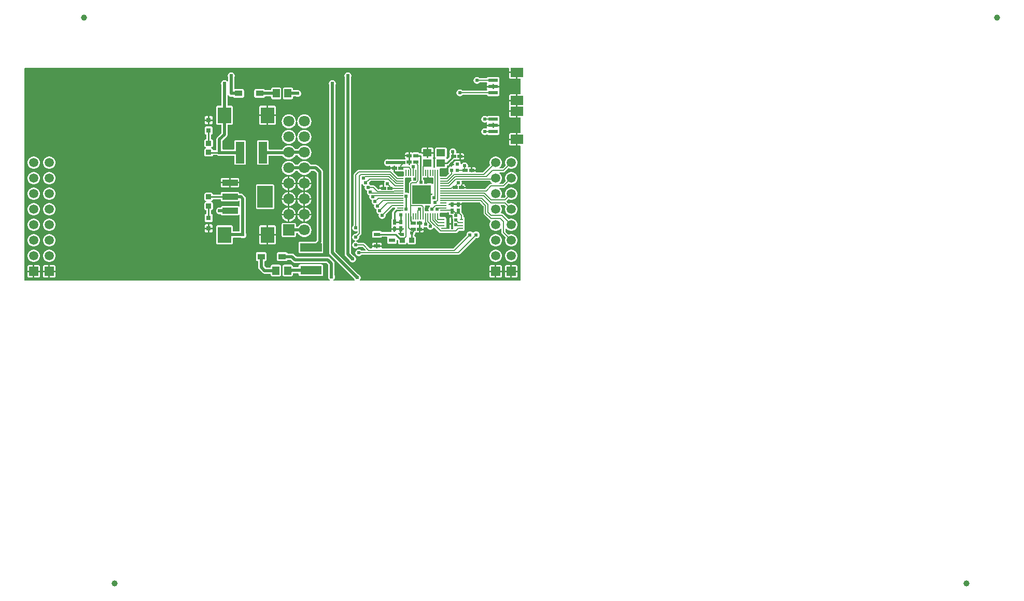
<source format=gtl>
G04 Layer: TopLayer*
G04 EasyEDA v6.5.29, 2023-07-19 21:43:04*
G04 f8bcf56a654e41728208f455603ead28,5a6b42c53f6a479593ecc07194224c93,10*
G04 Gerber Generator version 0.2*
G04 Scale: 100 percent, Rotated: No, Reflected: No *
G04 Dimensions in millimeters *
G04 leading zeros omitted , absolute positions ,4 integer and 5 decimal *
%FSLAX45Y45*%
%MOMM*%

%AMMACRO1*21,1,$1,$2,0,0,$3*%
%ADD10C,0.2540*%
%ADD11C,0.5000*%
%ADD12C,0.1270*%
%ADD13C,0.2000*%
%ADD14MACRO1,0.864X0.8065X0.0000*%
%ADD15R,0.8640X0.8065*%
%ADD16MACRO1,3.4992X1.4067X-90.0000*%
%ADD17MACRO1,2.592X2.2075X-90.0000*%
%ADD18MACRO1,1.05X2.465X-90.0000*%
%ADD19MACRO1,3.54X2.465X90.0000*%
%ADD20R,1.2000X0.9500*%
%ADD21MACRO1,1.377X1.1325X-90.0000*%
%ADD22R,0.8000X0.8000*%
%ADD23MACRO1,3.4992X1.4067X0.0000*%
%ADD24R,3.4992X1.4067*%
%ADD25MACRO1,0.54X0.7901X0.0000*%
%ADD26R,0.5400X0.7901*%
%ADD27MACRO1,0.54X0.7901X90.0000*%
%ADD28MACRO1,1.2X1.4X-90.0000*%
%ADD29R,1.4000X1.2000*%
%ADD30MACRO1,1.2X1.4X90.0000*%
%ADD31R,1.1000X0.2000*%
%ADD32R,0.2000X1.1000*%
%ADD33R,3.1000X3.1000*%
%ADD34MACRO1,0.54X0.7901X-90.0000*%
%ADD35R,0.6000X0.2800*%
%ADD36R,0.3000X1.7000*%
%ADD37R,0.5500X0.5500*%
%ADD38R,1.5500X0.6000*%
%ADD39R,2.0000X1.5000*%
%ADD40R,1.0700X0.6000*%
%ADD41MACRO1,0.864X0.8065X-90.0000*%
%ADD42C,1.0000*%
%ADD43MACRO1,1.8X1.8X90.0000*%
%ADD44C,1.8000*%
%ADD45R,1.5000X1.5000*%
%ADD46C,1.5000*%
%ADD47C,0.6096*%
%ADD48C,0.0162*%

%LPD*%
G36*
X-7266431Y-748792D02*
G01*
X-7270343Y-748030D01*
X-7273594Y-745794D01*
X-7275830Y-742543D01*
X-7276592Y-738632D01*
X-7276592Y2719832D01*
X-7275830Y2723692D01*
X-7273594Y2726994D01*
X-7270343Y2729230D01*
X-7266431Y2729992D01*
X629158Y2729992D01*
X633069Y2729230D01*
X636371Y2726994D01*
X638556Y2723692D01*
X639318Y2719832D01*
X639318Y2668422D01*
X752551Y2668422D01*
X752551Y2719832D01*
X753313Y2723692D01*
X755497Y2726994D01*
X758799Y2729230D01*
X762711Y2729992D01*
X767791Y2729992D01*
X771652Y2729230D01*
X774954Y2726994D01*
X777138Y2723692D01*
X777951Y2719832D01*
X777951Y2668422D01*
X814832Y2668422D01*
X818692Y2667609D01*
X821994Y2665425D01*
X824179Y2662123D01*
X824992Y2658262D01*
X824992Y2653182D01*
X824179Y2649270D01*
X821994Y2645968D01*
X818692Y2643784D01*
X814832Y2643022D01*
X777951Y2643022D01*
X777951Y2554782D01*
X814832Y2554782D01*
X818692Y2554020D01*
X821994Y2551836D01*
X824179Y2548534D01*
X824992Y2544622D01*
X824992Y2306726D01*
X824179Y2302865D01*
X821994Y2299563D01*
X818692Y2297379D01*
X814832Y2296566D01*
X777951Y2296566D01*
X777951Y2208377D01*
X814832Y2208377D01*
X818692Y2207615D01*
X821994Y2205380D01*
X824179Y2202129D01*
X824992Y2198217D01*
X824992Y2193137D01*
X824179Y2189276D01*
X821994Y2185974D01*
X818692Y2183739D01*
X814832Y2182977D01*
X777951Y2182977D01*
X777951Y2033422D01*
X814832Y2033422D01*
X818692Y2032609D01*
X821994Y2030425D01*
X824179Y2027123D01*
X824992Y2023262D01*
X824992Y2018182D01*
X824179Y2014270D01*
X821994Y2010968D01*
X818692Y2008784D01*
X814832Y2008022D01*
X777951Y2008022D01*
X777951Y1919782D01*
X814832Y1919782D01*
X818692Y1919020D01*
X821994Y1916836D01*
X824179Y1913534D01*
X824992Y1909622D01*
X824992Y1671726D01*
X824179Y1667865D01*
X821994Y1664563D01*
X818692Y1662379D01*
X814832Y1661566D01*
X777951Y1661566D01*
X777951Y1573377D01*
X814832Y1573377D01*
X818692Y1572615D01*
X821994Y1570431D01*
X824179Y1567129D01*
X824992Y1563217D01*
X824992Y1558137D01*
X824179Y1554276D01*
X821994Y1550974D01*
X818692Y1548739D01*
X814832Y1547977D01*
X777951Y1547977D01*
X777951Y1459788D01*
X814832Y1459788D01*
X818692Y1458976D01*
X821994Y1456791D01*
X824179Y1453489D01*
X824992Y1449628D01*
X824992Y-738632D01*
X824179Y-742543D01*
X821994Y-745794D01*
X818692Y-748030D01*
X814832Y-748792D01*
X-1788668Y-748792D01*
X-1792986Y-747826D01*
X-1796491Y-745185D01*
X-1798523Y-741273D01*
X-1798675Y-736854D01*
X-1796999Y-732790D01*
X-1792732Y-726694D01*
X-1788566Y-717753D01*
X-1786026Y-708304D01*
X-1785162Y-698500D01*
X-1786026Y-688695D01*
X-1788566Y-679246D01*
X-1792732Y-670306D01*
X-1798370Y-662279D01*
X-1805279Y-655320D01*
X-1813356Y-649681D01*
X-1821027Y-646125D01*
X-1823923Y-644093D01*
X-2194001Y-273964D01*
X-2196236Y-270713D01*
X-2196998Y-266801D01*
X-2196998Y2450592D01*
X-2196033Y2454859D01*
X-2194966Y2457196D01*
X-2192426Y2466695D01*
X-2191562Y2476449D01*
X-2192426Y2486253D01*
X-2194966Y2495753D01*
X-2199081Y2504643D01*
X-2204720Y2512720D01*
X-2211679Y2519629D01*
X-2219706Y2525268D01*
X-2228646Y2529433D01*
X-2238095Y2531973D01*
X-2247900Y2532837D01*
X-2257704Y2531973D01*
X-2267153Y2529433D01*
X-2276094Y2525268D01*
X-2284120Y2519629D01*
X-2291080Y2512720D01*
X-2296718Y2504643D01*
X-2300833Y2495753D01*
X-2303373Y2486253D01*
X-2304237Y2476449D01*
X-2303373Y2466695D01*
X-2300833Y2457196D01*
X-2299766Y2454859D01*
X-2298801Y2450592D01*
X-2298801Y-291896D01*
X-2298598Y-296519D01*
X-2298039Y-300939D01*
X-2297074Y-305257D01*
X-2295753Y-309524D01*
X-2294026Y-313588D01*
X-2291994Y-317550D01*
X-2289606Y-321310D01*
X-2286914Y-324815D01*
X-2283764Y-328269D01*
X-1895957Y-716026D01*
X-1893925Y-718921D01*
X-1890318Y-726694D01*
X-1886000Y-732790D01*
X-1884324Y-736854D01*
X-1884527Y-741273D01*
X-1886559Y-745185D01*
X-1890064Y-747826D01*
X-1894332Y-748792D01*
X-2220468Y-748792D01*
X-2224633Y-747928D01*
X-2228088Y-745388D01*
X-2230170Y-741680D01*
X-2230577Y-737463D01*
X-2229205Y-733450D01*
X-2226310Y-730300D01*
X-2224379Y-728980D01*
X-2217420Y-722020D01*
X-2211781Y-713994D01*
X-2207666Y-705053D01*
X-2205126Y-695604D01*
X-2204262Y-685800D01*
X-2205126Y-675995D01*
X-2207666Y-666546D01*
X-2208733Y-664159D01*
X-2209698Y-659892D01*
X-2209698Y-470103D01*
X-2209901Y-465480D01*
X-2210511Y-461060D01*
X-2211425Y-456742D01*
X-2212797Y-452475D01*
X-2214473Y-448411D01*
X-2216556Y-444449D01*
X-2218944Y-440690D01*
X-2221636Y-437184D01*
X-2224786Y-433730D01*
X-2287981Y-370586D01*
X-2291384Y-367436D01*
X-2294940Y-364693D01*
X-2298649Y-362305D01*
X-2302611Y-360273D01*
X-2306726Y-358597D01*
X-2310942Y-357225D01*
X-2315260Y-356260D01*
X-2319680Y-355701D01*
X-2324354Y-355498D01*
X-2832201Y-355498D01*
X-2836113Y-354736D01*
X-2839415Y-352501D01*
X-2872130Y-319786D01*
X-2875584Y-316636D01*
X-2879090Y-313944D01*
X-2882849Y-311556D01*
X-2886811Y-309473D01*
X-2890875Y-307797D01*
X-2895142Y-306425D01*
X-2899460Y-305511D01*
X-2903880Y-304901D01*
X-2908503Y-304698D01*
X-2975305Y-304698D01*
X-2979369Y-303834D01*
X-2982722Y-301447D01*
X-2985211Y-296875D01*
X-2988310Y-291998D01*
X-2992374Y-287883D01*
X-2997301Y-284835D01*
X-3002737Y-282905D01*
X-3009087Y-282194D01*
X-3127959Y-282194D01*
X-3134258Y-282905D01*
X-3139744Y-284835D01*
X-3144621Y-287883D01*
X-3148736Y-291998D01*
X-3151784Y-296875D01*
X-3153714Y-302361D01*
X-3154426Y-308660D01*
X-3154426Y-402539D01*
X-3153714Y-408838D01*
X-3151784Y-414324D01*
X-3148736Y-419201D01*
X-3144621Y-423316D01*
X-3139744Y-426415D01*
X-3134258Y-428294D01*
X-3127959Y-429006D01*
X-3009087Y-429006D01*
X-3002737Y-428294D01*
X-2997301Y-426415D01*
X-2992374Y-423316D01*
X-2988310Y-419201D01*
X-2985211Y-414324D01*
X-2982722Y-409752D01*
X-2979369Y-407365D01*
X-2975305Y-406501D01*
X-2933598Y-406501D01*
X-2929686Y-407314D01*
X-2926435Y-409498D01*
X-2893669Y-442264D01*
X-2890215Y-445414D01*
X-2886710Y-448106D01*
X-2882950Y-450494D01*
X-2879039Y-452526D01*
X-2874924Y-454253D01*
X-2870708Y-455574D01*
X-2866339Y-456539D01*
X-2861970Y-457098D01*
X-2857296Y-457301D01*
X-2349398Y-457301D01*
X-2345537Y-458063D01*
X-2342235Y-460298D01*
X-2314498Y-488035D01*
X-2312314Y-491337D01*
X-2311501Y-495198D01*
X-2311501Y-659942D01*
X-2312466Y-664210D01*
X-2313533Y-666546D01*
X-2316073Y-675995D01*
X-2316937Y-685800D01*
X-2316073Y-695604D01*
X-2313533Y-705053D01*
X-2309418Y-713994D01*
X-2303780Y-722020D01*
X-2296820Y-728980D01*
X-2294890Y-730300D01*
X-2291994Y-733450D01*
X-2290622Y-737463D01*
X-2291029Y-741680D01*
X-2293112Y-745388D01*
X-2296566Y-747928D01*
X-2300732Y-748792D01*
G37*

%LPC*%
G36*
X-2820060Y598271D02*
G01*
X-2717800Y598271D01*
X-2717800Y700684D01*
X-2719628Y700582D01*
X-2733954Y697839D01*
X-2747772Y693318D01*
X-2760929Y687120D01*
X-2773222Y679348D01*
X-2784449Y670052D01*
X-2794406Y659485D01*
X-2802940Y647700D01*
X-2809951Y634949D01*
X-2815336Y621385D01*
X-2818942Y607314D01*
G37*
G36*
X665784Y2554782D02*
G01*
X752551Y2554782D01*
X752551Y2643022D01*
X639318Y2643022D01*
X639318Y2581249D01*
X640029Y2574950D01*
X641959Y2569464D01*
X645007Y2564587D01*
X649122Y2560472D01*
X653999Y2557424D01*
X659485Y2555494D01*
G37*
G36*
X-6945122Y-697788D02*
G01*
X-6883400Y-697788D01*
X-6883400Y-609600D01*
X-6971588Y-609600D01*
X-6971588Y-671322D01*
X-6970877Y-677672D01*
X-6968998Y-683107D01*
X-6965899Y-688035D01*
X-6961835Y-692099D01*
X-6956907Y-695198D01*
X-6951472Y-697077D01*
G37*
G36*
X-7112000Y-697788D02*
G01*
X-7050278Y-697788D01*
X-7043928Y-697077D01*
X-7038492Y-695198D01*
X-7033564Y-692099D01*
X-7029500Y-688035D01*
X-7026402Y-683107D01*
X-7024522Y-677672D01*
X-7023811Y-671322D01*
X-7023811Y-609600D01*
X-7112000Y-609600D01*
G37*
G36*
X-7199122Y-697788D02*
G01*
X-7137400Y-697788D01*
X-7137400Y-609600D01*
X-7225588Y-609600D01*
X-7225588Y-671322D01*
X-7224877Y-677672D01*
X-7222998Y-683107D01*
X-7219899Y-688035D01*
X-7215835Y-692099D01*
X-7210907Y-695198D01*
X-7205472Y-697077D01*
G37*
G36*
X685800Y-697788D02*
G01*
X747522Y-697788D01*
X753821Y-697077D01*
X759307Y-695198D01*
X764184Y-692099D01*
X768299Y-688035D01*
X771347Y-683107D01*
X773277Y-677672D01*
X773988Y-671322D01*
X773988Y-609600D01*
X685800Y-609600D01*
G37*
G36*
X431800Y-697788D02*
G01*
X493522Y-697788D01*
X499821Y-697077D01*
X505307Y-695198D01*
X510184Y-692099D01*
X514299Y-688035D01*
X517347Y-683107D01*
X519277Y-677672D01*
X519988Y-671322D01*
X519988Y-609600D01*
X431800Y-609600D01*
G37*
G36*
X344678Y-697788D02*
G01*
X406400Y-697788D01*
X406400Y-609600D01*
X318160Y-609600D01*
X318160Y-671322D01*
X318871Y-677672D01*
X320802Y-683107D01*
X323900Y-688035D01*
X327964Y-692099D01*
X332892Y-695198D01*
X338328Y-697077D01*
G37*
G36*
X598627Y-697788D02*
G01*
X660400Y-697788D01*
X660400Y-609600D01*
X572160Y-609600D01*
X572160Y-671322D01*
X572871Y-677672D01*
X574802Y-683107D01*
X577850Y-688035D01*
X581964Y-692099D01*
X586841Y-695198D01*
X592328Y-697077D01*
G37*
G36*
X-6858000Y-697788D02*
G01*
X-6796278Y-697788D01*
X-6789978Y-697077D01*
X-6784492Y-695198D01*
X-6779615Y-692099D01*
X-6775500Y-688035D01*
X-6772402Y-683107D01*
X-6770522Y-677672D01*
X-6769811Y-671322D01*
X-6769811Y-609600D01*
X-6858000Y-609600D01*
G37*
G36*
X-3032810Y-678992D02*
G01*
X-2920746Y-678992D01*
X-2914396Y-678281D01*
X-2908960Y-676351D01*
X-2904032Y-673252D01*
X-2899968Y-669188D01*
X-2896870Y-664260D01*
X-2894939Y-658825D01*
X-2894228Y-652475D01*
X-2894228Y-638708D01*
X-2893466Y-634847D01*
X-2891282Y-631545D01*
X-2887980Y-629361D01*
X-2884068Y-628548D01*
X-2809646Y-628548D01*
X-2805734Y-629361D01*
X-2802432Y-631545D01*
X-2800248Y-634847D01*
X-2799486Y-638708D01*
X-2799486Y-647395D01*
X-2798775Y-653745D01*
X-2796844Y-659180D01*
X-2793796Y-664108D01*
X-2789682Y-668172D01*
X-2784805Y-671271D01*
X-2779318Y-673150D01*
X-2773019Y-673862D01*
X-2424226Y-673862D01*
X-2417876Y-673150D01*
X-2412441Y-671271D01*
X-2407513Y-668172D01*
X-2403449Y-664108D01*
X-2400350Y-659180D01*
X-2398471Y-653745D01*
X-2397760Y-647395D01*
X-2397760Y-507898D01*
X-2398471Y-501548D01*
X-2400350Y-496112D01*
X-2403449Y-491185D01*
X-2407513Y-487121D01*
X-2412441Y-484022D01*
X-2417876Y-482092D01*
X-2424226Y-481380D01*
X-2773019Y-481380D01*
X-2779318Y-482092D01*
X-2784805Y-484022D01*
X-2789682Y-487121D01*
X-2793796Y-491185D01*
X-2796844Y-496112D01*
X-2798775Y-501548D01*
X-2799486Y-507898D01*
X-2799486Y-516585D01*
X-2800248Y-520496D01*
X-2802432Y-523748D01*
X-2805734Y-525983D01*
X-2809646Y-526745D01*
X-2884068Y-526745D01*
X-2887726Y-526084D01*
X-2890926Y-524103D01*
X-2893161Y-521157D01*
X-2894177Y-517601D01*
X-2894990Y-509524D01*
X-2896870Y-504139D01*
X-2899968Y-499262D01*
X-2904032Y-495147D01*
X-2908960Y-492099D01*
X-2914396Y-490169D01*
X-2920746Y-489458D01*
X-3032810Y-489458D01*
X-3039160Y-490169D01*
X-3044596Y-492099D01*
X-3049524Y-495147D01*
X-3053588Y-499262D01*
X-3056686Y-504139D01*
X-3058617Y-509625D01*
X-3059328Y-515924D01*
X-3059328Y-652475D01*
X-3058617Y-658825D01*
X-3056686Y-664260D01*
X-3053588Y-669188D01*
X-3049524Y-673252D01*
X-3044596Y-676351D01*
X-3039160Y-678281D01*
G37*
G36*
X-3226104Y-678992D02*
G01*
X-3113989Y-678992D01*
X-3107639Y-678281D01*
X-3102203Y-676351D01*
X-3097276Y-673252D01*
X-3093212Y-669188D01*
X-3090113Y-664260D01*
X-3088233Y-658825D01*
X-3087471Y-652475D01*
X-3087471Y-515924D01*
X-3088233Y-509625D01*
X-3090113Y-504139D01*
X-3093212Y-499262D01*
X-3097276Y-495147D01*
X-3102203Y-492099D01*
X-3107639Y-490169D01*
X-3113989Y-489458D01*
X-3226104Y-489458D01*
X-3232404Y-490169D01*
X-3237890Y-492099D01*
X-3242767Y-495147D01*
X-3246882Y-499262D01*
X-3249930Y-504139D01*
X-3251860Y-509625D01*
X-3252571Y-515924D01*
X-3252571Y-523138D01*
X-3253333Y-526999D01*
X-3255517Y-530301D01*
X-3258820Y-532536D01*
X-3262731Y-533298D01*
X-3327501Y-533298D01*
X-3331413Y-532536D01*
X-3334715Y-530301D01*
X-3354628Y-510387D01*
X-3356864Y-507085D01*
X-3357626Y-503174D01*
X-3357626Y-439064D01*
X-3356965Y-435406D01*
X-3355035Y-432308D01*
X-3352139Y-430022D01*
X-3348583Y-428955D01*
X-3342741Y-428294D01*
X-3337306Y-426415D01*
X-3332378Y-423316D01*
X-3328314Y-419201D01*
X-3325215Y-414324D01*
X-3323336Y-408838D01*
X-3322624Y-402539D01*
X-3322624Y-308660D01*
X-3323336Y-302361D01*
X-3325215Y-296875D01*
X-3328314Y-291998D01*
X-3332378Y-287883D01*
X-3337306Y-284835D01*
X-3342741Y-282905D01*
X-3349091Y-282194D01*
X-3467963Y-282194D01*
X-3474262Y-282905D01*
X-3479698Y-284835D01*
X-3484626Y-287883D01*
X-3488690Y-291998D01*
X-3491788Y-296875D01*
X-3493719Y-302361D01*
X-3494430Y-308660D01*
X-3494430Y-402539D01*
X-3493719Y-408838D01*
X-3491788Y-414324D01*
X-3488690Y-419201D01*
X-3484626Y-423316D01*
X-3479698Y-426415D01*
X-3474262Y-428294D01*
X-3468471Y-428955D01*
X-3464915Y-430022D01*
X-3462020Y-432257D01*
X-3460089Y-435406D01*
X-3459429Y-439064D01*
X-3459429Y-528269D01*
X-3459226Y-532942D01*
X-3458667Y-537311D01*
X-3457701Y-541680D01*
X-3456330Y-545896D01*
X-3454654Y-550011D01*
X-3452622Y-553923D01*
X-3450234Y-557682D01*
X-3447491Y-561187D01*
X-3444341Y-564642D01*
X-3388969Y-620014D01*
X-3385515Y-623163D01*
X-3382010Y-625906D01*
X-3378250Y-628294D01*
X-3374339Y-630326D01*
X-3370224Y-632002D01*
X-3366008Y-633374D01*
X-3361639Y-634339D01*
X-3357270Y-634898D01*
X-3352596Y-635101D01*
X-3262731Y-635101D01*
X-3258820Y-635863D01*
X-3255517Y-638098D01*
X-3253333Y-641400D01*
X-3252571Y-645261D01*
X-3252571Y-652475D01*
X-3251860Y-658825D01*
X-3249930Y-664260D01*
X-3246882Y-669188D01*
X-3242767Y-673252D01*
X-3237890Y-676351D01*
X-3232404Y-678281D01*
G37*
G36*
X274320Y2438400D02*
G01*
X365048Y2438400D01*
X365048Y2459634D01*
X365810Y2463546D01*
X367995Y2466797D01*
X371297Y2469032D01*
X375208Y2469794D01*
X380288Y2469794D01*
X384149Y2469032D01*
X387451Y2466797D01*
X389636Y2463546D01*
X390448Y2459634D01*
X390448Y2438400D01*
X481126Y2438400D01*
X481126Y2455113D01*
X480415Y2461463D01*
X478535Y2466898D01*
X476402Y2470302D01*
X475030Y2473807D01*
X475030Y2477566D01*
X476402Y2481122D01*
X478535Y2484475D01*
X480415Y2489962D01*
X481126Y2496261D01*
X481126Y2555138D01*
X480415Y2561437D01*
X478535Y2566924D01*
X475437Y2571800D01*
X471322Y2575915D01*
X466445Y2578963D01*
X460959Y2580894D01*
X454659Y2581605D01*
X300786Y2581605D01*
X294487Y2580894D01*
X289001Y2578963D01*
X284124Y2575915D01*
X280009Y2571800D01*
X276961Y2566924D01*
X276199Y2564739D01*
X274066Y2561183D01*
X270662Y2558796D01*
X266598Y2557932D01*
X166624Y2557932D01*
X163423Y2558491D01*
X160578Y2559964D01*
X157429Y2563520D01*
X150520Y2570480D01*
X142443Y2576118D01*
X133553Y2580233D01*
X124053Y2582773D01*
X114300Y2583637D01*
X104495Y2582773D01*
X94996Y2580233D01*
X86106Y2576118D01*
X78028Y2570480D01*
X71120Y2563520D01*
X65481Y2555494D01*
X61315Y2546553D01*
X58775Y2537104D01*
X57912Y2527300D01*
X58775Y2517495D01*
X61315Y2508046D01*
X65481Y2499106D01*
X71120Y2491079D01*
X78028Y2484120D01*
X86106Y2478481D01*
X94996Y2474366D01*
X104495Y2471826D01*
X114300Y2470962D01*
X124053Y2471826D01*
X133553Y2474366D01*
X142443Y2478481D01*
X150520Y2484120D01*
X156819Y2490470D01*
X160121Y2492654D01*
X164033Y2493416D01*
X266598Y2493416D01*
X270662Y2492603D01*
X274066Y2490216D01*
X276199Y2486660D01*
X276961Y2484475D01*
X279095Y2481122D01*
X280466Y2477566D01*
X280466Y2473807D01*
X279095Y2470302D01*
X276961Y2466898D01*
X275031Y2461463D01*
X274320Y2455113D01*
G37*
G36*
X-7112000Y-584200D02*
G01*
X-7023811Y-584200D01*
X-7023811Y-522478D01*
X-7024522Y-516178D01*
X-7026402Y-510692D01*
X-7029500Y-505815D01*
X-7033564Y-501700D01*
X-7038492Y-498601D01*
X-7043928Y-496722D01*
X-7050278Y-496011D01*
X-7112000Y-496011D01*
G37*
G36*
X-7225588Y-584200D02*
G01*
X-7137400Y-584200D01*
X-7137400Y-496011D01*
X-7199122Y-496011D01*
X-7205472Y-496722D01*
X-7210907Y-498601D01*
X-7215835Y-501700D01*
X-7219899Y-505815D01*
X-7222998Y-510692D01*
X-7224877Y-516178D01*
X-7225588Y-522478D01*
G37*
G36*
X-6971588Y-584200D02*
G01*
X-6883400Y-584200D01*
X-6883400Y-496011D01*
X-6945122Y-496011D01*
X-6951472Y-496722D01*
X-6956907Y-498601D01*
X-6961835Y-501700D01*
X-6965899Y-505815D01*
X-6968998Y-510692D01*
X-6970877Y-516178D01*
X-6971588Y-522478D01*
G37*
G36*
X-6858000Y-584200D02*
G01*
X-6769811Y-584200D01*
X-6769811Y-522478D01*
X-6770522Y-516178D01*
X-6772402Y-510692D01*
X-6775500Y-505815D01*
X-6779615Y-501700D01*
X-6784492Y-498601D01*
X-6789978Y-496722D01*
X-6796278Y-496011D01*
X-6858000Y-496011D01*
G37*
G36*
X572160Y-584200D02*
G01*
X660400Y-584200D01*
X660400Y-496011D01*
X598627Y-496011D01*
X592328Y-496722D01*
X586841Y-498601D01*
X581964Y-501700D01*
X577850Y-505815D01*
X574802Y-510692D01*
X572871Y-516178D01*
X572160Y-522478D01*
G37*
G36*
X685800Y-584200D02*
G01*
X773988Y-584200D01*
X773988Y-522478D01*
X773277Y-516178D01*
X771347Y-510692D01*
X768299Y-505815D01*
X764184Y-501700D01*
X759307Y-498601D01*
X753821Y-496722D01*
X747522Y-496011D01*
X685800Y-496011D01*
G37*
G36*
X318160Y-584200D02*
G01*
X406400Y-584200D01*
X406400Y-496011D01*
X344678Y-496011D01*
X338328Y-496722D01*
X332892Y-498601D01*
X327964Y-501700D01*
X323900Y-505815D01*
X320802Y-510692D01*
X318871Y-516178D01*
X318160Y-522478D01*
G37*
G36*
X431800Y-584200D02*
G01*
X519988Y-584200D01*
X519988Y-522478D01*
X519277Y-516178D01*
X517347Y-510692D01*
X514299Y-505815D01*
X510184Y-501700D01*
X505307Y-498601D01*
X499821Y-496722D01*
X493522Y-496011D01*
X431800Y-496011D01*
G37*
G36*
X-165100Y2267762D02*
G01*
X-155346Y2268626D01*
X-145846Y2271166D01*
X-136956Y2275281D01*
X-128879Y2280920D01*
X-121970Y2287879D01*
X-118821Y2291435D01*
X-115976Y2292908D01*
X-112776Y2293416D01*
X266598Y2293416D01*
X270662Y2292604D01*
X274066Y2290216D01*
X276199Y2286660D01*
X276961Y2284476D01*
X280009Y2279548D01*
X284124Y2275484D01*
X289001Y2272385D01*
X294487Y2270506D01*
X300786Y2269744D01*
X454659Y2269744D01*
X460959Y2270506D01*
X466445Y2272385D01*
X471322Y2275484D01*
X475437Y2279548D01*
X478535Y2284476D01*
X480415Y2289911D01*
X481126Y2296261D01*
X481126Y2355088D01*
X480415Y2361438D01*
X478535Y2366873D01*
X476402Y2370277D01*
X474980Y2373782D01*
X474980Y2377592D01*
X476402Y2381097D01*
X478535Y2384501D01*
X480415Y2389936D01*
X481126Y2396286D01*
X481126Y2413000D01*
X390448Y2413000D01*
X390448Y2391765D01*
X389636Y2387854D01*
X387451Y2384552D01*
X384149Y2382367D01*
X380288Y2381605D01*
X375208Y2381605D01*
X371297Y2382367D01*
X367995Y2384552D01*
X365810Y2387854D01*
X365048Y2391765D01*
X365048Y2413000D01*
X274320Y2413000D01*
X274320Y2396286D01*
X275031Y2389936D01*
X276961Y2384501D01*
X279095Y2381097D01*
X280466Y2377592D01*
X280466Y2373782D01*
X279095Y2370277D01*
X276961Y2366873D01*
X276199Y2364740D01*
X274066Y2361184D01*
X270662Y2358796D01*
X266598Y2357932D01*
X-115366Y2357932D01*
X-119278Y2358745D01*
X-122580Y2360930D01*
X-128879Y2367280D01*
X-136956Y2372918D01*
X-145846Y2377033D01*
X-155346Y2379573D01*
X-165100Y2380437D01*
X-174904Y2379573D01*
X-184404Y2377033D01*
X-193294Y2372918D01*
X-201371Y2367280D01*
X-208279Y2360320D01*
X-213918Y2352294D01*
X-218084Y2343353D01*
X-220624Y2333904D01*
X-221488Y2324100D01*
X-220624Y2314295D01*
X-218084Y2304846D01*
X-213918Y2295906D01*
X-208279Y2287879D01*
X-201371Y2280920D01*
X-193294Y2275281D01*
X-184404Y2271166D01*
X-174904Y2268626D01*
G37*
G36*
X-3221177Y2218029D02*
G01*
X-3109061Y2218029D01*
X-3102762Y2218740D01*
X-3097276Y2220620D01*
X-3092399Y2223719D01*
X-3088284Y2227834D01*
X-3085236Y2232710D01*
X-3083306Y2238197D01*
X-3082594Y2244496D01*
X-3082594Y2381046D01*
X-3083306Y2387396D01*
X-3085236Y2392832D01*
X-3088284Y2397760D01*
X-3092399Y2401824D01*
X-3097276Y2404922D01*
X-3102762Y2406802D01*
X-3109061Y2407513D01*
X-3221177Y2407513D01*
X-3227527Y2406802D01*
X-3232962Y2404922D01*
X-3237890Y2401824D01*
X-3241954Y2397760D01*
X-3245053Y2392832D01*
X-3246932Y2387396D01*
X-3247644Y2381046D01*
X-3247644Y2373833D01*
X-3248456Y2369972D01*
X-3250641Y2366670D01*
X-3253943Y2364486D01*
X-3257803Y2363673D01*
X-3343605Y2363673D01*
X-3347669Y2364536D01*
X-3351022Y2366924D01*
X-3353511Y2371496D01*
X-3356610Y2376424D01*
X-3360674Y2380488D01*
X-3365601Y2383586D01*
X-3371037Y2385466D01*
X-3377387Y2386177D01*
X-3496259Y2386177D01*
X-3502558Y2385466D01*
X-3508044Y2383586D01*
X-3512921Y2380488D01*
X-3517036Y2376424D01*
X-3520084Y2371496D01*
X-3522014Y2366060D01*
X-3522726Y2359710D01*
X-3522726Y2265883D01*
X-3522014Y2259533D01*
X-3520084Y2254097D01*
X-3517036Y2249170D01*
X-3512921Y2245106D01*
X-3508044Y2242007D01*
X-3502558Y2240076D01*
X-3496259Y2239365D01*
X-3377387Y2239365D01*
X-3371037Y2240076D01*
X-3365601Y2242007D01*
X-3360674Y2245106D01*
X-3356610Y2249170D01*
X-3353511Y2254097D01*
X-3351022Y2258618D01*
X-3347669Y2261057D01*
X-3343605Y2261870D01*
X-3257803Y2261870D01*
X-3253943Y2261108D01*
X-3250641Y2258923D01*
X-3248456Y2255621D01*
X-3247644Y2251710D01*
X-3247644Y2244496D01*
X-3246932Y2238197D01*
X-3245053Y2232710D01*
X-3241954Y2227834D01*
X-3237890Y2223719D01*
X-3232962Y2220620D01*
X-3227527Y2218740D01*
G37*
G36*
X-1917700Y-450037D02*
G01*
X-1907946Y-449173D01*
X-1898446Y-446633D01*
X-1889556Y-442518D01*
X-1881479Y-436880D01*
X-1874570Y-429920D01*
X-1868932Y-421893D01*
X-1864766Y-412953D01*
X-1862226Y-403504D01*
X-1861362Y-393700D01*
X-1862226Y-383895D01*
X-1864766Y-374446D01*
X-1868932Y-365506D01*
X-1874570Y-357479D01*
X-1881479Y-350520D01*
X-1889556Y-344881D01*
X-1897227Y-341325D01*
X-1900123Y-339293D01*
X-1940052Y-299364D01*
X-1942236Y-296062D01*
X-1942998Y-292201D01*
X-1942998Y-170535D01*
X-1942033Y-166268D01*
X-1941169Y-165100D01*
X-1942033Y-163931D01*
X-1942998Y-159664D01*
X-1942998Y-45262D01*
X-1942033Y-40995D01*
X-1939848Y-38100D01*
X-1942033Y-35204D01*
X-1942998Y-30937D01*
X-1942998Y107137D01*
X-1942033Y111404D01*
X-1939848Y114300D01*
X-1942033Y117195D01*
X-1942998Y121462D01*
X-1942998Y2577592D01*
X-1942033Y2581859D01*
X-1940966Y2584196D01*
X-1938426Y2593695D01*
X-1937562Y2603500D01*
X-1938426Y2613253D01*
X-1940966Y2622753D01*
X-1945132Y2631643D01*
X-1950770Y2639720D01*
X-1957679Y2646680D01*
X-1965756Y2652268D01*
X-1974646Y2656433D01*
X-1984146Y2658973D01*
X-1993900Y2659837D01*
X-2003704Y2658973D01*
X-2013204Y2656433D01*
X-2022093Y2652268D01*
X-2030120Y2646680D01*
X-2037080Y2639720D01*
X-2042718Y2631643D01*
X-2046884Y2622753D01*
X-2049424Y2613253D01*
X-2050237Y2603500D01*
X-2049424Y2593695D01*
X-2046884Y2584196D01*
X-2045766Y2581859D01*
X-2044801Y2577592D01*
X-2044801Y-317246D01*
X-2044598Y-321919D01*
X-2044039Y-326339D01*
X-2043074Y-330657D01*
X-2041753Y-334873D01*
X-2040026Y-338988D01*
X-2037994Y-342950D01*
X-2035606Y-346659D01*
X-2032914Y-350215D01*
X-2029764Y-353618D01*
X-1972157Y-411226D01*
X-1970125Y-414121D01*
X-1966518Y-421893D01*
X-1960880Y-429920D01*
X-1953920Y-436880D01*
X-1945893Y-442518D01*
X-1937004Y-446633D01*
X-1927504Y-449173D01*
G37*
G36*
X412343Y-443585D02*
G01*
X425805Y-443585D01*
X439166Y-441756D01*
X452170Y-438200D01*
X464566Y-432968D01*
X476199Y-426059D01*
X486765Y-417728D01*
X496112Y-408025D01*
X504139Y-397205D01*
X510590Y-385368D01*
X515416Y-372770D01*
X518566Y-359664D01*
X519887Y-346252D01*
X519480Y-332790D01*
X517194Y-319532D01*
X513232Y-306628D01*
X507542Y-294436D01*
X500278Y-283057D01*
X491591Y-272796D01*
X481584Y-263753D01*
X470509Y-256082D01*
X458470Y-250037D01*
X445719Y-245617D01*
X432511Y-242925D01*
X419100Y-242011D01*
X405638Y-242925D01*
X392430Y-245617D01*
X379679Y-250037D01*
X367690Y-256082D01*
X356565Y-263753D01*
X346557Y-272796D01*
X337870Y-283057D01*
X330606Y-294436D01*
X324916Y-306628D01*
X320954Y-319532D01*
X318719Y-332790D01*
X318262Y-346252D01*
X319582Y-359664D01*
X322732Y-372770D01*
X327558Y-385368D01*
X334060Y-397205D01*
X342036Y-408025D01*
X351434Y-417728D01*
X362000Y-426059D01*
X373583Y-432968D01*
X385978Y-438200D01*
X398983Y-441756D01*
G37*
G36*
X666343Y-443585D02*
G01*
X679805Y-443585D01*
X693166Y-441756D01*
X706170Y-438200D01*
X718566Y-432968D01*
X730199Y-426059D01*
X740765Y-417728D01*
X750112Y-408025D01*
X758139Y-397205D01*
X764590Y-385368D01*
X769416Y-372770D01*
X772566Y-359664D01*
X773887Y-346252D01*
X773480Y-332790D01*
X771194Y-319532D01*
X767232Y-306628D01*
X761542Y-294436D01*
X754278Y-283057D01*
X745591Y-272796D01*
X735584Y-263753D01*
X724509Y-256082D01*
X712470Y-250037D01*
X699719Y-245617D01*
X686511Y-242925D01*
X673100Y-242011D01*
X659638Y-242925D01*
X646430Y-245617D01*
X633679Y-250037D01*
X621690Y-256082D01*
X610565Y-263753D01*
X600557Y-272796D01*
X591870Y-283057D01*
X584606Y-294436D01*
X578916Y-306628D01*
X574954Y-319532D01*
X572719Y-332790D01*
X572262Y-346252D01*
X573582Y-359664D01*
X576732Y-372770D01*
X581558Y-385368D01*
X588060Y-397205D01*
X596036Y-408025D01*
X605383Y-417728D01*
X616000Y-426059D01*
X627583Y-432968D01*
X639978Y-438200D01*
X652983Y-441756D01*
G37*
G36*
X-6877456Y-443585D02*
G01*
X-6863943Y-443585D01*
X-6850634Y-441756D01*
X-6837629Y-438200D01*
X-6825183Y-432968D01*
X-6813600Y-426059D01*
X-6803034Y-417728D01*
X-6793687Y-408025D01*
X-6785660Y-397205D01*
X-6779209Y-385368D01*
X-6774332Y-372770D01*
X-6771233Y-359664D01*
X-6769862Y-346252D01*
X-6770319Y-332790D01*
X-6772554Y-319532D01*
X-6776567Y-306628D01*
X-6782257Y-294436D01*
X-6789470Y-283057D01*
X-6798208Y-272796D01*
X-6808165Y-263753D01*
X-6819290Y-256082D01*
X-6831330Y-250037D01*
X-6844030Y-245617D01*
X-6857238Y-242925D01*
X-6870700Y-242011D01*
X-6884162Y-242925D01*
X-6897370Y-245617D01*
X-6910070Y-250037D01*
X-6922109Y-256082D01*
X-6933234Y-263753D01*
X-6943242Y-272796D01*
X-6951929Y-283057D01*
X-6959193Y-294436D01*
X-6964832Y-306628D01*
X-6968845Y-319532D01*
X-6971080Y-332790D01*
X-6971538Y-346252D01*
X-6970166Y-359664D01*
X-6967067Y-372770D01*
X-6962241Y-385368D01*
X-6955739Y-397205D01*
X-6947763Y-408025D01*
X-6938365Y-417728D01*
X-6927799Y-426059D01*
X-6916216Y-432968D01*
X-6903821Y-438200D01*
X-6890816Y-441756D01*
G37*
G36*
X-7131456Y-443585D02*
G01*
X-7117943Y-443585D01*
X-7104583Y-441756D01*
X-7091629Y-438200D01*
X-7079183Y-432968D01*
X-7067600Y-426059D01*
X-7057034Y-417728D01*
X-7047636Y-408025D01*
X-7039660Y-397205D01*
X-7033209Y-385368D01*
X-7028332Y-372770D01*
X-7025233Y-359664D01*
X-7023862Y-346252D01*
X-7024319Y-332790D01*
X-7026554Y-319532D01*
X-7030567Y-306628D01*
X-7036206Y-294436D01*
X-7043470Y-283057D01*
X-7052208Y-272796D01*
X-7062165Y-263753D01*
X-7073290Y-256082D01*
X-7085330Y-250037D01*
X-7098030Y-245617D01*
X-7111238Y-242925D01*
X-7124700Y-242011D01*
X-7138162Y-242925D01*
X-7151370Y-245617D01*
X-7164070Y-250037D01*
X-7176109Y-256082D01*
X-7187234Y-263753D01*
X-7197242Y-272796D01*
X-7205929Y-283057D01*
X-7213193Y-294436D01*
X-7218832Y-306628D01*
X-7222845Y-319532D01*
X-7225080Y-332790D01*
X-7225538Y-346252D01*
X-7224166Y-359664D01*
X-7221067Y-372770D01*
X-7216190Y-385368D01*
X-7209739Y-397205D01*
X-7201763Y-408025D01*
X-7192365Y-417728D01*
X-7181799Y-426059D01*
X-7170216Y-432968D01*
X-7157770Y-438200D01*
X-7144816Y-441756D01*
G37*
G36*
X-3027934Y2218029D02*
G01*
X-2915818Y2218029D01*
X-2909519Y2218740D01*
X-2904032Y2220620D01*
X-2899156Y2223719D01*
X-2895041Y2227834D01*
X-2891942Y2232710D01*
X-2890062Y2238197D01*
X-2889351Y2244496D01*
X-2889351Y2251710D01*
X-2888589Y2255621D01*
X-2886354Y2258923D01*
X-2883052Y2261108D01*
X-2879191Y2261870D01*
X-2840380Y2261870D01*
X-2836113Y2260904D01*
X-2833776Y2259838D01*
X-2824276Y2257298D01*
X-2814472Y2256434D01*
X-2804718Y2257298D01*
X-2795219Y2259838D01*
X-2786329Y2264003D01*
X-2778252Y2269642D01*
X-2771343Y2276551D01*
X-2765704Y2284628D01*
X-2761538Y2293518D01*
X-2758998Y2303018D01*
X-2758135Y2312771D01*
X-2758998Y2322576D01*
X-2761538Y2332075D01*
X-2765704Y2340965D01*
X-2771343Y2349042D01*
X-2778252Y2355951D01*
X-2786329Y2361590D01*
X-2795219Y2365756D01*
X-2804718Y2368296D01*
X-2814472Y2369159D01*
X-2824276Y2368296D01*
X-2833776Y2365756D01*
X-2836113Y2364638D01*
X-2840431Y2363673D01*
X-2879191Y2363673D01*
X-2883052Y2364486D01*
X-2886354Y2366670D01*
X-2888589Y2369972D01*
X-2889351Y2373833D01*
X-2889351Y2381046D01*
X-2890062Y2387396D01*
X-2891942Y2392832D01*
X-2895041Y2397760D01*
X-2899156Y2401824D01*
X-2904032Y2404922D01*
X-2909519Y2406802D01*
X-2915818Y2407513D01*
X-3027934Y2407513D01*
X-3034233Y2406802D01*
X-3039719Y2404922D01*
X-3044596Y2401824D01*
X-3048711Y2397760D01*
X-3051810Y2392832D01*
X-3053689Y2387396D01*
X-3054400Y2381046D01*
X-3054400Y2244496D01*
X-3053689Y2238197D01*
X-3051810Y2232710D01*
X-3048711Y2227834D01*
X-3044596Y2223719D01*
X-3039719Y2220620D01*
X-3034233Y2218740D01*
G37*
G36*
X-1816100Y-348437D02*
G01*
X-1806346Y-347573D01*
X-1796846Y-345033D01*
X-1787956Y-340918D01*
X-1779930Y-335280D01*
X-1772107Y-327355D01*
X-1768805Y-325120D01*
X-1764893Y-324358D01*
X-191008Y-324358D01*
X-183794Y-323596D01*
X-177393Y-321513D01*
X-171450Y-318109D01*
X-167386Y-314604D01*
X88392Y-58826D01*
X92100Y-56489D01*
X96469Y-55880D01*
X101600Y-56337D01*
X111404Y-55473D01*
X120853Y-52933D01*
X129794Y-48818D01*
X137820Y-43180D01*
X144780Y-36220D01*
X150418Y-28194D01*
X154533Y-19253D01*
X157073Y-9804D01*
X157937Y0D01*
X157073Y9804D01*
X154533Y19253D01*
X150418Y28194D01*
X144780Y36220D01*
X137820Y43180D01*
X129794Y48818D01*
X120853Y52933D01*
X111404Y55473D01*
X101600Y56337D01*
X91795Y55473D01*
X82346Y52933D01*
X73406Y48818D01*
X65379Y43180D01*
X57962Y35763D01*
X54660Y33578D01*
X50800Y32766D01*
X46888Y33578D01*
X43586Y35763D01*
X36220Y43180D01*
X28143Y48818D01*
X19253Y52933D01*
X9753Y55473D01*
X0Y56337D01*
X-9804Y55473D01*
X-19304Y52933D01*
X-28194Y48818D01*
X-36271Y43180D01*
X-43180Y36220D01*
X-48818Y28194D01*
X-52984Y19253D01*
X-55524Y9804D01*
X-56388Y0D01*
X-55930Y-5181D01*
X-56489Y-9499D01*
X-58877Y-13208D01*
X-264414Y-218795D01*
X-267716Y-220979D01*
X-271576Y-221742D01*
X-1430934Y-221742D01*
X-1434846Y-220979D01*
X-1438097Y-218795D01*
X-1440332Y-215493D01*
X-1441094Y-211582D01*
X-1441094Y-196596D01*
X-1507794Y-196596D01*
X-1507794Y-211582D01*
X-1508556Y-215493D01*
X-1510792Y-218795D01*
X-1514094Y-220979D01*
X-1517954Y-221742D01*
X-1523034Y-221742D01*
X-1526946Y-220979D01*
X-1530248Y-218795D01*
X-1532432Y-215493D01*
X-1533194Y-211582D01*
X-1533194Y-196596D01*
X-1599895Y-196596D01*
X-1599895Y-211582D01*
X-1600708Y-215493D01*
X-1602892Y-218795D01*
X-1606194Y-220979D01*
X-1610055Y-221742D01*
X-1633423Y-221742D01*
X-1637334Y-220979D01*
X-1640636Y-218795D01*
X-1716735Y-142697D01*
X-1722374Y-138074D01*
X-1728368Y-135026D01*
X-1735023Y-133248D01*
X-1740306Y-132842D01*
X-1815541Y-132842D01*
X-1819452Y-132080D01*
X-1822754Y-129844D01*
X-1830578Y-121920D01*
X-1838604Y-116281D01*
X-1847494Y-112166D01*
X-1850339Y-111404D01*
X-1854200Y-109372D01*
X-1856892Y-105867D01*
X-1857857Y-101600D01*
X-1856892Y-97282D01*
X-1854200Y-93776D01*
X-1850339Y-91744D01*
X-1847646Y-91033D01*
X-1838756Y-86918D01*
X-1830679Y-81280D01*
X-1823770Y-74320D01*
X-1818132Y-66294D01*
X-1813966Y-57353D01*
X-1811426Y-47904D01*
X-1810562Y-38100D01*
X-1811020Y-32969D01*
X-1810461Y-28600D01*
X-1808073Y-24892D01*
X-1780997Y2184D01*
X-1776425Y7823D01*
X-1773377Y13868D01*
X-1771599Y20472D01*
X-1771142Y25806D01*
X-1771142Y820928D01*
X-1770430Y824788D01*
X-1768297Y828040D01*
X-1765046Y830275D01*
X-1761236Y831087D01*
X-1757425Y830427D01*
X-1754073Y828395D01*
X-1751787Y825246D01*
X-1750618Y822706D01*
X-1744980Y814679D01*
X-1738071Y807720D01*
X-1729993Y802081D01*
X-1723948Y799287D01*
X-1721053Y797255D01*
X-1719021Y794359D01*
X-1718106Y790956D01*
X-1718411Y787450D01*
X-1719224Y784504D01*
X-1720088Y774700D01*
X-1719224Y764895D01*
X-1716684Y755446D01*
X-1712518Y746506D01*
X-1706880Y738479D01*
X-1699971Y731520D01*
X-1691893Y725881D01*
X-1685848Y723087D01*
X-1682953Y721055D01*
X-1680921Y718159D01*
X-1680006Y714756D01*
X-1680311Y711250D01*
X-1681124Y708304D01*
X-1681988Y698500D01*
X-1681124Y688695D01*
X-1678584Y679246D01*
X-1674418Y670306D01*
X-1668780Y662279D01*
X-1661871Y655320D01*
X-1653793Y649681D01*
X-1647748Y646887D01*
X-1644853Y644855D01*
X-1642821Y641959D01*
X-1641906Y638556D01*
X-1642211Y635050D01*
X-1643024Y632104D01*
X-1643888Y622300D01*
X-1643024Y612495D01*
X-1640484Y603046D01*
X-1636318Y594106D01*
X-1630680Y586079D01*
X-1623771Y579120D01*
X-1615694Y573481D01*
X-1609648Y570687D01*
X-1606753Y568655D01*
X-1604721Y565759D01*
X-1603806Y562356D01*
X-1604111Y558850D01*
X-1604924Y555904D01*
X-1605788Y546100D01*
X-1604924Y536295D01*
X-1602384Y526846D01*
X-1598218Y517906D01*
X-1592580Y509879D01*
X-1585671Y502920D01*
X-1577594Y497281D01*
X-1571548Y494487D01*
X-1568653Y492455D01*
X-1566621Y489559D01*
X-1565706Y486156D01*
X-1566011Y482650D01*
X-1566824Y479704D01*
X-1567688Y469900D01*
X-1566824Y460095D01*
X-1564284Y450646D01*
X-1560118Y441706D01*
X-1554480Y433679D01*
X-1547571Y426720D01*
X-1539494Y421081D01*
X-1533448Y418287D01*
X-1530553Y416255D01*
X-1528521Y413359D01*
X-1527606Y409956D01*
X-1527911Y406450D01*
X-1528724Y403504D01*
X-1529588Y393700D01*
X-1528724Y383895D01*
X-1526184Y374446D01*
X-1522018Y365506D01*
X-1516380Y357479D01*
X-1509471Y350520D01*
X-1501394Y344881D01*
X-1495348Y342087D01*
X-1492453Y340055D01*
X-1490421Y337159D01*
X-1489506Y333756D01*
X-1489811Y330250D01*
X-1490624Y327304D01*
X-1491488Y317500D01*
X-1490624Y307695D01*
X-1488084Y298246D01*
X-1483918Y289306D01*
X-1478280Y281279D01*
X-1471371Y274320D01*
X-1463294Y268681D01*
X-1454404Y264566D01*
X-1444904Y262026D01*
X-1435100Y261162D01*
X-1425346Y262026D01*
X-1415846Y264566D01*
X-1406956Y268681D01*
X-1398879Y274320D01*
X-1391970Y281279D01*
X-1386332Y289306D01*
X-1382166Y298246D01*
X-1379626Y307695D01*
X-1378762Y317500D01*
X-1379220Y322630D01*
X-1378661Y326999D01*
X-1376273Y330708D01*
X-1261821Y445160D01*
X-1258519Y447395D01*
X-1254658Y448157D01*
X-1233474Y448157D01*
X-1229614Y447395D01*
X-1226312Y445160D01*
X-1224076Y441858D01*
X-1223314Y437997D01*
X-1223314Y435559D01*
X-1224280Y431190D01*
X-1227480Y427329D01*
X-1258874Y395935D01*
X-1263954Y389737D01*
X-1267561Y383032D01*
X-1269746Y375818D01*
X-1270508Y367792D01*
X-1270508Y275031D01*
X-1271066Y271780D01*
X-1272590Y268884D01*
X-1279144Y262534D01*
X-1282192Y257606D01*
X-1284122Y252171D01*
X-1284833Y245821D01*
X-1284833Y167944D01*
X-1284122Y161645D01*
X-1282039Y155752D01*
X-1281480Y152400D01*
X-1282039Y149047D01*
X-1284122Y143154D01*
X-1284833Y136804D01*
X-1284833Y110591D01*
X-1244600Y110591D01*
X-1244600Y131318D01*
X-1243838Y135229D01*
X-1241653Y138531D01*
X-1238351Y140716D01*
X-1234440Y141478D01*
X-1229360Y141478D01*
X-1225499Y140716D01*
X-1222197Y138531D01*
X-1220012Y135229D01*
X-1219200Y131318D01*
X-1219200Y110591D01*
X-1143000Y110591D01*
X-1143000Y131318D01*
X-1142238Y135229D01*
X-1140053Y138531D01*
X-1136751Y140716D01*
X-1132840Y141478D01*
X-1127760Y141478D01*
X-1123899Y140716D01*
X-1120597Y138531D01*
X-1118412Y135229D01*
X-1117600Y131318D01*
X-1117600Y110591D01*
X-1089914Y110591D01*
X-1086053Y109829D01*
X-1082751Y107594D01*
X-1080566Y104292D01*
X-1079754Y100431D01*
X-1079754Y95351D01*
X-1080566Y91440D01*
X-1082751Y88138D01*
X-1086053Y85953D01*
X-1089914Y85191D01*
X-1117600Y85191D01*
X-1117600Y32461D01*
X-1103884Y32461D01*
X-1097584Y33172D01*
X-1093317Y34696D01*
X-1089456Y35255D01*
X-1085748Y34340D01*
X-1082598Y32105D01*
X-1080516Y28854D01*
X-1079754Y25095D01*
X-1079754Y-9652D01*
X-1080566Y-13512D01*
X-1082751Y-16814D01*
X-1086053Y-19050D01*
X-1089914Y-19812D01*
X-1127912Y-19812D01*
X-1131824Y-19050D01*
X-1135126Y-16814D01*
X-1167384Y15443D01*
X-1169670Y18948D01*
X-1170330Y23012D01*
X-1169365Y27025D01*
X-1166825Y30327D01*
X-1163218Y32359D01*
X-1159052Y32715D01*
X-1156766Y32461D01*
X-1143000Y32461D01*
X-1143000Y85191D01*
X-1219200Y85191D01*
X-1219200Y54864D01*
X-1220012Y50952D01*
X-1222197Y47650D01*
X-1225499Y45466D01*
X-1229360Y44704D01*
X-1234440Y44704D01*
X-1238351Y45466D01*
X-1241653Y47650D01*
X-1243838Y50952D01*
X-1244600Y54864D01*
X-1244600Y85191D01*
X-1284833Y85191D01*
X-1284833Y58928D01*
X-1284478Y55981D01*
X-1284884Y51765D01*
X-1287018Y48107D01*
X-1290421Y45567D01*
X-1294587Y44704D01*
X-1436471Y44704D01*
X-1439824Y45262D01*
X-1442821Y46888D01*
X-1445056Y49428D01*
X-1446784Y52222D01*
X-1450898Y56286D01*
X-1455775Y59385D01*
X-1461262Y61264D01*
X-1467561Y61976D01*
X-1573428Y61976D01*
X-1579778Y61264D01*
X-1585214Y59385D01*
X-1590090Y56286D01*
X-1594205Y52222D01*
X-1597304Y47294D01*
X-1599184Y41859D01*
X-1599895Y35509D01*
X-1599895Y-23317D01*
X-1599184Y-29667D01*
X-1597304Y-35102D01*
X-1594205Y-40030D01*
X-1590090Y-44094D01*
X-1585214Y-47193D01*
X-1579778Y-49123D01*
X-1573428Y-49834D01*
X-1467561Y-49834D01*
X-1461262Y-49123D01*
X-1455775Y-47193D01*
X-1450898Y-44094D01*
X-1446784Y-40030D01*
X-1445056Y-37287D01*
X-1442821Y-34747D01*
X-1439824Y-33070D01*
X-1436471Y-32512D01*
X-1359154Y-32512D01*
X-1355344Y-33274D01*
X-1352042Y-35407D01*
X-1349857Y-38557D01*
X-1348994Y-42367D01*
X-1349603Y-46177D01*
X-1352194Y-53238D01*
X-1352905Y-59486D01*
X-1352905Y-118313D01*
X-1352194Y-124663D01*
X-1350264Y-130098D01*
X-1347216Y-135026D01*
X-1343101Y-139090D01*
X-1338224Y-142189D01*
X-1332738Y-144119D01*
X-1326438Y-144830D01*
X-1220571Y-144830D01*
X-1214272Y-144119D01*
X-1208786Y-142189D01*
X-1203909Y-139090D01*
X-1199794Y-135026D01*
X-1196695Y-130098D01*
X-1194816Y-124663D01*
X-1194104Y-118313D01*
X-1194104Y-91541D01*
X-1193342Y-87680D01*
X-1191107Y-84378D01*
X-1187805Y-82194D01*
X-1183944Y-81381D01*
X-1180033Y-82194D01*
X-1176731Y-84378D01*
X-1173226Y-87884D01*
X-1171041Y-91186D01*
X-1170279Y-95046D01*
X-1170279Y-131521D01*
X-1169568Y-137871D01*
X-1167638Y-143306D01*
X-1164590Y-148234D01*
X-1160475Y-152298D01*
X-1155598Y-155397D01*
X-1150112Y-157327D01*
X-1143812Y-158038D01*
X-1064310Y-158038D01*
X-1057960Y-157327D01*
X-1052525Y-155397D01*
X-1047597Y-152298D01*
X-1043533Y-148234D01*
X-1040434Y-143306D01*
X-1038301Y-137261D01*
X-1036167Y-133705D01*
X-1032764Y-131267D01*
X-1028700Y-130454D01*
X-1024636Y-131267D01*
X-1021283Y-133705D01*
X-1019149Y-137261D01*
X-1017016Y-143306D01*
X-1013917Y-148234D01*
X-1009853Y-152298D01*
X-1004925Y-155397D01*
X-999490Y-157327D01*
X-993140Y-158038D01*
X-913637Y-158038D01*
X-907338Y-157327D01*
X-901852Y-155397D01*
X-896975Y-152298D01*
X-892860Y-148234D01*
X-889762Y-143306D01*
X-887882Y-137871D01*
X-887171Y-131521D01*
X-887171Y-46278D01*
X-887882Y-39979D01*
X-889762Y-34493D01*
X-892860Y-29616D01*
X-896975Y-25501D01*
X-901852Y-22402D01*
X-904697Y-21437D01*
X-907897Y-19558D01*
X-910234Y-16662D01*
X-911402Y-13157D01*
X-911199Y-9398D01*
X-909624Y-5994D01*
X-903732Y2438D01*
X-899566Y11328D01*
X-897026Y20828D01*
X-896467Y27279D01*
X-895603Y30632D01*
X-893622Y33477D01*
X-890828Y35509D01*
X-885545Y36677D01*
X-879652Y38760D01*
X-876300Y39319D01*
X-872947Y38760D01*
X-867054Y36677D01*
X-860755Y35966D01*
X-834491Y35966D01*
X-834491Y76200D01*
X-855268Y76200D01*
X-859129Y76962D01*
X-862431Y79146D01*
X-864616Y82448D01*
X-865428Y86360D01*
X-865428Y91440D01*
X-864616Y95300D01*
X-862431Y98602D01*
X-859129Y100838D01*
X-855268Y101600D01*
X-834491Y101600D01*
X-834491Y177800D01*
X-855268Y177800D01*
X-859129Y178562D01*
X-862431Y180746D01*
X-864616Y184048D01*
X-865428Y187960D01*
X-865428Y193040D01*
X-864616Y196900D01*
X-862431Y200202D01*
X-859129Y202438D01*
X-855268Y203200D01*
X-834491Y203200D01*
X-834491Y215087D01*
X-833628Y219252D01*
X-831138Y222656D01*
X-827430Y224790D01*
X-823214Y225196D01*
X-818134Y224637D01*
X-814628Y223570D01*
X-811682Y221284D01*
X-809752Y218135D01*
X-809091Y214528D01*
X-809091Y203200D01*
X-788466Y203200D01*
X-784098Y202184D01*
X-780542Y199390D01*
X-778611Y195376D01*
X-778560Y190855D01*
X-779678Y185775D01*
X-780948Y182626D01*
X-783234Y180035D01*
X-786231Y178358D01*
X-789584Y177800D01*
X-809091Y177800D01*
X-809091Y101600D01*
X-756412Y101600D01*
X-756412Y115163D01*
X-755700Y118770D01*
X-753770Y121920D01*
X-750824Y124206D01*
X-747318Y125272D01*
X-743610Y124968D01*
X-733704Y122326D01*
X-723900Y121462D01*
X-714146Y122326D01*
X-711200Y123088D01*
X-707694Y123393D01*
X-704240Y122478D01*
X-701395Y120446D01*
X-699363Y117602D01*
X-696518Y111506D01*
X-690880Y103479D01*
X-683971Y96520D01*
X-675894Y90881D01*
X-667004Y86766D01*
X-657504Y84226D01*
X-647700Y83362D01*
X-637946Y84226D01*
X-628446Y86766D01*
X-619556Y90881D01*
X-611479Y96520D01*
X-604570Y103479D01*
X-598932Y111506D01*
X-597662Y114198D01*
X-595376Y117348D01*
X-592124Y119380D01*
X-588314Y120091D01*
X-584504Y119278D01*
X-581304Y117094D01*
X-505256Y41046D01*
X-499618Y36474D01*
X-493623Y33426D01*
X-486968Y31648D01*
X-481634Y31242D01*
X-229158Y31242D01*
X-221945Y32004D01*
X-215493Y34086D01*
X-209550Y37490D01*
X-205536Y40944D01*
X-185775Y60706D01*
X-183337Y62534D01*
X-180441Y63500D01*
X-177444Y63652D01*
X-170789Y62890D01*
X-111912Y62890D01*
X-105613Y63601D01*
X-100177Y65532D01*
X-95250Y68580D01*
X-91186Y72694D01*
X-88087Y77571D01*
X-86156Y83058D01*
X-85445Y89357D01*
X-85445Y116230D01*
X-86156Y122529D01*
X-87426Y127812D01*
X-86207Y133045D01*
X-85445Y139395D01*
X-85445Y166217D01*
X-86207Y172567D01*
X-87426Y177800D01*
X-86156Y183032D01*
X-85445Y189382D01*
X-85445Y216204D01*
X-86156Y222554D01*
X-87426Y227838D01*
X-86156Y233070D01*
X-85445Y239369D01*
X-85445Y266242D01*
X-86156Y272542D01*
X-88087Y278028D01*
X-91186Y282905D01*
X-95250Y287020D01*
X-100177Y290118D01*
X-102311Y290830D01*
X-105867Y292963D01*
X-108254Y296367D01*
X-109118Y300431D01*
X-109118Y318617D01*
X-109880Y325831D01*
X-111963Y332232D01*
X-115366Y338175D01*
X-118821Y342239D01*
X-134620Y358038D01*
X-136855Y361340D01*
X-137617Y365201D01*
X-137617Y428904D01*
X-138328Y435254D01*
X-140360Y441147D01*
X-140970Y444500D01*
X-140360Y447852D01*
X-138328Y453745D01*
X-137617Y460044D01*
X-137617Y486308D01*
X-177800Y486308D01*
X-177800Y465582D01*
X-178612Y461670D01*
X-180797Y458368D01*
X-184099Y456184D01*
X-187960Y455422D01*
X-193040Y455422D01*
X-196951Y456184D01*
X-200253Y458368D01*
X-202438Y461670D01*
X-203200Y465582D01*
X-203200Y486308D01*
X-279400Y486308D01*
X-279400Y465582D01*
X-280212Y461670D01*
X-282397Y458368D01*
X-285699Y456184D01*
X-289560Y455422D01*
X-294640Y455422D01*
X-298551Y456184D01*
X-301853Y458368D01*
X-304038Y461670D01*
X-304800Y465582D01*
X-304800Y486308D01*
X-342036Y486308D01*
X-346405Y487324D01*
X-349961Y490118D01*
X-351942Y494182D01*
X-352856Y498093D01*
X-353060Y500938D01*
X-352145Y504901D01*
X-349961Y508457D01*
X-346608Y510844D01*
X-342544Y511708D01*
X-304800Y511708D01*
X-304800Y517906D01*
X-304038Y521817D01*
X-301853Y525068D01*
X-298551Y527304D01*
X-294640Y528066D01*
X-289560Y528066D01*
X-285699Y527304D01*
X-282397Y525068D01*
X-280212Y521817D01*
X-279400Y517906D01*
X-279400Y511708D01*
X-203200Y511708D01*
X-203200Y517906D01*
X-202438Y521817D01*
X-200253Y525068D01*
X-196951Y527304D01*
X-193040Y528066D01*
X-187960Y528066D01*
X-184099Y527304D01*
X-180797Y525068D01*
X-178612Y521817D01*
X-177800Y517906D01*
X-177800Y511708D01*
X-137617Y511708D01*
X-137617Y517906D01*
X-136855Y521817D01*
X-134620Y525068D01*
X-131318Y527304D01*
X-127457Y528066D01*
X158699Y528066D01*
X162610Y527304D01*
X165912Y525068D01*
X218744Y472236D01*
X220979Y468934D01*
X221742Y465023D01*
X221742Y356108D01*
X222504Y348894D01*
X224586Y342493D01*
X227990Y336550D01*
X231495Y332486D01*
X319735Y244246D01*
X325374Y239674D01*
X331927Y236372D01*
X335178Y233679D01*
X337108Y229971D01*
X337362Y225755D01*
X335889Y221843D01*
X330606Y213563D01*
X324916Y201371D01*
X320954Y188468D01*
X318719Y175209D01*
X318262Y161747D01*
X319582Y148336D01*
X322732Y135229D01*
X327558Y122631D01*
X334060Y110794D01*
X342036Y99974D01*
X351434Y90271D01*
X362000Y81940D01*
X373583Y75031D01*
X385978Y69799D01*
X398983Y66243D01*
X412343Y64414D01*
X425805Y64414D01*
X439166Y66243D01*
X452170Y69799D01*
X464566Y75031D01*
X476199Y81940D01*
X486765Y90271D01*
X496366Y100228D01*
X499668Y102514D01*
X503580Y103327D01*
X507492Y102565D01*
X510844Y100380D01*
X513080Y97078D01*
X513842Y93167D01*
X513842Y38608D01*
X514604Y31394D01*
X516686Y24993D01*
X520090Y19050D01*
X523595Y14985D01*
X577799Y-39217D01*
X580085Y-42672D01*
X580796Y-46685D01*
X579831Y-50698D01*
X578916Y-52628D01*
X574954Y-65532D01*
X572719Y-78790D01*
X572262Y-92252D01*
X573582Y-105664D01*
X576732Y-118770D01*
X581558Y-131368D01*
X588060Y-143205D01*
X596036Y-154025D01*
X605383Y-163728D01*
X616000Y-172059D01*
X627583Y-178968D01*
X639978Y-184200D01*
X652983Y-187756D01*
X666343Y-189585D01*
X679805Y-189585D01*
X693166Y-187756D01*
X706170Y-184200D01*
X718566Y-178968D01*
X730199Y-172059D01*
X740765Y-163728D01*
X750112Y-154025D01*
X758139Y-143205D01*
X764590Y-131368D01*
X769416Y-118770D01*
X772566Y-105664D01*
X773887Y-92252D01*
X773480Y-78790D01*
X771194Y-65532D01*
X767232Y-52628D01*
X761542Y-40436D01*
X754278Y-29057D01*
X745591Y-18796D01*
X735584Y-9753D01*
X724509Y-2082D01*
X712470Y3962D01*
X699719Y8382D01*
X686511Y11074D01*
X673100Y11988D01*
X659638Y11074D01*
X646430Y8382D01*
X633882Y4064D01*
X630174Y3505D01*
X626465Y4318D01*
X623366Y6451D01*
X581355Y48463D01*
X579120Y51765D01*
X578358Y55676D01*
X578358Y93116D01*
X579120Y97028D01*
X581355Y100330D01*
X584708Y102565D01*
X588619Y103276D01*
X592531Y102463D01*
X595833Y100177D01*
X605383Y90271D01*
X616000Y81940D01*
X627583Y75031D01*
X639978Y69799D01*
X652983Y66243D01*
X666343Y64414D01*
X679805Y64414D01*
X693166Y66243D01*
X706170Y69799D01*
X718566Y75031D01*
X730199Y81940D01*
X740765Y90271D01*
X750112Y99974D01*
X758139Y110794D01*
X764590Y122631D01*
X769416Y135229D01*
X772566Y148336D01*
X773887Y161747D01*
X773480Y175209D01*
X771194Y188468D01*
X767232Y201371D01*
X761542Y213563D01*
X754278Y224942D01*
X745591Y235204D01*
X735584Y244246D01*
X724509Y251917D01*
X712470Y257962D01*
X699719Y262382D01*
X686511Y265074D01*
X673100Y265988D01*
X659638Y265074D01*
X646430Y262382D01*
X633882Y258013D01*
X630123Y257505D01*
X626465Y258317D01*
X623366Y260451D01*
X543864Y339902D01*
X538226Y344525D01*
X532231Y347573D01*
X525627Y349351D01*
X520293Y349758D01*
X513029Y349758D01*
X508914Y350621D01*
X505510Y353060D01*
X503377Y356666D01*
X502920Y360781D01*
X504088Y364794D01*
X510590Y376631D01*
X515416Y389229D01*
X518566Y402336D01*
X519887Y415747D01*
X519480Y429209D01*
X517194Y442468D01*
X513232Y455371D01*
X507542Y467563D01*
X504190Y472795D01*
X502716Y476859D01*
X503021Y481177D01*
X505104Y484936D01*
X508558Y487527D01*
X512775Y488442D01*
X553923Y488442D01*
X557834Y487680D01*
X561086Y485444D01*
X577799Y468782D01*
X580085Y465328D01*
X580796Y461314D01*
X579831Y457301D01*
X578916Y455371D01*
X574954Y442468D01*
X572719Y429209D01*
X572262Y415747D01*
X573582Y402336D01*
X576732Y389229D01*
X581558Y376631D01*
X588060Y364794D01*
X596036Y353974D01*
X605383Y344271D01*
X616000Y335940D01*
X627583Y329031D01*
X639978Y323799D01*
X652983Y320243D01*
X666343Y318414D01*
X679805Y318414D01*
X693166Y320243D01*
X706170Y323799D01*
X718566Y329031D01*
X730199Y335940D01*
X740765Y344271D01*
X750112Y353974D01*
X758139Y364794D01*
X764590Y376631D01*
X769416Y389229D01*
X772566Y402336D01*
X773887Y415747D01*
X773480Y429209D01*
X771194Y442468D01*
X767232Y455371D01*
X761542Y467563D01*
X754278Y478942D01*
X745591Y489204D01*
X735584Y498246D01*
X724509Y505917D01*
X712470Y511962D01*
X699719Y516382D01*
X686511Y519074D01*
X673100Y519988D01*
X659638Y519074D01*
X646430Y516382D01*
X633882Y512013D01*
X630123Y511505D01*
X626465Y512318D01*
X623366Y514451D01*
X598881Y538886D01*
X596696Y542188D01*
X595934Y546100D01*
X596696Y549960D01*
X598881Y553262D01*
X623519Y577900D01*
X626821Y580085D01*
X630732Y580847D01*
X634644Y580034D01*
X639978Y577799D01*
X652983Y574243D01*
X666343Y572414D01*
X679805Y572414D01*
X693166Y574243D01*
X706170Y577799D01*
X718566Y583031D01*
X730199Y589940D01*
X740765Y598271D01*
X750112Y607974D01*
X758139Y618794D01*
X764590Y630631D01*
X769416Y643229D01*
X772566Y656336D01*
X773887Y669747D01*
X773480Y683209D01*
X771194Y696468D01*
X767232Y709371D01*
X761542Y721563D01*
X754278Y732942D01*
X745591Y743204D01*
X735584Y752246D01*
X724509Y759917D01*
X712470Y765962D01*
X699719Y770382D01*
X686511Y773074D01*
X673100Y773988D01*
X659638Y773074D01*
X646430Y770382D01*
X633679Y765962D01*
X621690Y759917D01*
X610565Y752246D01*
X600557Y743204D01*
X591870Y732942D01*
X584606Y721563D01*
X578916Y709371D01*
X574954Y696468D01*
X572719Y683209D01*
X572262Y669747D01*
X573582Y656336D01*
X576732Y643229D01*
X580136Y634288D01*
X580847Y630478D01*
X580034Y626668D01*
X577850Y623468D01*
X561136Y606755D01*
X557834Y604520D01*
X553923Y603758D01*
X513029Y603758D01*
X508914Y604621D01*
X505510Y607060D01*
X503377Y610666D01*
X502920Y614781D01*
X504088Y618794D01*
X510590Y630631D01*
X515416Y643229D01*
X518566Y656336D01*
X519887Y669747D01*
X519480Y683209D01*
X517194Y696468D01*
X513232Y709371D01*
X507542Y721563D01*
X500278Y732942D01*
X491591Y743204D01*
X483971Y750163D01*
X481533Y753414D01*
X480618Y757326D01*
X481279Y761339D01*
X483463Y764743D01*
X486816Y767029D01*
X490778Y767842D01*
X545541Y767842D01*
X552754Y768604D01*
X559206Y770686D01*
X565150Y774090D01*
X569163Y777544D01*
X623519Y831900D01*
X626821Y834085D01*
X630732Y834847D01*
X634644Y834034D01*
X639978Y831799D01*
X652983Y828243D01*
X666343Y826414D01*
X679805Y826414D01*
X693166Y828243D01*
X706170Y831799D01*
X718566Y837031D01*
X730199Y843940D01*
X740765Y852271D01*
X750112Y861974D01*
X758139Y872794D01*
X764590Y884631D01*
X769416Y897229D01*
X772566Y910336D01*
X773887Y923747D01*
X773480Y937209D01*
X771194Y950468D01*
X767232Y963371D01*
X761542Y975563D01*
X754278Y986942D01*
X745591Y997203D01*
X735584Y1006246D01*
X724509Y1013917D01*
X712470Y1019962D01*
X699719Y1024382D01*
X686511Y1027074D01*
X673100Y1027988D01*
X659638Y1027074D01*
X646430Y1024382D01*
X633679Y1019962D01*
X621690Y1013917D01*
X610565Y1006246D01*
X600557Y997203D01*
X591870Y986942D01*
X584606Y975563D01*
X578916Y963371D01*
X574954Y950468D01*
X572719Y937209D01*
X572262Y923747D01*
X573582Y910336D01*
X576732Y897229D01*
X580136Y888339D01*
X580847Y884478D01*
X580034Y880719D01*
X577850Y877468D01*
X535686Y835304D01*
X532384Y833119D01*
X528523Y832358D01*
X490778Y832358D01*
X486714Y833221D01*
X483311Y835609D01*
X481177Y839165D01*
X480669Y843280D01*
X481838Y847293D01*
X484479Y850493D01*
X486765Y852271D01*
X496112Y861974D01*
X504139Y872794D01*
X510590Y884631D01*
X515416Y897229D01*
X518566Y910336D01*
X519887Y923747D01*
X519480Y937209D01*
X517194Y950468D01*
X513232Y963371D01*
X507542Y975563D01*
X500278Y986942D01*
X491591Y997203D01*
X483971Y1004163D01*
X481533Y1007414D01*
X480618Y1011326D01*
X481279Y1015339D01*
X483463Y1018743D01*
X486816Y1021029D01*
X490778Y1021842D01*
X545592Y1021842D01*
X552805Y1022603D01*
X559206Y1024686D01*
X565150Y1028090D01*
X569214Y1031595D01*
X623519Y1085900D01*
X626821Y1088085D01*
X630732Y1088847D01*
X634644Y1088034D01*
X639978Y1085799D01*
X652983Y1082243D01*
X666343Y1080414D01*
X679805Y1080414D01*
X693166Y1082243D01*
X706170Y1085799D01*
X718566Y1091031D01*
X730199Y1097940D01*
X740765Y1106271D01*
X750112Y1115974D01*
X758139Y1126794D01*
X764590Y1138631D01*
X769416Y1151229D01*
X772566Y1164336D01*
X773887Y1177747D01*
X773480Y1191209D01*
X771194Y1204468D01*
X767232Y1217371D01*
X761542Y1229563D01*
X754278Y1240942D01*
X745591Y1251204D01*
X735584Y1260246D01*
X724509Y1267917D01*
X712470Y1273962D01*
X699719Y1278382D01*
X686511Y1281074D01*
X673100Y1281988D01*
X659638Y1281074D01*
X646430Y1278382D01*
X633679Y1273962D01*
X621690Y1267917D01*
X610565Y1260246D01*
X600557Y1251204D01*
X591870Y1240942D01*
X584606Y1229563D01*
X578916Y1217371D01*
X574954Y1204468D01*
X572719Y1191209D01*
X572262Y1177747D01*
X573582Y1164336D01*
X576732Y1151229D01*
X580136Y1142288D01*
X580847Y1138478D01*
X580034Y1134668D01*
X577850Y1131468D01*
X535736Y1089355D01*
X532434Y1087120D01*
X528523Y1086358D01*
X490778Y1086358D01*
X486714Y1087221D01*
X483311Y1089609D01*
X481177Y1093165D01*
X480669Y1097330D01*
X481838Y1101293D01*
X484479Y1104493D01*
X486765Y1106271D01*
X496112Y1115974D01*
X504139Y1126794D01*
X510590Y1138631D01*
X515416Y1151229D01*
X518566Y1164336D01*
X519887Y1177747D01*
X519480Y1191209D01*
X517194Y1204468D01*
X513232Y1217371D01*
X507542Y1229563D01*
X500278Y1240942D01*
X491591Y1251204D01*
X481584Y1260246D01*
X470509Y1267917D01*
X458470Y1273962D01*
X445719Y1278382D01*
X432511Y1281074D01*
X419100Y1281988D01*
X405638Y1281074D01*
X392430Y1278382D01*
X379679Y1273962D01*
X367690Y1267917D01*
X356565Y1260246D01*
X346557Y1251204D01*
X337870Y1240942D01*
X330606Y1229563D01*
X324916Y1217371D01*
X320954Y1204468D01*
X318719Y1191209D01*
X318262Y1177747D01*
X319582Y1164336D01*
X322732Y1151229D01*
X326136Y1142288D01*
X326847Y1138478D01*
X326034Y1134668D01*
X323850Y1131468D01*
X218236Y1025855D01*
X214934Y1023619D01*
X211023Y1022858D01*
X104648Y1022858D01*
X100787Y1023619D01*
X97485Y1025855D01*
X95300Y1029106D01*
X94488Y1033018D01*
X94488Y1041400D01*
X41808Y1041400D01*
X41808Y1033018D01*
X40995Y1029106D01*
X38811Y1025855D01*
X35509Y1023619D01*
X31648Y1022858D01*
X26568Y1022858D01*
X22656Y1023619D01*
X19354Y1025855D01*
X17170Y1029106D01*
X16408Y1033018D01*
X16408Y1041400D01*
X-4368Y1041400D01*
X-8229Y1042162D01*
X-11531Y1044346D01*
X-13716Y1047648D01*
X-14528Y1051560D01*
X-14528Y1056640D01*
X-13716Y1060500D01*
X-11531Y1063802D01*
X-8229Y1066038D01*
X-4368Y1066800D01*
X16408Y1066800D01*
X16408Y1106982D01*
X-9855Y1106982D01*
X-16154Y1106271D01*
X-21285Y1104493D01*
X-25603Y1103985D01*
X-29768Y1105306D01*
X-32969Y1108303D01*
X-34645Y1112367D01*
X-34442Y1116736D01*
X-33426Y1120495D01*
X-32562Y1130300D01*
X-33426Y1140104D01*
X-35966Y1149553D01*
X-40132Y1158494D01*
X-45770Y1166520D01*
X-52679Y1173480D01*
X-60756Y1179118D01*
X-69646Y1183233D01*
X-79146Y1185773D01*
X-88900Y1186637D01*
X-98704Y1185773D01*
X-108204Y1183233D01*
X-117094Y1179118D01*
X-125171Y1173480D01*
X-132080Y1166520D01*
X-134620Y1162913D01*
X-137718Y1160018D01*
X-141732Y1158646D01*
X-145999Y1159052D01*
X-149656Y1161186D01*
X-152196Y1164590D01*
X-153060Y1168755D01*
X-153060Y1179322D01*
X-153822Y1185672D01*
X-155702Y1191107D01*
X-158800Y1196035D01*
X-162864Y1200099D01*
X-167792Y1203198D01*
X-173228Y1205077D01*
X-179578Y1205788D01*
X-233425Y1205788D01*
X-239725Y1205077D01*
X-245211Y1203198D01*
X-248564Y1201064D01*
X-252120Y1199692D01*
X-255879Y1199692D01*
X-259384Y1201064D01*
X-262788Y1203198D01*
X-268224Y1205077D01*
X-273507Y1206398D01*
X-276453Y1208735D01*
X-278384Y1212037D01*
X-278942Y1215745D01*
X-278079Y1219454D01*
X-275945Y1222552D01*
X-271729Y1226820D01*
X-268427Y1229004D01*
X-264515Y1229766D01*
X-231495Y1229766D01*
X-225145Y1230477D01*
X-219252Y1232560D01*
X-215900Y1233119D01*
X-212547Y1232560D01*
X-206654Y1230477D01*
X-200355Y1229766D01*
X-174091Y1229766D01*
X-174091Y1270000D01*
X-194868Y1270000D01*
X-198729Y1270762D01*
X-202031Y1272946D01*
X-204216Y1276248D01*
X-205028Y1280160D01*
X-205028Y1285240D01*
X-204216Y1289100D01*
X-202031Y1292402D01*
X-198729Y1294638D01*
X-194868Y1295400D01*
X-174091Y1295400D01*
X-174091Y1335582D01*
X-200355Y1335582D01*
X-206654Y1334871D01*
X-211785Y1333093D01*
X-216103Y1332585D01*
X-220268Y1333906D01*
X-223469Y1336903D01*
X-225145Y1340967D01*
X-224942Y1345336D01*
X-223926Y1349095D01*
X-223062Y1358900D01*
X-223926Y1368704D01*
X-226466Y1378153D01*
X-230632Y1387094D01*
X-236270Y1395120D01*
X-243179Y1402080D01*
X-251256Y1407718D01*
X-260146Y1411833D01*
X-269646Y1414373D01*
X-279400Y1415237D01*
X-289204Y1414373D01*
X-298704Y1411833D01*
X-307594Y1407718D01*
X-315671Y1402080D01*
X-322580Y1395120D01*
X-328218Y1387094D01*
X-332384Y1378153D01*
X-334924Y1368704D01*
X-335788Y1358900D01*
X-334924Y1349095D01*
X-332384Y1339646D01*
X-330047Y1334668D01*
X-329184Y1331417D01*
X-329387Y1328064D01*
X-330657Y1324965D01*
X-333197Y1320901D01*
X-335127Y1315466D01*
X-335838Y1309116D01*
X-335838Y1276096D01*
X-336600Y1272184D01*
X-338836Y1268933D01*
X-365455Y1242263D01*
X-368452Y1240180D01*
X-371957Y1239266D01*
X-375564Y1239672D01*
X-378815Y1241348D01*
X-381254Y1244041D01*
X-383997Y1248410D01*
X-385724Y1250086D01*
X-387908Y1253388D01*
X-388670Y1257300D01*
X-387908Y1261160D01*
X-385724Y1264462D01*
X-383997Y1266190D01*
X-380949Y1271066D01*
X-379018Y1276553D01*
X-378307Y1282852D01*
X-378307Y1401724D01*
X-379018Y1408023D01*
X-380949Y1413510D01*
X-383997Y1418386D01*
X-388112Y1422501D01*
X-392988Y1425549D01*
X-398475Y1427480D01*
X-404774Y1428191D01*
X-543661Y1428191D01*
X-549960Y1427480D01*
X-555447Y1425549D01*
X-560324Y1422501D01*
X-564438Y1418386D01*
X-567486Y1413510D01*
X-569417Y1408023D01*
X-570128Y1401724D01*
X-570128Y1282852D01*
X-569417Y1276553D01*
X-567486Y1271066D01*
X-564438Y1266190D01*
X-562711Y1264462D01*
X-560527Y1261160D01*
X-559765Y1257300D01*
X-560527Y1253388D01*
X-562711Y1250086D01*
X-564438Y1248410D01*
X-567486Y1243482D01*
X-569417Y1238046D01*
X-570128Y1231696D01*
X-570128Y1112875D01*
X-569518Y1107338D01*
X-569823Y1103376D01*
X-571652Y1099870D01*
X-574700Y1097330D01*
X-578459Y1096111D01*
X-587400Y1094689D01*
X-592277Y1095806D01*
X-595274Y1097432D01*
X-597509Y1099972D01*
X-598830Y1103122D01*
X-599033Y1106525D01*
X-598322Y1112875D01*
X-598322Y1231696D01*
X-599033Y1238046D01*
X-600913Y1243482D01*
X-604012Y1248410D01*
X-605739Y1250086D01*
X-607923Y1253388D01*
X-608685Y1257300D01*
X-607923Y1261160D01*
X-605739Y1264462D01*
X-604012Y1266190D01*
X-600913Y1271066D01*
X-599033Y1276553D01*
X-598322Y1282852D01*
X-598322Y1329588D01*
X-681532Y1329588D01*
X-681532Y1268323D01*
X-682294Y1264462D01*
X-684479Y1261160D01*
X-687781Y1258976D01*
X-691692Y1258163D01*
X-696772Y1258163D01*
X-700633Y1258976D01*
X-703935Y1261160D01*
X-706120Y1264462D01*
X-706932Y1268323D01*
X-706932Y1329588D01*
X-787501Y1329588D01*
X-789990Y1329893D01*
X-792734Y1331010D01*
X-799947Y1333195D01*
X-807974Y1334008D01*
X-817168Y1334008D01*
X-820419Y1334516D01*
X-823315Y1336090D01*
X-829716Y1342593D01*
X-834593Y1345692D01*
X-840028Y1347571D01*
X-846378Y1348282D01*
X-924255Y1348282D01*
X-930554Y1347571D01*
X-936447Y1345539D01*
X-939800Y1344930D01*
X-943152Y1345539D01*
X-949045Y1347571D01*
X-955395Y1348282D01*
X-981608Y1348282D01*
X-981608Y1308100D01*
X-960882Y1308100D01*
X-956970Y1307338D01*
X-953719Y1305102D01*
X-951484Y1301800D01*
X-950721Y1297940D01*
X-950721Y1292860D01*
X-951484Y1288948D01*
X-953719Y1285646D01*
X-956970Y1283462D01*
X-960882Y1282700D01*
X-981608Y1282700D01*
X-981608Y1206500D01*
X-960882Y1206500D01*
X-956970Y1205738D01*
X-953719Y1203502D01*
X-951484Y1200200D01*
X-950721Y1196340D01*
X-950721Y1191260D01*
X-951484Y1187348D01*
X-953719Y1184046D01*
X-956970Y1181862D01*
X-960882Y1181100D01*
X-981608Y1181100D01*
X-981608Y1147318D01*
X-982370Y1143406D01*
X-984605Y1140104D01*
X-987907Y1137920D01*
X-991768Y1137158D01*
X-996848Y1137158D01*
X-1000760Y1137920D01*
X-1004062Y1140104D01*
X-1006246Y1143406D01*
X-1007008Y1147318D01*
X-1007008Y1181100D01*
X-1013866Y1181100D01*
X-1017219Y1181658D01*
X-1020216Y1183335D01*
X-1022502Y1185926D01*
X-1023772Y1189075D01*
X-1024890Y1194155D01*
X-1024839Y1198676D01*
X-1022908Y1202690D01*
X-1019352Y1205484D01*
X-1014984Y1206500D01*
X-1007008Y1206500D01*
X-1007008Y1282700D01*
X-1059738Y1282700D01*
X-1059738Y1268984D01*
X-1059027Y1262634D01*
X-1057097Y1257198D01*
X-1051306Y1248206D01*
X-1050747Y1243838D01*
X-1052068Y1239672D01*
X-1055014Y1236421D01*
X-1059078Y1234744D01*
X-1063498Y1234897D01*
X-1069746Y1236573D01*
X-1079500Y1237437D01*
X-1089304Y1236573D01*
X-1098804Y1234033D01*
X-1101140Y1232966D01*
X-1105408Y1232001D01*
X-1320342Y1232001D01*
X-1324610Y1232966D01*
X-1326946Y1234033D01*
X-1336446Y1236573D01*
X-1346200Y1237437D01*
X-1356004Y1236573D01*
X-1365504Y1234033D01*
X-1374394Y1229918D01*
X-1382471Y1224280D01*
X-1389380Y1217320D01*
X-1395018Y1209294D01*
X-1399184Y1200353D01*
X-1401724Y1190904D01*
X-1402588Y1181100D01*
X-1401724Y1171295D01*
X-1399184Y1161846D01*
X-1395018Y1152906D01*
X-1389380Y1144879D01*
X-1382471Y1137920D01*
X-1374394Y1132281D01*
X-1365504Y1128166D01*
X-1356004Y1125626D01*
X-1346200Y1124762D01*
X-1336446Y1125626D01*
X-1326946Y1128166D01*
X-1324610Y1129233D01*
X-1320342Y1130198D01*
X-1311097Y1130198D01*
X-1306931Y1129284D01*
X-1303528Y1126794D01*
X-1301394Y1123137D01*
X-1301038Y1118616D01*
X-1301038Y1104900D01*
X-1248308Y1104900D01*
X-1248308Y1120038D01*
X-1247546Y1123899D01*
X-1245362Y1127201D01*
X-1242060Y1129436D01*
X-1238148Y1130198D01*
X-1233068Y1130198D01*
X-1229207Y1129436D01*
X-1225905Y1127201D01*
X-1223670Y1123899D01*
X-1222908Y1120038D01*
X-1222908Y1104900D01*
X-1202182Y1104900D01*
X-1198270Y1104138D01*
X-1195019Y1101902D01*
X-1192784Y1098600D01*
X-1192022Y1094740D01*
X-1192022Y1089660D01*
X-1192784Y1085748D01*
X-1195019Y1082446D01*
X-1198270Y1080262D01*
X-1202182Y1079500D01*
X-1222908Y1079500D01*
X-1222908Y1039266D01*
X-1196695Y1039266D01*
X-1190345Y1039977D01*
X-1184452Y1042060D01*
X-1181100Y1042619D01*
X-1177747Y1042060D01*
X-1171854Y1039977D01*
X-1165555Y1039266D01*
X-1093470Y1039266D01*
X-1089609Y1038504D01*
X-1086307Y1036319D01*
X-1084072Y1033018D01*
X-1083310Y1029106D01*
X-1083310Y966469D01*
X-1084072Y962558D01*
X-1086307Y959256D01*
X-1089609Y957071D01*
X-1093470Y956310D01*
X-1173175Y956310D01*
X-1177086Y957071D01*
X-1180388Y959256D01*
X-1245362Y1024229D01*
X-1247546Y1027531D01*
X-1248308Y1031443D01*
X-1248308Y1079500D01*
X-1301038Y1079500D01*
X-1301038Y1071118D01*
X-1301800Y1067206D01*
X-1303985Y1063955D01*
X-1307287Y1061720D01*
X-1311198Y1060958D01*
X-1815592Y1060958D01*
X-1822805Y1060196D01*
X-1829206Y1058113D01*
X-1835150Y1054658D01*
X-1839214Y1051204D01*
X-1889353Y1001064D01*
X-1893925Y995426D01*
X-1896973Y989431D01*
X-1898751Y982827D01*
X-1899157Y977493D01*
X-1899157Y165557D01*
X-1899920Y161645D01*
X-1902206Y158292D01*
X-1910130Y150469D01*
X-1915718Y142494D01*
X-1919884Y133553D01*
X-1922424Y124104D01*
X-1922729Y120599D01*
X-1924050Y116382D01*
X-1925980Y114300D01*
X-1924050Y112217D01*
X-1922729Y108000D01*
X-1922424Y104495D01*
X-1919884Y95046D01*
X-1915718Y86106D01*
X-1910080Y78079D01*
X-1903171Y71120D01*
X-1895093Y65481D01*
X-1886204Y61366D01*
X-1876704Y58826D01*
X-1866900Y57962D01*
X-1857146Y58826D01*
X-1848459Y61112D01*
X-1844802Y61417D01*
X-1841246Y60350D01*
X-1838299Y58115D01*
X-1836369Y54965D01*
X-1835657Y51308D01*
X-1835657Y42976D01*
X-1836470Y39065D01*
X-1838655Y35763D01*
X-1853692Y20726D01*
X-1857400Y18389D01*
X-1861769Y17780D01*
X-1866900Y18237D01*
X-1876704Y17373D01*
X-1886204Y14833D01*
X-1895093Y10718D01*
X-1903171Y5080D01*
X-1910080Y-1879D01*
X-1915718Y-9906D01*
X-1919884Y-18846D01*
X-1922424Y-28295D01*
X-1922729Y-31800D01*
X-1924050Y-36017D01*
X-1925980Y-38100D01*
X-1924050Y-40182D01*
X-1922729Y-44399D01*
X-1922424Y-47904D01*
X-1919884Y-57353D01*
X-1915718Y-66294D01*
X-1910080Y-74320D01*
X-1903171Y-81280D01*
X-1895093Y-86918D01*
X-1886204Y-91033D01*
X-1883359Y-91795D01*
X-1879498Y-93827D01*
X-1876806Y-97332D01*
X-1875840Y-101600D01*
X-1876806Y-105918D01*
X-1879498Y-109423D01*
X-1883359Y-111455D01*
X-1886051Y-112166D01*
X-1894941Y-116281D01*
X-1903018Y-121920D01*
X-1909927Y-128879D01*
X-1915566Y-136906D01*
X-1919732Y-145846D01*
X-1922272Y-155295D01*
X-1922729Y-160528D01*
X-1924354Y-165100D01*
X-1922729Y-169672D01*
X-1922272Y-174904D01*
X-1919732Y-184353D01*
X-1915566Y-193294D01*
X-1909927Y-201320D01*
X-1903018Y-208279D01*
X-1894941Y-213918D01*
X-1886051Y-218033D01*
X-1876552Y-220573D01*
X-1866747Y-221437D01*
X-1856993Y-220573D01*
X-1847494Y-218033D01*
X-1838604Y-213918D01*
X-1830578Y-208279D01*
X-1822754Y-200406D01*
X-1819452Y-198170D01*
X-1815541Y-197358D01*
X-1757476Y-197358D01*
X-1753616Y-198120D01*
X-1750314Y-200355D01*
X-1708150Y-242519D01*
X-1705914Y-245770D01*
X-1705152Y-249682D01*
X-1705914Y-253593D01*
X-1708150Y-256844D01*
X-1711452Y-259079D01*
X-1715312Y-259842D01*
X-1764893Y-259842D01*
X-1768805Y-259079D01*
X-1772107Y-256844D01*
X-1779930Y-248920D01*
X-1787956Y-243281D01*
X-1796846Y-239166D01*
X-1806346Y-236626D01*
X-1816100Y-235762D01*
X-1825904Y-236626D01*
X-1835404Y-239166D01*
X-1844293Y-243281D01*
X-1852320Y-248920D01*
X-1859280Y-255879D01*
X-1864918Y-263906D01*
X-1869084Y-272846D01*
X-1871624Y-282295D01*
X-1872488Y-292100D01*
X-1871624Y-301904D01*
X-1869084Y-311353D01*
X-1864918Y-320294D01*
X-1859280Y-328320D01*
X-1852320Y-335280D01*
X-1844293Y-340918D01*
X-1835404Y-345033D01*
X-1825904Y-347573D01*
G37*
G36*
X-2773019Y-303225D02*
G01*
X-2424226Y-303225D01*
X-2417876Y-302514D01*
X-2412441Y-300583D01*
X-2407513Y-297535D01*
X-2403449Y-293420D01*
X-2400350Y-288544D01*
X-2398471Y-283057D01*
X-2397760Y-276758D01*
X-2397760Y-137210D01*
X-2398471Y-130911D01*
X-2400401Y-125272D01*
X-2400960Y-122885D01*
X-2400401Y-117246D01*
X-2400198Y-112674D01*
X-2400198Y1029868D01*
X-2400401Y1034542D01*
X-2400960Y1038910D01*
X-2401925Y1043279D01*
X-2403297Y1047496D01*
X-2404973Y1051610D01*
X-2407005Y1055522D01*
X-2409393Y1059281D01*
X-2412136Y1062786D01*
X-2415286Y1066241D01*
X-2478481Y1129436D01*
X-2481884Y1132586D01*
X-2485440Y1135278D01*
X-2489149Y1137666D01*
X-2493111Y1139698D01*
X-2497226Y1141425D01*
X-2501442Y1142746D01*
X-2505760Y1143711D01*
X-2510180Y1144270D01*
X-2514854Y1144473D01*
X-2595118Y1144473D01*
X-2598623Y1145133D01*
X-2601722Y1146962D01*
X-2604008Y1149756D01*
X-2607259Y1155700D01*
X-2615793Y1167485D01*
X-2625801Y1178052D01*
X-2636977Y1187348D01*
X-2649270Y1195120D01*
X-2662428Y1201318D01*
X-2676296Y1205839D01*
X-2690571Y1208582D01*
X-2705100Y1209497D01*
X-2719628Y1208582D01*
X-2733954Y1205839D01*
X-2747772Y1201318D01*
X-2760929Y1195120D01*
X-2773222Y1187348D01*
X-2784449Y1178052D01*
X-2794406Y1167485D01*
X-2802940Y1155700D01*
X-2806192Y1149756D01*
X-2808478Y1146962D01*
X-2811576Y1145133D01*
X-2815132Y1144473D01*
X-2849118Y1144473D01*
X-2852623Y1145133D01*
X-2855722Y1146962D01*
X-2858008Y1149756D01*
X-2861259Y1155700D01*
X-2869793Y1167485D01*
X-2879801Y1178052D01*
X-2890977Y1187348D01*
X-2903270Y1195120D01*
X-2916428Y1201318D01*
X-2930296Y1205839D01*
X-2944571Y1208582D01*
X-2959100Y1209497D01*
X-2973628Y1208582D01*
X-2987954Y1205839D01*
X-3001772Y1201318D01*
X-3014929Y1195120D01*
X-3027222Y1187348D01*
X-3038449Y1178052D01*
X-3048406Y1167485D01*
X-3056940Y1155700D01*
X-3063951Y1142949D01*
X-3069336Y1129385D01*
X-3072942Y1115314D01*
X-3074771Y1100886D01*
X-3074771Y1086307D01*
X-3072942Y1071880D01*
X-3069336Y1057757D01*
X-3063951Y1044244D01*
X-3056940Y1031494D01*
X-3048406Y1019708D01*
X-3038449Y1009091D01*
X-3027222Y999845D01*
X-3014929Y992022D01*
X-3001772Y985824D01*
X-2987954Y981354D01*
X-2973628Y978611D01*
X-2959100Y977696D01*
X-2944571Y978611D01*
X-2930296Y981354D01*
X-2916428Y985824D01*
X-2903270Y992022D01*
X-2890977Y999845D01*
X-2879801Y1009091D01*
X-2869793Y1019708D01*
X-2861259Y1031494D01*
X-2858008Y1037437D01*
X-2855722Y1040231D01*
X-2852623Y1042060D01*
X-2849118Y1042669D01*
X-2815132Y1042669D01*
X-2811576Y1042060D01*
X-2808478Y1040231D01*
X-2806192Y1037437D01*
X-2802940Y1031494D01*
X-2794406Y1019708D01*
X-2784449Y1009091D01*
X-2773222Y999845D01*
X-2760929Y992022D01*
X-2747772Y985824D01*
X-2733954Y981354D01*
X-2719628Y978611D01*
X-2705100Y977696D01*
X-2690571Y978611D01*
X-2676296Y981354D01*
X-2662428Y985824D01*
X-2649270Y992022D01*
X-2636977Y999845D01*
X-2625801Y1009091D01*
X-2615793Y1019708D01*
X-2607259Y1031494D01*
X-2604008Y1037437D01*
X-2601722Y1040231D01*
X-2598623Y1042060D01*
X-2595118Y1042669D01*
X-2539898Y1042669D01*
X-2536037Y1041908D01*
X-2532735Y1039723D01*
X-2504998Y1011986D01*
X-2502814Y1008684D01*
X-2502001Y1004773D01*
X-2502001Y-87630D01*
X-2502814Y-91490D01*
X-2504998Y-94792D01*
X-2517952Y-107746D01*
X-2521254Y-109982D01*
X-2525115Y-110744D01*
X-2773019Y-110744D01*
X-2779318Y-111455D01*
X-2784805Y-113334D01*
X-2789682Y-116433D01*
X-2793796Y-120548D01*
X-2796844Y-125425D01*
X-2798775Y-130911D01*
X-2799486Y-137210D01*
X-2799486Y-276758D01*
X-2798775Y-283057D01*
X-2796844Y-288544D01*
X-2793796Y-293420D01*
X-2789682Y-297535D01*
X-2784805Y-300583D01*
X-2779318Y-302514D01*
G37*
G36*
X639318Y2208377D02*
G01*
X752551Y2208377D01*
X752551Y2296566D01*
X665784Y2296566D01*
X659485Y2295855D01*
X653999Y2293975D01*
X649122Y2290876D01*
X645007Y2286812D01*
X641959Y2281885D01*
X640029Y2276449D01*
X639318Y2270099D01*
G37*
G36*
X639318Y2033422D02*
G01*
X752551Y2033422D01*
X752551Y2182977D01*
X639318Y2182977D01*
X639318Y2121255D01*
X640029Y2114905D01*
X641197Y2111552D01*
X641807Y2108200D01*
X641197Y2104847D01*
X640029Y2101443D01*
X639318Y2095144D01*
G37*
G36*
X-3293770Y1968500D02*
G01*
X-3170224Y1968500D01*
X-3170224Y2084832D01*
X-3170936Y2091131D01*
X-3172815Y2096617D01*
X-3175914Y2101494D01*
X-3179978Y2105609D01*
X-3184906Y2108657D01*
X-3190341Y2110587D01*
X-3196691Y2111298D01*
X-3293770Y2111298D01*
G37*
G36*
X-3442766Y1968500D02*
G01*
X-3319170Y1968500D01*
X-3319170Y2111298D01*
X-3416300Y2111298D01*
X-3422599Y2110587D01*
X-3428085Y2108657D01*
X-3432962Y2105609D01*
X-3437077Y2101494D01*
X-3440125Y2096617D01*
X-3442055Y2091131D01*
X-3442766Y2084832D01*
G37*
G36*
X665784Y1919782D02*
G01*
X752551Y1919782D01*
X752551Y2008022D01*
X639318Y2008022D01*
X639318Y1946249D01*
X640029Y1939950D01*
X641959Y1934464D01*
X645007Y1929587D01*
X649122Y1925472D01*
X653999Y1922424D01*
X659485Y1920493D01*
G37*
G36*
X412343Y-189585D02*
G01*
X425805Y-189585D01*
X439166Y-187756D01*
X452170Y-184200D01*
X464566Y-178968D01*
X476199Y-172059D01*
X486765Y-163728D01*
X496112Y-154025D01*
X504139Y-143205D01*
X510590Y-131368D01*
X515416Y-118770D01*
X518566Y-105664D01*
X519887Y-92252D01*
X519480Y-78790D01*
X517194Y-65532D01*
X513232Y-52628D01*
X507542Y-40436D01*
X500278Y-29057D01*
X491591Y-18796D01*
X481584Y-9753D01*
X470509Y-2082D01*
X458470Y3962D01*
X445719Y8382D01*
X432511Y11074D01*
X419100Y11988D01*
X405638Y11074D01*
X392430Y8382D01*
X379679Y3962D01*
X367690Y-2082D01*
X356565Y-9753D01*
X346557Y-18796D01*
X337870Y-29057D01*
X330606Y-40436D01*
X324916Y-52628D01*
X320954Y-65532D01*
X318719Y-78790D01*
X318262Y-92252D01*
X319582Y-105664D01*
X322732Y-118770D01*
X327558Y-131368D01*
X334060Y-143205D01*
X342036Y-154025D01*
X351434Y-163728D01*
X362000Y-172059D01*
X373583Y-178968D01*
X385978Y-184200D01*
X398983Y-187756D01*
G37*
G36*
X-6877456Y-189585D02*
G01*
X-6863943Y-189585D01*
X-6850634Y-187756D01*
X-6837629Y-184200D01*
X-6825183Y-178968D01*
X-6813600Y-172059D01*
X-6803034Y-163728D01*
X-6793687Y-154025D01*
X-6785660Y-143205D01*
X-6779209Y-131368D01*
X-6774332Y-118770D01*
X-6771233Y-105664D01*
X-6769862Y-92252D01*
X-6770319Y-78790D01*
X-6772554Y-65532D01*
X-6776567Y-52628D01*
X-6782257Y-40436D01*
X-6789470Y-29057D01*
X-6798208Y-18796D01*
X-6808165Y-9753D01*
X-6819290Y-2082D01*
X-6831330Y3962D01*
X-6844030Y8382D01*
X-6857238Y11074D01*
X-6870700Y11988D01*
X-6884162Y11074D01*
X-6897370Y8382D01*
X-6910070Y3962D01*
X-6922109Y-2082D01*
X-6933234Y-9753D01*
X-6943242Y-18796D01*
X-6951929Y-29057D01*
X-6959193Y-40436D01*
X-6964832Y-52628D01*
X-6968845Y-65532D01*
X-6971080Y-78790D01*
X-6971538Y-92252D01*
X-6970166Y-105664D01*
X-6967067Y-118770D01*
X-6962241Y-131368D01*
X-6955739Y-143205D01*
X-6947763Y-154025D01*
X-6938365Y-163728D01*
X-6927799Y-172059D01*
X-6916216Y-178968D01*
X-6903821Y-184200D01*
X-6890816Y-187756D01*
G37*
G36*
X-7131456Y-189585D02*
G01*
X-7117943Y-189585D01*
X-7104583Y-187756D01*
X-7091629Y-184200D01*
X-7079183Y-178968D01*
X-7067600Y-172059D01*
X-7057034Y-163728D01*
X-7047636Y-154025D01*
X-7039660Y-143205D01*
X-7033209Y-131368D01*
X-7028332Y-118770D01*
X-7025233Y-105664D01*
X-7023862Y-92252D01*
X-7024319Y-78790D01*
X-7026554Y-65532D01*
X-7030567Y-52628D01*
X-7036206Y-40436D01*
X-7043470Y-29057D01*
X-7052208Y-18796D01*
X-7062165Y-9753D01*
X-7073290Y-2082D01*
X-7085330Y3962D01*
X-7098030Y8382D01*
X-7111238Y11074D01*
X-7124700Y11988D01*
X-7138162Y11074D01*
X-7151370Y8382D01*
X-7164070Y3962D01*
X-7176109Y-2082D01*
X-7187234Y-9753D01*
X-7197242Y-18796D01*
X-7205929Y-29057D01*
X-7213193Y-40436D01*
X-7218832Y-52628D01*
X-7222845Y-65532D01*
X-7225080Y-78790D01*
X-7225538Y-92252D01*
X-7224166Y-105664D01*
X-7221067Y-118770D01*
X-7216190Y-131368D01*
X-7209739Y-143205D01*
X-7201763Y-154025D01*
X-7192365Y-163728D01*
X-7181799Y-172059D01*
X-7170216Y-178968D01*
X-7157770Y-184200D01*
X-7144816Y-187756D01*
G37*
G36*
X-4333138Y1888489D02*
G01*
X-4279900Y1888489D01*
X-4279900Y1941677D01*
X-4306620Y1941677D01*
X-4312970Y1940966D01*
X-4318406Y1939086D01*
X-4323334Y1935988D01*
X-4327398Y1931873D01*
X-4330496Y1926996D01*
X-4332427Y1921510D01*
X-4333138Y1915210D01*
G37*
G36*
X-1599895Y-171196D02*
G01*
X-1533194Y-171196D01*
X-1533194Y-128016D01*
X-1573428Y-128016D01*
X-1579778Y-128727D01*
X-1585214Y-130606D01*
X-1590090Y-133705D01*
X-1594205Y-137820D01*
X-1597304Y-142697D01*
X-1599184Y-148132D01*
X-1599895Y-154482D01*
G37*
G36*
X-1507794Y-171196D02*
G01*
X-1441094Y-171196D01*
X-1441094Y-154482D01*
X-1441805Y-148132D01*
X-1443736Y-142697D01*
X-1446784Y-137820D01*
X-1450898Y-133705D01*
X-1455775Y-130606D01*
X-1461262Y-128727D01*
X-1467561Y-128016D01*
X-1507794Y-128016D01*
G37*
G36*
X-4254500Y1888489D02*
G01*
X-4201312Y1888489D01*
X-4201312Y1915210D01*
X-4202023Y1921510D01*
X-4203903Y1926996D01*
X-4207002Y1931873D01*
X-4211116Y1935988D01*
X-4215993Y1939086D01*
X-4221480Y1940966D01*
X-4227779Y1941677D01*
X-4254500Y1941677D01*
G37*
G36*
X-4306620Y1809851D02*
G01*
X-4279900Y1809851D01*
X-4279900Y1863089D01*
X-4333138Y1863089D01*
X-4333138Y1836369D01*
X-4332427Y1830019D01*
X-4330496Y1824583D01*
X-4327398Y1819656D01*
X-4323334Y1815592D01*
X-4318406Y1812493D01*
X-4312970Y1810562D01*
G37*
G36*
X-3416300Y-155498D02*
G01*
X-3319170Y-155498D01*
X-3319170Y-12700D01*
X-3442766Y-12700D01*
X-3442766Y-129032D01*
X-3442055Y-135331D01*
X-3440125Y-140817D01*
X-3437077Y-145694D01*
X-3432962Y-149809D01*
X-3428085Y-152908D01*
X-3422599Y-154787D01*
G37*
G36*
X-3293770Y-155498D02*
G01*
X-3196691Y-155498D01*
X-3190341Y-154787D01*
X-3184906Y-152908D01*
X-3179978Y-149809D01*
X-3175914Y-145694D01*
X-3172815Y-140817D01*
X-3170936Y-135331D01*
X-3170224Y-129032D01*
X-3170224Y-12700D01*
X-3293770Y-12700D01*
G37*
G36*
X-4118559Y-155498D02*
G01*
X-3898950Y-155498D01*
X-3892600Y-154787D01*
X-3887165Y-152908D01*
X-3882237Y-149809D01*
X-3878173Y-145694D01*
X-3875074Y-140817D01*
X-3873144Y-135331D01*
X-3872433Y-129032D01*
X-3872433Y-59791D01*
X-3871671Y-55930D01*
X-3869486Y-52628D01*
X-3866184Y-50393D01*
X-3862273Y-49631D01*
X-3734308Y-49631D01*
X-3729990Y-50596D01*
X-3727653Y-51663D01*
X-3718204Y-54203D01*
X-3708400Y-55067D01*
X-3698595Y-54203D01*
X-3689146Y-51663D01*
X-3680206Y-47548D01*
X-3672179Y-41910D01*
X-3665220Y-34950D01*
X-3659581Y-26924D01*
X-3655466Y-17983D01*
X-3652926Y-8534D01*
X-3652062Y1270D01*
X-3652926Y11074D01*
X-3655466Y20523D01*
X-3656533Y22860D01*
X-3657498Y27178D01*
X-3657498Y590092D01*
X-3657701Y594715D01*
X-3658260Y599135D01*
X-3659225Y603453D01*
X-3660546Y607720D01*
X-3662273Y611784D01*
X-3664305Y615746D01*
X-3666693Y619506D01*
X-3669385Y623011D01*
X-3672535Y626465D01*
X-3705504Y659434D01*
X-3708958Y662584D01*
X-3712464Y665276D01*
X-3716223Y667664D01*
X-3720185Y669696D01*
X-3724249Y671423D01*
X-3728516Y672744D01*
X-3732834Y673709D01*
X-3737254Y674268D01*
X-3741877Y674471D01*
X-3759708Y674471D01*
X-3763772Y675335D01*
X-3767124Y677722D01*
X-3769309Y681278D01*
X-3771442Y687425D01*
X-3774490Y692302D01*
X-3778605Y696417D01*
X-3783482Y699465D01*
X-3788968Y701395D01*
X-3795268Y702106D01*
X-4040632Y702106D01*
X-4046982Y701395D01*
X-4052417Y699465D01*
X-4057345Y696417D01*
X-4061409Y692302D01*
X-4064508Y687425D01*
X-4066387Y681939D01*
X-4067098Y675640D01*
X-4067098Y670204D01*
X-4067911Y666292D01*
X-4070096Y663041D01*
X-4073398Y660806D01*
X-4077258Y660044D01*
X-4189018Y660044D01*
X-4193082Y660908D01*
X-4196435Y663295D01*
X-4198569Y666851D01*
X-4200702Y672947D01*
X-4203801Y677875D01*
X-4207916Y681939D01*
X-4212793Y685038D01*
X-4218279Y686917D01*
X-4224578Y687628D01*
X-4309821Y687628D01*
X-4316171Y686917D01*
X-4321606Y685038D01*
X-4326534Y681939D01*
X-4330598Y677875D01*
X-4333697Y672947D01*
X-4335627Y667512D01*
X-4336338Y661162D01*
X-4336338Y581660D01*
X-4335627Y575360D01*
X-4333697Y569874D01*
X-4330598Y564997D01*
X-4326534Y560882D01*
X-4321606Y557834D01*
X-4315561Y555701D01*
X-4312005Y553567D01*
X-4309567Y550164D01*
X-4308754Y546100D01*
X-4309567Y542036D01*
X-4312005Y538632D01*
X-4315561Y536498D01*
X-4321606Y534365D01*
X-4326534Y531317D01*
X-4330598Y527202D01*
X-4333697Y522325D01*
X-4335627Y516839D01*
X-4336338Y510540D01*
X-4336338Y431038D01*
X-4335627Y424688D01*
X-4333697Y419252D01*
X-4330598Y414324D01*
X-4326534Y410260D01*
X-4321606Y407162D01*
X-4316171Y405231D01*
X-4311294Y404012D01*
X-4308398Y401777D01*
X-4306468Y398627D01*
X-4305808Y395020D01*
X-4305808Y350469D01*
X-4306671Y346405D01*
X-4309059Y343052D01*
X-4312615Y340918D01*
X-4318406Y338886D01*
X-4323334Y335788D01*
X-4327398Y331673D01*
X-4330496Y326796D01*
X-4332427Y321360D01*
X-4333138Y315010D01*
X-4333138Y236169D01*
X-4332427Y229819D01*
X-4330496Y224383D01*
X-4327398Y219456D01*
X-4323334Y215392D01*
X-4318406Y212293D01*
X-4312970Y210413D01*
X-4306620Y209651D01*
X-4227779Y209651D01*
X-4221480Y210413D01*
X-4215993Y212293D01*
X-4211116Y215392D01*
X-4207002Y219456D01*
X-4203903Y224383D01*
X-4202023Y229819D01*
X-4201312Y236169D01*
X-4201312Y315010D01*
X-4202023Y321360D01*
X-4203903Y326796D01*
X-4207002Y331673D01*
X-4211116Y335788D01*
X-4215993Y338886D01*
X-4221784Y340918D01*
X-4225340Y343052D01*
X-4227728Y346405D01*
X-4228592Y350469D01*
X-4228592Y395020D01*
X-4227931Y398627D01*
X-4226001Y401777D01*
X-4223105Y404012D01*
X-4218279Y405231D01*
X-4212793Y407162D01*
X-4207916Y410260D01*
X-4203801Y414324D01*
X-4200702Y419252D01*
X-4198823Y424688D01*
X-4198112Y431038D01*
X-4198112Y510540D01*
X-4198823Y516839D01*
X-4200702Y522325D01*
X-4203801Y527202D01*
X-4207916Y531317D01*
X-4212793Y534365D01*
X-4218889Y536498D01*
X-4222445Y538632D01*
X-4224832Y542036D01*
X-4225696Y546100D01*
X-4224832Y550164D01*
X-4222445Y553567D01*
X-4218889Y555701D01*
X-4212793Y557834D01*
X-4207916Y560882D01*
X-4203801Y564997D01*
X-4200702Y569874D01*
X-4198569Y576021D01*
X-4196435Y579577D01*
X-4193032Y581964D01*
X-4188968Y582828D01*
X-4077258Y582828D01*
X-4073398Y582066D01*
X-4070096Y579831D01*
X-4067911Y576580D01*
X-4067098Y571754D01*
X-4066387Y565454D01*
X-4064508Y559968D01*
X-4061409Y555091D01*
X-4057345Y550976D01*
X-4052417Y547928D01*
X-4046982Y545998D01*
X-4040632Y545287D01*
X-3795268Y545287D01*
X-3788968Y545998D01*
X-3783482Y547928D01*
X-3778605Y550976D01*
X-3776675Y552907D01*
X-3773373Y555142D01*
X-3769461Y555904D01*
X-3765600Y555142D01*
X-3762298Y552907D01*
X-3760063Y549656D01*
X-3759301Y545744D01*
X-3759301Y471627D01*
X-3760063Y467766D01*
X-3762298Y464464D01*
X-3765600Y462229D01*
X-3769461Y461467D01*
X-3773373Y462229D01*
X-3776675Y464464D01*
X-3778605Y466394D01*
X-3783482Y469493D01*
X-3788968Y471373D01*
X-3795268Y472084D01*
X-4040632Y472084D01*
X-4046982Y471373D01*
X-4052417Y469493D01*
X-4057345Y466394D01*
X-4061409Y462280D01*
X-4064508Y457403D01*
X-4065422Y454710D01*
X-4067301Y451459D01*
X-4070248Y449122D01*
X-4073855Y448005D01*
X-4077665Y448259D01*
X-4081068Y449173D01*
X-4090822Y450037D01*
X-4100626Y449173D01*
X-4110126Y446633D01*
X-4119016Y442518D01*
X-4127093Y436880D01*
X-4134002Y429920D01*
X-4139641Y421893D01*
X-4143806Y412953D01*
X-4146346Y403504D01*
X-4147210Y393700D01*
X-4146346Y383895D01*
X-4143806Y374446D01*
X-4139641Y365506D01*
X-4134002Y357479D01*
X-4127093Y350520D01*
X-4119016Y344881D01*
X-4110126Y340766D01*
X-4100626Y338226D01*
X-4090822Y337362D01*
X-4081068Y338226D01*
X-4077665Y339140D01*
X-4073906Y339394D01*
X-4070299Y338277D01*
X-4067301Y335940D01*
X-4065422Y332638D01*
X-4064508Y329996D01*
X-4061409Y325069D01*
X-4057345Y321005D01*
X-4052417Y317906D01*
X-4046982Y315976D01*
X-4040632Y315264D01*
X-3795268Y315264D01*
X-3788968Y315976D01*
X-3783482Y317906D01*
X-3778605Y321005D01*
X-3776675Y322935D01*
X-3773373Y325120D01*
X-3769461Y325882D01*
X-3765600Y325120D01*
X-3762298Y322935D01*
X-3760063Y319633D01*
X-3759301Y315722D01*
X-3759301Y62331D01*
X-3760063Y58470D01*
X-3762298Y55168D01*
X-3765600Y52933D01*
X-3769461Y52171D01*
X-3862273Y52171D01*
X-3866184Y52933D01*
X-3869486Y55168D01*
X-3871671Y58470D01*
X-3872433Y62331D01*
X-3872433Y129032D01*
X-3873144Y135331D01*
X-3875074Y140817D01*
X-3878173Y145694D01*
X-3882237Y149809D01*
X-3887165Y152857D01*
X-3892600Y154787D01*
X-3898950Y155498D01*
X-4118559Y155498D01*
X-4124858Y154787D01*
X-4130344Y152857D01*
X-4135221Y149809D01*
X-4139336Y145694D01*
X-4142384Y140817D01*
X-4144314Y135331D01*
X-4145026Y129032D01*
X-4145026Y-129032D01*
X-4144314Y-135331D01*
X-4142384Y-140817D01*
X-4139336Y-145694D01*
X-4135221Y-149809D01*
X-4130344Y-152908D01*
X-4124858Y-154787D01*
G37*
G36*
X-4254500Y1809851D02*
G01*
X-4227779Y1809851D01*
X-4221480Y1810562D01*
X-4215993Y1812493D01*
X-4211116Y1815592D01*
X-4207002Y1819656D01*
X-4203903Y1824583D01*
X-4202023Y1830019D01*
X-4201312Y1836369D01*
X-4201312Y1863089D01*
X-4254500Y1863089D01*
G37*
G36*
X274320Y1803400D02*
G01*
X365048Y1803400D01*
X365048Y1824634D01*
X365810Y1828546D01*
X367995Y1831797D01*
X371297Y1834032D01*
X375208Y1834794D01*
X380288Y1834794D01*
X384149Y1834032D01*
X387451Y1831797D01*
X389636Y1828546D01*
X390448Y1824634D01*
X390448Y1803400D01*
X481126Y1803400D01*
X481126Y1820113D01*
X480415Y1826463D01*
X478535Y1831898D01*
X476402Y1835302D01*
X475030Y1838807D01*
X475030Y1842617D01*
X476402Y1846122D01*
X478535Y1849475D01*
X480415Y1854962D01*
X481126Y1861261D01*
X481126Y1920138D01*
X480415Y1926437D01*
X478535Y1931924D01*
X475437Y1936800D01*
X471322Y1940915D01*
X466445Y1944014D01*
X460959Y1945893D01*
X454659Y1946605D01*
X300786Y1946605D01*
X294487Y1945893D01*
X289001Y1944014D01*
X281228Y1938934D01*
X277825Y1938070D01*
X274370Y1938375D01*
X269443Y1941118D01*
X260553Y1945233D01*
X251053Y1947773D01*
X241300Y1948637D01*
X231495Y1947773D01*
X221996Y1945233D01*
X213106Y1941118D01*
X205028Y1935480D01*
X198120Y1928520D01*
X192481Y1920493D01*
X188315Y1911553D01*
X185775Y1902104D01*
X184912Y1892300D01*
X185775Y1882495D01*
X188315Y1873046D01*
X192481Y1864106D01*
X198120Y1856079D01*
X205028Y1849120D01*
X213106Y1843481D01*
X221996Y1839366D01*
X231495Y1836826D01*
X241300Y1835962D01*
X251053Y1836826D01*
X265226Y1840687D01*
X269138Y1840128D01*
X272542Y1838096D01*
X274878Y1834896D01*
X275844Y1831086D01*
X275031Y1826463D01*
X274320Y1820113D01*
G37*
G36*
X-3293770Y1800301D02*
G01*
X-3196691Y1800301D01*
X-3190341Y1801012D01*
X-3184906Y1802892D01*
X-3179978Y1805990D01*
X-3175914Y1810054D01*
X-3172815Y1814982D01*
X-3170936Y1820418D01*
X-3170224Y1826768D01*
X-3170224Y1943100D01*
X-3293770Y1943100D01*
G37*
G36*
X-3416300Y1800301D02*
G01*
X-3319170Y1800301D01*
X-3319170Y1943100D01*
X-3442766Y1943100D01*
X-3442766Y1826768D01*
X-3442055Y1820418D01*
X-3440125Y1814982D01*
X-3437077Y1810054D01*
X-3432962Y1805990D01*
X-3428085Y1802892D01*
X-3422599Y1801012D01*
G37*
G36*
X-3048558Y-38303D02*
G01*
X-2869692Y-38303D01*
X-2863342Y-37592D01*
X-2857906Y-35712D01*
X-2852978Y-32613D01*
X-2848914Y-28498D01*
X-2845816Y-23622D01*
X-2843936Y-18135D01*
X-2843225Y-11836D01*
X-2843225Y16510D01*
X-2842412Y20421D01*
X-2840228Y23723D01*
X-2836926Y25908D01*
X-2833065Y26670D01*
X-2815132Y26670D01*
X-2811576Y26060D01*
X-2808478Y24231D01*
X-2806192Y21437D01*
X-2802940Y15494D01*
X-2794406Y3708D01*
X-2784449Y-6908D01*
X-2773222Y-16154D01*
X-2760929Y-23977D01*
X-2747772Y-30175D01*
X-2733954Y-34645D01*
X-2719628Y-37388D01*
X-2705100Y-38303D01*
X-2690571Y-37388D01*
X-2676296Y-34645D01*
X-2662428Y-30175D01*
X-2649270Y-23977D01*
X-2636977Y-16154D01*
X-2625801Y-6908D01*
X-2615793Y3708D01*
X-2607259Y15494D01*
X-2600248Y28244D01*
X-2594914Y41757D01*
X-2591257Y55880D01*
X-2589428Y70307D01*
X-2589428Y84886D01*
X-2591257Y99314D01*
X-2594914Y113385D01*
X-2600248Y126949D01*
X-2607259Y139700D01*
X-2615793Y151485D01*
X-2625801Y162052D01*
X-2636977Y171348D01*
X-2649270Y179120D01*
X-2662428Y185318D01*
X-2676296Y189839D01*
X-2690571Y192582D01*
X-2705100Y193497D01*
X-2719628Y192582D01*
X-2733954Y189839D01*
X-2747772Y185318D01*
X-2760929Y179120D01*
X-2773222Y171348D01*
X-2784449Y162052D01*
X-2794406Y151485D01*
X-2802940Y139700D01*
X-2806192Y133756D01*
X-2808478Y130962D01*
X-2811576Y129133D01*
X-2815132Y128473D01*
X-2833065Y128473D01*
X-2836926Y129285D01*
X-2840228Y131470D01*
X-2842412Y134772D01*
X-2843225Y138633D01*
X-2843225Y167030D01*
X-2843936Y173329D01*
X-2845816Y178816D01*
X-2848914Y183692D01*
X-2852978Y187807D01*
X-2857906Y190855D01*
X-2863342Y192786D01*
X-2869692Y193497D01*
X-3048558Y193497D01*
X-3054858Y192786D01*
X-3060344Y190855D01*
X-3065221Y187807D01*
X-3069336Y183692D01*
X-3072384Y178816D01*
X-3074314Y173329D01*
X-3075025Y167030D01*
X-3075025Y-11836D01*
X-3074314Y-18135D01*
X-3072384Y-23622D01*
X-3069336Y-28498D01*
X-3065221Y-32613D01*
X-3060344Y-35712D01*
X-3054858Y-37592D01*
G37*
G36*
X-2959100Y1739696D02*
G01*
X-2944571Y1740611D01*
X-2930296Y1743354D01*
X-2916428Y1747824D01*
X-2903270Y1754022D01*
X-2890977Y1761845D01*
X-2879801Y1771091D01*
X-2869793Y1781708D01*
X-2861259Y1793493D01*
X-2854248Y1806244D01*
X-2848914Y1819757D01*
X-2845257Y1833880D01*
X-2843428Y1848307D01*
X-2843428Y1862886D01*
X-2845257Y1877314D01*
X-2848914Y1891385D01*
X-2854248Y1904949D01*
X-2861259Y1917700D01*
X-2869793Y1929485D01*
X-2879801Y1940052D01*
X-2890977Y1949348D01*
X-2903270Y1957120D01*
X-2916428Y1963318D01*
X-2930296Y1967839D01*
X-2944571Y1970582D01*
X-2959100Y1971497D01*
X-2973628Y1970582D01*
X-2987954Y1967839D01*
X-3001772Y1963318D01*
X-3014929Y1957120D01*
X-3027222Y1949348D01*
X-3038449Y1940052D01*
X-3048406Y1929485D01*
X-3056940Y1917700D01*
X-3063951Y1904949D01*
X-3069336Y1891385D01*
X-3072942Y1877314D01*
X-3074771Y1862886D01*
X-3074771Y1848307D01*
X-3072942Y1833880D01*
X-3069336Y1819757D01*
X-3063951Y1806244D01*
X-3056940Y1793493D01*
X-3048406Y1781708D01*
X-3038449Y1771091D01*
X-3027222Y1761845D01*
X-3014929Y1754022D01*
X-3001772Y1747824D01*
X-2987954Y1743354D01*
X-2973628Y1740611D01*
G37*
G36*
X-2705100Y1739696D02*
G01*
X-2690571Y1740611D01*
X-2676296Y1743354D01*
X-2662428Y1747824D01*
X-2649270Y1754022D01*
X-2636977Y1761845D01*
X-2625801Y1771091D01*
X-2615793Y1781708D01*
X-2607259Y1793493D01*
X-2600248Y1806244D01*
X-2594914Y1819757D01*
X-2591257Y1833880D01*
X-2589428Y1848307D01*
X-2589428Y1862886D01*
X-2591257Y1877314D01*
X-2594914Y1891385D01*
X-2600248Y1904949D01*
X-2607259Y1917700D01*
X-2615793Y1929485D01*
X-2625801Y1940052D01*
X-2636977Y1949348D01*
X-2649270Y1957120D01*
X-2662428Y1963318D01*
X-2676296Y1967839D01*
X-2690571Y1970582D01*
X-2705100Y1971497D01*
X-2719628Y1970582D01*
X-2733954Y1967839D01*
X-2747772Y1963318D01*
X-2760929Y1957120D01*
X-2773222Y1949348D01*
X-2784449Y1940052D01*
X-2794406Y1929485D01*
X-2802940Y1917700D01*
X-2809951Y1904949D01*
X-2815336Y1891385D01*
X-2818942Y1877314D01*
X-2820771Y1862886D01*
X-2820771Y1848307D01*
X-2818942Y1833880D01*
X-2815336Y1819757D01*
X-2809951Y1806244D01*
X-2802940Y1793493D01*
X-2794406Y1781708D01*
X-2784449Y1771091D01*
X-2773222Y1761845D01*
X-2760929Y1754022D01*
X-2747772Y1747824D01*
X-2733954Y1743354D01*
X-2719628Y1740611D01*
G37*
G36*
X241300Y1632762D02*
G01*
X251053Y1633626D01*
X260553Y1636166D01*
X269443Y1640281D01*
X274370Y1643024D01*
X277825Y1643329D01*
X281228Y1642465D01*
X289001Y1637385D01*
X294487Y1635506D01*
X300786Y1634794D01*
X454659Y1634794D01*
X460959Y1635506D01*
X466445Y1637385D01*
X471322Y1640484D01*
X475437Y1644548D01*
X478535Y1649475D01*
X480415Y1654911D01*
X481126Y1661261D01*
X481126Y1720088D01*
X480415Y1726438D01*
X478535Y1731873D01*
X476402Y1735277D01*
X474980Y1738782D01*
X474980Y1742592D01*
X476402Y1746097D01*
X478535Y1749501D01*
X480415Y1754936D01*
X481126Y1761286D01*
X481126Y1778000D01*
X390448Y1778000D01*
X390448Y1756765D01*
X389636Y1752854D01*
X387451Y1749552D01*
X384149Y1747367D01*
X380288Y1746605D01*
X375208Y1746605D01*
X371297Y1747367D01*
X367995Y1749552D01*
X365810Y1752854D01*
X365048Y1756765D01*
X365048Y1778000D01*
X274320Y1778000D01*
X274320Y1761286D01*
X275844Y1750314D01*
X274878Y1746504D01*
X272542Y1743303D01*
X269138Y1741271D01*
X265226Y1740712D01*
X251053Y1744573D01*
X241300Y1745437D01*
X231495Y1744573D01*
X221996Y1742033D01*
X213106Y1737918D01*
X205028Y1732280D01*
X198120Y1725320D01*
X192481Y1717293D01*
X188315Y1708353D01*
X185775Y1698904D01*
X184912Y1689100D01*
X185775Y1679295D01*
X188315Y1669846D01*
X192481Y1660906D01*
X198120Y1652879D01*
X205028Y1645920D01*
X213106Y1640281D01*
X221996Y1636166D01*
X231495Y1633626D01*
G37*
G36*
X-3293770Y12700D02*
G01*
X-3170224Y12700D01*
X-3170224Y129032D01*
X-3170936Y135331D01*
X-3172815Y140817D01*
X-3175914Y145694D01*
X-3179978Y149809D01*
X-3184906Y152857D01*
X-3190341Y154787D01*
X-3196691Y155498D01*
X-3293770Y155498D01*
G37*
G36*
X-3442766Y12700D02*
G01*
X-3319170Y12700D01*
X-3319170Y155498D01*
X-3416300Y155498D01*
X-3422599Y154787D01*
X-3428085Y152857D01*
X-3432962Y149809D01*
X-3437077Y145694D01*
X-3440125Y140817D01*
X-3442055Y135331D01*
X-3442766Y129032D01*
G37*
G36*
X639318Y1573377D02*
G01*
X752551Y1573377D01*
X752551Y1661566D01*
X665784Y1661566D01*
X659485Y1660855D01*
X653999Y1658975D01*
X649122Y1655876D01*
X645007Y1651812D01*
X641959Y1646885D01*
X640029Y1641449D01*
X639318Y1635099D01*
G37*
G36*
X-2705100Y1485696D02*
G01*
X-2690571Y1486611D01*
X-2676296Y1489354D01*
X-2662428Y1493824D01*
X-2649270Y1500022D01*
X-2636977Y1507845D01*
X-2625801Y1517091D01*
X-2615793Y1527708D01*
X-2607259Y1539494D01*
X-2600248Y1552244D01*
X-2594914Y1565757D01*
X-2591257Y1579880D01*
X-2589428Y1594307D01*
X-2589428Y1608886D01*
X-2591257Y1623314D01*
X-2594914Y1637385D01*
X-2600248Y1650949D01*
X-2607259Y1663700D01*
X-2615793Y1675485D01*
X-2625801Y1686052D01*
X-2636977Y1695348D01*
X-2649270Y1703120D01*
X-2662428Y1709318D01*
X-2676296Y1713839D01*
X-2690571Y1716582D01*
X-2705100Y1717497D01*
X-2719628Y1716582D01*
X-2733954Y1713839D01*
X-2747772Y1709318D01*
X-2760929Y1703120D01*
X-2773222Y1695348D01*
X-2784449Y1686052D01*
X-2794406Y1675485D01*
X-2802940Y1663700D01*
X-2809951Y1650949D01*
X-2815336Y1637385D01*
X-2818942Y1623314D01*
X-2820771Y1608886D01*
X-2820771Y1594307D01*
X-2818942Y1579880D01*
X-2815336Y1565757D01*
X-2809951Y1552244D01*
X-2802940Y1539494D01*
X-2794406Y1527708D01*
X-2784449Y1517091D01*
X-2773222Y1507845D01*
X-2760929Y1500022D01*
X-2747772Y1493824D01*
X-2733954Y1489354D01*
X-2719628Y1486611D01*
G37*
G36*
X-2959100Y1485696D02*
G01*
X-2944571Y1486611D01*
X-2930296Y1489354D01*
X-2916428Y1493824D01*
X-2903270Y1500022D01*
X-2890977Y1507845D01*
X-2879801Y1517091D01*
X-2869793Y1527708D01*
X-2861259Y1539494D01*
X-2854248Y1552244D01*
X-2848914Y1565757D01*
X-2845257Y1579880D01*
X-2843428Y1594307D01*
X-2843428Y1608886D01*
X-2845257Y1623314D01*
X-2848914Y1637385D01*
X-2854248Y1650949D01*
X-2861259Y1663700D01*
X-2869793Y1675485D01*
X-2879801Y1686052D01*
X-2890977Y1695348D01*
X-2903270Y1703120D01*
X-2916428Y1709318D01*
X-2930296Y1713839D01*
X-2944571Y1716582D01*
X-2959100Y1717497D01*
X-2973628Y1716582D01*
X-2987954Y1713839D01*
X-3001772Y1709318D01*
X-3014929Y1703120D01*
X-3027222Y1695348D01*
X-3038449Y1686052D01*
X-3048406Y1675485D01*
X-3056940Y1663700D01*
X-3063951Y1650949D01*
X-3069336Y1637385D01*
X-3072942Y1623314D01*
X-3074771Y1608886D01*
X-3074771Y1594307D01*
X-3072942Y1579880D01*
X-3069336Y1565757D01*
X-3063951Y1552244D01*
X-3056940Y1539494D01*
X-3048406Y1527708D01*
X-3038449Y1517091D01*
X-3027222Y1507845D01*
X-3014929Y1500022D01*
X-3001772Y1493824D01*
X-2987954Y1489354D01*
X-2973628Y1486611D01*
G37*
G36*
X665784Y1459788D02*
G01*
X752551Y1459788D01*
X752551Y1547977D01*
X639318Y1547977D01*
X639318Y1486255D01*
X640029Y1479956D01*
X641959Y1474470D01*
X645007Y1469593D01*
X649122Y1465478D01*
X653999Y1462379D01*
X659485Y1460500D01*
G37*
G36*
X-790143Y1354988D02*
G01*
X-706932Y1354988D01*
X-706932Y1428191D01*
X-763625Y1428191D01*
X-769975Y1427480D01*
X-775411Y1425549D01*
X-780338Y1422501D01*
X-784402Y1418386D01*
X-787501Y1413510D01*
X-789432Y1408023D01*
X-790143Y1401724D01*
G37*
G36*
X-809091Y35966D02*
G01*
X-782878Y35966D01*
X-776528Y36677D01*
X-771093Y38608D01*
X-766216Y41706D01*
X-762101Y45770D01*
X-759002Y50698D01*
X-757123Y56134D01*
X-756412Y62484D01*
X-756412Y76200D01*
X-809091Y76200D01*
G37*
G36*
X-681532Y1354988D02*
G01*
X-598322Y1354988D01*
X-598322Y1401724D01*
X-599033Y1408023D01*
X-600913Y1413510D01*
X-604012Y1418386D01*
X-608126Y1422501D01*
X-613003Y1425549D01*
X-618490Y1427480D01*
X-624789Y1428191D01*
X-681532Y1428191D01*
G37*
G36*
X-4254500Y39471D02*
G01*
X-4227779Y39471D01*
X-4221480Y40233D01*
X-4215993Y42113D01*
X-4211116Y45212D01*
X-4207002Y49276D01*
X-4203903Y54203D01*
X-4202023Y59639D01*
X-4201312Y65989D01*
X-4201312Y92710D01*
X-4254500Y92710D01*
G37*
G36*
X-4306620Y39471D02*
G01*
X-4279900Y39471D01*
X-4279900Y92710D01*
X-4333138Y92710D01*
X-4333138Y65989D01*
X-4332427Y59639D01*
X-4330496Y54203D01*
X-4327398Y49276D01*
X-4323334Y45212D01*
X-4318406Y42113D01*
X-4312970Y40233D01*
G37*
G36*
X-1059738Y1308100D02*
G01*
X-1007008Y1308100D01*
X-1007008Y1348282D01*
X-1033271Y1348282D01*
X-1039571Y1347571D01*
X-1045057Y1345692D01*
X-1049934Y1342593D01*
X-1054049Y1338529D01*
X-1057097Y1333601D01*
X-1059027Y1328166D01*
X-1059738Y1321816D01*
G37*
G36*
X-148691Y1295400D02*
G01*
X-96012Y1295400D01*
X-96012Y1309116D01*
X-96723Y1315466D01*
X-98602Y1320901D01*
X-101701Y1325829D01*
X-105816Y1329893D01*
X-110693Y1332992D01*
X-116179Y1334871D01*
X-122478Y1335582D01*
X-148691Y1335582D01*
G37*
G36*
X-148691Y1229766D02*
G01*
X-122478Y1229766D01*
X-116179Y1230477D01*
X-110693Y1232408D01*
X-105816Y1235506D01*
X-101701Y1239570D01*
X-98602Y1244498D01*
X-96723Y1249934D01*
X-96012Y1256284D01*
X-96012Y1270000D01*
X-148691Y1270000D01*
G37*
G36*
X-3823817Y1145336D02*
G01*
X-3684270Y1145336D01*
X-3677970Y1146048D01*
X-3672484Y1147927D01*
X-3667607Y1151026D01*
X-3663492Y1155141D01*
X-3660444Y1160018D01*
X-3658514Y1165504D01*
X-3657803Y1171803D01*
X-3657803Y1520596D01*
X-3658514Y1526895D01*
X-3660444Y1532382D01*
X-3663492Y1537258D01*
X-3667607Y1541373D01*
X-3672484Y1544421D01*
X-3677970Y1546352D01*
X-3684270Y1547063D01*
X-3823817Y1547063D01*
X-3830116Y1546352D01*
X-3835603Y1544421D01*
X-3840479Y1541373D01*
X-3844594Y1537258D01*
X-3847642Y1532382D01*
X-3849573Y1526895D01*
X-3850284Y1520596D01*
X-3850284Y1407261D01*
X-3851046Y1403400D01*
X-3853281Y1400098D01*
X-3856532Y1397863D01*
X-3860444Y1397101D01*
X-4029760Y1397101D01*
X-4033672Y1397863D01*
X-4036974Y1400098D01*
X-4039158Y1403400D01*
X-4039920Y1407261D01*
X-4039920Y1535379D01*
X-4039158Y1539240D01*
X-4036974Y1542542D01*
X-3972915Y1606600D01*
X-3969765Y1610055D01*
X-3967073Y1613560D01*
X-3964686Y1617319D01*
X-3962603Y1621231D01*
X-3960926Y1625346D01*
X-3959606Y1629562D01*
X-3958640Y1633931D01*
X-3958031Y1638300D01*
X-3957828Y1642973D01*
X-3957828Y1790141D01*
X-3957065Y1794002D01*
X-3954881Y1797304D01*
X-3951579Y1799488D01*
X-3947668Y1800301D01*
X-3898950Y1800301D01*
X-3892600Y1801012D01*
X-3887165Y1802892D01*
X-3882237Y1805990D01*
X-3878173Y1810054D01*
X-3875074Y1814982D01*
X-3873144Y1820418D01*
X-3872433Y1826768D01*
X-3872433Y2084832D01*
X-3873144Y2091131D01*
X-3875074Y2096617D01*
X-3878173Y2101494D01*
X-3882237Y2105609D01*
X-3887165Y2108657D01*
X-3892600Y2110587D01*
X-3898950Y2111298D01*
X-3947566Y2111298D01*
X-3951427Y2112060D01*
X-3954729Y2114296D01*
X-3956964Y2117547D01*
X-3957726Y2121458D01*
X-3957726Y2273706D01*
X-3956812Y2277872D01*
X-3954322Y2281275D01*
X-3950614Y2283409D01*
X-3946398Y2283815D01*
X-3942334Y2282444D01*
X-3939235Y2279548D01*
X-3937152Y2276551D01*
X-3930243Y2269642D01*
X-3922166Y2264003D01*
X-3913276Y2259838D01*
X-3903776Y2257298D01*
X-3893972Y2256434D01*
X-3884218Y2257298D01*
X-3874058Y2260142D01*
X-3869944Y2261108D01*
X-3865829Y2260295D01*
X-3862374Y2257907D01*
X-3856990Y2249170D01*
X-3852926Y2245106D01*
X-3847998Y2242007D01*
X-3842562Y2240076D01*
X-3836263Y2239365D01*
X-3717391Y2239365D01*
X-3711041Y2240076D01*
X-3705606Y2242007D01*
X-3700678Y2245106D01*
X-3696614Y2249170D01*
X-3693515Y2254097D01*
X-3691636Y2259533D01*
X-3690924Y2265883D01*
X-3690924Y2359710D01*
X-3691636Y2366060D01*
X-3693515Y2371496D01*
X-3696614Y2376424D01*
X-3700678Y2380488D01*
X-3705606Y2383586D01*
X-3711041Y2385466D01*
X-3717391Y2386177D01*
X-3836263Y2386177D01*
X-3840937Y2386584D01*
X-3844594Y2388666D01*
X-3847084Y2392070D01*
X-3847998Y2396236D01*
X-3847998Y2577592D01*
X-3847033Y2581910D01*
X-3845966Y2584196D01*
X-3843426Y2593695D01*
X-3842562Y2603500D01*
X-3843426Y2613253D01*
X-3845966Y2622753D01*
X-3850132Y2631643D01*
X-3855720Y2639720D01*
X-3862679Y2646680D01*
X-3870756Y2652268D01*
X-3879646Y2656433D01*
X-3889146Y2658973D01*
X-3898900Y2659837D01*
X-3908704Y2658973D01*
X-3918204Y2656433D01*
X-3927094Y2652268D01*
X-3935120Y2646680D01*
X-3942079Y2639720D01*
X-3947718Y2631643D01*
X-3951884Y2622753D01*
X-3954424Y2613253D01*
X-3955237Y2603500D01*
X-3954424Y2593695D01*
X-3951884Y2584196D01*
X-3950766Y2581859D01*
X-3949801Y2577541D01*
X-3949801Y2521458D01*
X-3950563Y2517597D01*
X-3952798Y2514295D01*
X-3956100Y2512060D01*
X-3959961Y2511298D01*
X-3963873Y2512060D01*
X-3967175Y2514295D01*
X-3972509Y2519629D01*
X-3980535Y2525268D01*
X-3989476Y2529433D01*
X-3998925Y2531973D01*
X-4008729Y2532837D01*
X-4018534Y2531973D01*
X-4027982Y2529433D01*
X-4036923Y2525268D01*
X-4044950Y2519629D01*
X-4051909Y2512720D01*
X-4057548Y2504643D01*
X-4061663Y2495753D01*
X-4064203Y2486253D01*
X-4065066Y2476449D01*
X-4064203Y2466695D01*
X-4061663Y2457196D01*
X-4060494Y2454656D01*
X-4059529Y2450338D01*
X-4059529Y2121458D01*
X-4060291Y2117547D01*
X-4062526Y2114296D01*
X-4065828Y2112060D01*
X-4069689Y2111298D01*
X-4118559Y2111298D01*
X-4124858Y2110587D01*
X-4130344Y2108657D01*
X-4135221Y2105609D01*
X-4139336Y2101494D01*
X-4142384Y2096617D01*
X-4144314Y2091131D01*
X-4145026Y2084832D01*
X-4145026Y1826768D01*
X-4144314Y1820418D01*
X-4142384Y1814982D01*
X-4139336Y1810054D01*
X-4135221Y1805990D01*
X-4130344Y1802892D01*
X-4124858Y1801012D01*
X-4118559Y1800301D01*
X-4069791Y1800301D01*
X-4065930Y1799488D01*
X-4062628Y1797304D01*
X-4060444Y1794002D01*
X-4059631Y1790141D01*
X-4059631Y1668068D01*
X-4060444Y1664157D01*
X-4062628Y1660855D01*
X-4126687Y1596796D01*
X-4129836Y1593392D01*
X-4132529Y1589836D01*
X-4134916Y1586128D01*
X-4136999Y1582166D01*
X-4138676Y1578051D01*
X-4139996Y1573834D01*
X-4140962Y1569516D01*
X-4141571Y1565097D01*
X-4141774Y1560423D01*
X-4141774Y1395222D01*
X-4142536Y1391310D01*
X-4144772Y1388008D01*
X-4148074Y1385824D01*
X-4151934Y1385062D01*
X-4188866Y1385214D01*
X-4192930Y1386078D01*
X-4196283Y1388516D01*
X-4198416Y1392021D01*
X-4200702Y1398625D01*
X-4203801Y1403502D01*
X-4207916Y1407617D01*
X-4212793Y1410665D01*
X-4218889Y1412798D01*
X-4222445Y1414932D01*
X-4224832Y1418336D01*
X-4225696Y1422400D01*
X-4224832Y1426464D01*
X-4222445Y1429816D01*
X-4218889Y1432001D01*
X-4212793Y1434084D01*
X-4207916Y1437182D01*
X-4203801Y1441297D01*
X-4200702Y1446174D01*
X-4198823Y1451660D01*
X-4198112Y1457960D01*
X-4198112Y1537462D01*
X-4198823Y1543812D01*
X-4200702Y1549247D01*
X-4203801Y1554175D01*
X-4207916Y1558239D01*
X-4212793Y1561338D01*
X-4218279Y1563217D01*
X-4223105Y1564436D01*
X-4226001Y1566722D01*
X-4227931Y1569872D01*
X-4228592Y1573479D01*
X-4228592Y1630680D01*
X-4227728Y1634744D01*
X-4225340Y1638147D01*
X-4221784Y1640281D01*
X-4215993Y1642313D01*
X-4211116Y1645412D01*
X-4207002Y1649475D01*
X-4203903Y1654403D01*
X-4202023Y1659839D01*
X-4201312Y1666189D01*
X-4201312Y1745030D01*
X-4202023Y1751330D01*
X-4203903Y1756816D01*
X-4207002Y1761693D01*
X-4211116Y1765807D01*
X-4215993Y1768906D01*
X-4221480Y1770786D01*
X-4227779Y1771497D01*
X-4306620Y1771497D01*
X-4312970Y1770786D01*
X-4318406Y1768906D01*
X-4323334Y1765807D01*
X-4327398Y1761693D01*
X-4330496Y1756816D01*
X-4332427Y1751330D01*
X-4333138Y1745030D01*
X-4333138Y1666189D01*
X-4332427Y1659839D01*
X-4330496Y1654403D01*
X-4327398Y1649475D01*
X-4323334Y1645412D01*
X-4318406Y1642313D01*
X-4312615Y1640281D01*
X-4309059Y1638147D01*
X-4306671Y1634744D01*
X-4305808Y1630680D01*
X-4305808Y1573479D01*
X-4306468Y1569872D01*
X-4308398Y1566722D01*
X-4311294Y1564436D01*
X-4316171Y1563217D01*
X-4321606Y1561338D01*
X-4326534Y1558239D01*
X-4330598Y1554175D01*
X-4333697Y1549247D01*
X-4335627Y1543812D01*
X-4336338Y1537462D01*
X-4336338Y1457960D01*
X-4335627Y1451660D01*
X-4333697Y1446174D01*
X-4330598Y1441297D01*
X-4326534Y1437182D01*
X-4321606Y1434084D01*
X-4315561Y1432001D01*
X-4312005Y1429816D01*
X-4309567Y1426464D01*
X-4308754Y1422400D01*
X-4309567Y1418336D01*
X-4312005Y1414932D01*
X-4315561Y1412798D01*
X-4321606Y1410665D01*
X-4326534Y1407617D01*
X-4330598Y1403502D01*
X-4333697Y1398625D01*
X-4335627Y1393139D01*
X-4336338Y1386840D01*
X-4336338Y1307338D01*
X-4335627Y1300988D01*
X-4333697Y1295552D01*
X-4330598Y1290624D01*
X-4326534Y1286560D01*
X-4321606Y1283462D01*
X-4316171Y1281531D01*
X-4309821Y1280820D01*
X-4224578Y1280820D01*
X-4218279Y1281531D01*
X-4212793Y1283462D01*
X-4207916Y1286560D01*
X-4203801Y1290624D01*
X-4200702Y1295552D01*
X-4198721Y1301191D01*
X-4196588Y1304798D01*
X-4193184Y1307185D01*
X-4189120Y1307998D01*
X-4135983Y1307795D01*
X-4132122Y1306982D01*
X-4128820Y1304798D01*
X-4127093Y1303020D01*
X-4119016Y1297381D01*
X-4110126Y1293266D01*
X-4100626Y1290726D01*
X-4090822Y1289862D01*
X-4081068Y1290726D01*
X-4071569Y1293266D01*
X-4069232Y1294333D01*
X-4064965Y1295298D01*
X-3860444Y1295298D01*
X-3856532Y1294536D01*
X-3853281Y1292301D01*
X-3851046Y1288999D01*
X-3850284Y1285138D01*
X-3850284Y1171803D01*
X-3849573Y1165504D01*
X-3847642Y1160018D01*
X-3844594Y1155141D01*
X-3840479Y1151026D01*
X-3835603Y1147927D01*
X-3830116Y1146048D01*
G37*
G36*
X-3453129Y1145336D02*
G01*
X-3313633Y1145336D01*
X-3307283Y1146048D01*
X-3301847Y1147927D01*
X-3296920Y1151026D01*
X-3292856Y1155141D01*
X-3289757Y1160018D01*
X-3287826Y1165504D01*
X-3287115Y1171803D01*
X-3287115Y1285138D01*
X-3286353Y1288999D01*
X-3284169Y1292301D01*
X-3280867Y1294536D01*
X-3276955Y1295298D01*
X-3068370Y1295298D01*
X-3064814Y1294638D01*
X-3061716Y1292809D01*
X-3059430Y1290015D01*
X-3056940Y1285494D01*
X-3048406Y1273708D01*
X-3038449Y1263091D01*
X-3027222Y1253845D01*
X-3014929Y1246022D01*
X-3001772Y1239824D01*
X-2987954Y1235354D01*
X-2973628Y1232611D01*
X-2959100Y1231696D01*
X-2944571Y1232611D01*
X-2930296Y1235354D01*
X-2916428Y1239824D01*
X-2903270Y1246022D01*
X-2890977Y1253845D01*
X-2879801Y1263091D01*
X-2869793Y1273708D01*
X-2861259Y1285494D01*
X-2858008Y1291437D01*
X-2855722Y1294231D01*
X-2852623Y1296060D01*
X-2849118Y1296670D01*
X-2815132Y1296670D01*
X-2811576Y1296060D01*
X-2808478Y1294231D01*
X-2806192Y1291437D01*
X-2802940Y1285494D01*
X-2794406Y1273708D01*
X-2784449Y1263091D01*
X-2773222Y1253845D01*
X-2760929Y1246022D01*
X-2747772Y1239824D01*
X-2733954Y1235354D01*
X-2719628Y1232611D01*
X-2705100Y1231696D01*
X-2690571Y1232611D01*
X-2676296Y1235354D01*
X-2662428Y1239824D01*
X-2649270Y1246022D01*
X-2636977Y1253845D01*
X-2625801Y1263091D01*
X-2615793Y1273708D01*
X-2607259Y1285494D01*
X-2600248Y1298244D01*
X-2594914Y1311757D01*
X-2591257Y1325880D01*
X-2589428Y1340307D01*
X-2589428Y1354886D01*
X-2591257Y1369314D01*
X-2594914Y1383385D01*
X-2600248Y1396949D01*
X-2607259Y1409700D01*
X-2615793Y1421485D01*
X-2625801Y1432052D01*
X-2636977Y1441348D01*
X-2649270Y1449120D01*
X-2662428Y1455318D01*
X-2676296Y1459839D01*
X-2690571Y1462582D01*
X-2705100Y1463497D01*
X-2719628Y1462582D01*
X-2733954Y1459839D01*
X-2747772Y1455318D01*
X-2760929Y1449120D01*
X-2773222Y1441348D01*
X-2784449Y1432052D01*
X-2794406Y1421485D01*
X-2802940Y1409700D01*
X-2806192Y1403756D01*
X-2808478Y1400962D01*
X-2811576Y1399133D01*
X-2815132Y1398524D01*
X-2849118Y1398524D01*
X-2852623Y1399133D01*
X-2855722Y1400962D01*
X-2858008Y1403756D01*
X-2861259Y1409700D01*
X-2869793Y1421485D01*
X-2879801Y1432052D01*
X-2890977Y1441348D01*
X-2903270Y1449120D01*
X-2916428Y1455318D01*
X-2930296Y1459839D01*
X-2944571Y1462582D01*
X-2959100Y1463497D01*
X-2973628Y1462582D01*
X-2987954Y1459839D01*
X-3001772Y1455318D01*
X-3014929Y1449120D01*
X-3027222Y1441348D01*
X-3038449Y1432052D01*
X-3048406Y1421485D01*
X-3056940Y1409700D01*
X-3060954Y1402384D01*
X-3063240Y1399590D01*
X-3066338Y1397762D01*
X-3069894Y1397101D01*
X-3276955Y1397101D01*
X-3280867Y1397863D01*
X-3284169Y1400098D01*
X-3286353Y1403400D01*
X-3287115Y1407261D01*
X-3287115Y1520596D01*
X-3287826Y1526895D01*
X-3289757Y1532382D01*
X-3292856Y1537258D01*
X-3296920Y1541373D01*
X-3301847Y1544421D01*
X-3307283Y1546352D01*
X-3313633Y1547063D01*
X-3453129Y1547063D01*
X-3459479Y1546352D01*
X-3464915Y1544421D01*
X-3469843Y1541373D01*
X-3473907Y1537258D01*
X-3477006Y1532382D01*
X-3478885Y1526895D01*
X-3479596Y1520596D01*
X-3479596Y1171803D01*
X-3478885Y1165504D01*
X-3477006Y1160018D01*
X-3473907Y1155141D01*
X-3469843Y1151026D01*
X-3464915Y1147927D01*
X-3459479Y1146048D01*
G37*
G36*
X-6877456Y64414D02*
G01*
X-6863943Y64414D01*
X-6850634Y66243D01*
X-6837629Y69799D01*
X-6825183Y75031D01*
X-6813600Y81940D01*
X-6803034Y90271D01*
X-6793687Y99974D01*
X-6785660Y110794D01*
X-6779209Y122631D01*
X-6774332Y135229D01*
X-6771233Y148336D01*
X-6769862Y161747D01*
X-6770319Y175209D01*
X-6772554Y188468D01*
X-6776567Y201371D01*
X-6782257Y213563D01*
X-6789470Y224942D01*
X-6798208Y235204D01*
X-6808165Y244246D01*
X-6819290Y251917D01*
X-6831330Y257962D01*
X-6844030Y262382D01*
X-6857238Y265074D01*
X-6870700Y265988D01*
X-6884162Y265074D01*
X-6897370Y262382D01*
X-6910070Y257962D01*
X-6922109Y251917D01*
X-6933234Y244246D01*
X-6943242Y235204D01*
X-6951929Y224942D01*
X-6959193Y213563D01*
X-6964832Y201371D01*
X-6968845Y188468D01*
X-6971080Y175209D01*
X-6971538Y161747D01*
X-6970166Y148336D01*
X-6967067Y135229D01*
X-6962241Y122631D01*
X-6955739Y110794D01*
X-6947763Y99974D01*
X-6938365Y90271D01*
X-6927799Y81940D01*
X-6916216Y75031D01*
X-6903821Y69799D01*
X-6890816Y66243D01*
G37*
G36*
X-7131456Y64414D02*
G01*
X-7117943Y64414D01*
X-7104583Y66243D01*
X-7091629Y69799D01*
X-7079183Y75031D01*
X-7067600Y81940D01*
X-7057034Y90271D01*
X-7047636Y99974D01*
X-7039660Y110794D01*
X-7033209Y122631D01*
X-7028332Y135229D01*
X-7025233Y148336D01*
X-7023862Y161747D01*
X-7024319Y175209D01*
X-7026554Y188468D01*
X-7030567Y201371D01*
X-7036206Y213563D01*
X-7043470Y224942D01*
X-7052208Y235204D01*
X-7062165Y244246D01*
X-7073290Y251917D01*
X-7085330Y257962D01*
X-7098030Y262382D01*
X-7111238Y265074D01*
X-7124700Y265988D01*
X-7138162Y265074D01*
X-7151370Y262382D01*
X-7164070Y257962D01*
X-7176109Y251917D01*
X-7187234Y244246D01*
X-7197242Y235204D01*
X-7205929Y224942D01*
X-7213193Y213563D01*
X-7218832Y201371D01*
X-7222845Y188468D01*
X-7225080Y175209D01*
X-7225538Y161747D01*
X-7224166Y148336D01*
X-7221067Y135229D01*
X-7216190Y122631D01*
X-7209739Y110794D01*
X-7201763Y99974D01*
X-7192365Y90271D01*
X-7181799Y81940D01*
X-7170216Y75031D01*
X-7157770Y69799D01*
X-7144816Y66243D01*
G37*
G36*
X-7131456Y1080414D02*
G01*
X-7117943Y1080414D01*
X-7104583Y1082243D01*
X-7091629Y1085799D01*
X-7079183Y1091031D01*
X-7067600Y1097940D01*
X-7057034Y1106271D01*
X-7047636Y1115974D01*
X-7039660Y1126794D01*
X-7033209Y1138631D01*
X-7028332Y1151229D01*
X-7025233Y1164336D01*
X-7023862Y1177747D01*
X-7024319Y1191209D01*
X-7026554Y1204468D01*
X-7030567Y1217371D01*
X-7036206Y1229563D01*
X-7043470Y1240942D01*
X-7052208Y1251204D01*
X-7062165Y1260246D01*
X-7073290Y1267917D01*
X-7085330Y1273962D01*
X-7098030Y1278382D01*
X-7111238Y1281074D01*
X-7124700Y1281988D01*
X-7138162Y1281074D01*
X-7151370Y1278382D01*
X-7164070Y1273962D01*
X-7176109Y1267917D01*
X-7187234Y1260246D01*
X-7197242Y1251204D01*
X-7205929Y1240942D01*
X-7213193Y1229563D01*
X-7218832Y1217371D01*
X-7222845Y1204468D01*
X-7225080Y1191209D01*
X-7225538Y1177747D01*
X-7224166Y1164336D01*
X-7221067Y1151229D01*
X-7216190Y1138631D01*
X-7209739Y1126794D01*
X-7201763Y1115974D01*
X-7192365Y1106271D01*
X-7181799Y1097940D01*
X-7170216Y1091031D01*
X-7157770Y1085799D01*
X-7144816Y1082243D01*
G37*
G36*
X-6877456Y1080414D02*
G01*
X-6863943Y1080414D01*
X-6850634Y1082243D01*
X-6837629Y1085799D01*
X-6825183Y1091031D01*
X-6813600Y1097940D01*
X-6803034Y1106271D01*
X-6793687Y1115974D01*
X-6785660Y1126794D01*
X-6779209Y1138631D01*
X-6774332Y1151229D01*
X-6771233Y1164336D01*
X-6769862Y1177747D01*
X-6770319Y1191209D01*
X-6772554Y1204468D01*
X-6776567Y1217371D01*
X-6782257Y1229563D01*
X-6789470Y1240942D01*
X-6798208Y1251204D01*
X-6808165Y1260246D01*
X-6819290Y1267917D01*
X-6831330Y1273962D01*
X-6844030Y1278382D01*
X-6857238Y1281074D01*
X-6870700Y1281988D01*
X-6884162Y1281074D01*
X-6897370Y1278382D01*
X-6910070Y1273962D01*
X-6922109Y1267917D01*
X-6933234Y1260246D01*
X-6943242Y1251204D01*
X-6951929Y1240942D01*
X-6959193Y1229563D01*
X-6964832Y1217371D01*
X-6968845Y1204468D01*
X-6971080Y1191209D01*
X-6971538Y1177747D01*
X-6970166Y1164336D01*
X-6967067Y1151229D01*
X-6962241Y1138631D01*
X-6955739Y1126794D01*
X-6947763Y1115974D01*
X-6938365Y1106271D01*
X-6927799Y1097940D01*
X-6916216Y1091031D01*
X-6903821Y1085799D01*
X-6890816Y1082243D01*
G37*
G36*
X41808Y1066800D02*
G01*
X94488Y1066800D01*
X94488Y1080516D01*
X93776Y1086866D01*
X91897Y1092301D01*
X88798Y1097229D01*
X84683Y1101293D01*
X79806Y1104392D01*
X74371Y1106271D01*
X68021Y1106982D01*
X41808Y1106982D01*
G37*
G36*
X-4067098Y866394D02*
G01*
X-3930650Y866394D01*
X-3930650Y932078D01*
X-4040632Y932078D01*
X-4046982Y931367D01*
X-4052417Y929487D01*
X-4057345Y926388D01*
X-4061409Y922324D01*
X-4064508Y917397D01*
X-4066387Y911961D01*
X-4067098Y905611D01*
G37*
G36*
X-3905250Y866394D02*
G01*
X-3768801Y866394D01*
X-3768801Y905611D01*
X-3769512Y911961D01*
X-3771442Y917397D01*
X-3774490Y922324D01*
X-3778605Y926388D01*
X-3783482Y929487D01*
X-3788968Y931367D01*
X-3795268Y932078D01*
X-3905250Y932078D01*
G37*
G36*
X-2946400Y852271D02*
G01*
X-2844139Y852271D01*
X-2845257Y861314D01*
X-2848914Y875385D01*
X-2854248Y888949D01*
X-2861259Y901700D01*
X-2869793Y913485D01*
X-2879801Y924052D01*
X-2890977Y933348D01*
X-2903270Y941120D01*
X-2916428Y947318D01*
X-2930296Y951839D01*
X-2944571Y954582D01*
X-2946400Y954684D01*
G37*
G36*
X-2692400Y852271D02*
G01*
X-2590139Y852271D01*
X-2591257Y861314D01*
X-2594914Y875385D01*
X-2600248Y888949D01*
X-2607259Y901700D01*
X-2615793Y913485D01*
X-2625801Y924052D01*
X-2636977Y933348D01*
X-2649270Y941120D01*
X-2662428Y947318D01*
X-2676296Y951839D01*
X-2690571Y954582D01*
X-2692400Y954684D01*
G37*
G36*
X-3074060Y852271D02*
G01*
X-2971800Y852271D01*
X-2971800Y954684D01*
X-2973628Y954582D01*
X-2987954Y951839D01*
X-3001772Y947318D01*
X-3014929Y941120D01*
X-3027222Y933348D01*
X-3038449Y924052D01*
X-3048406Y913485D01*
X-3056940Y901700D01*
X-3063951Y888949D01*
X-3069336Y875385D01*
X-3072942Y861314D01*
G37*
G36*
X-4333138Y118110D02*
G01*
X-4279900Y118110D01*
X-4279900Y171297D01*
X-4306620Y171297D01*
X-4312970Y170586D01*
X-4318406Y168706D01*
X-4323334Y165608D01*
X-4327398Y161493D01*
X-4330496Y156616D01*
X-4332427Y151180D01*
X-4333138Y144830D01*
G37*
G36*
X-4254500Y118110D02*
G01*
X-4201312Y118110D01*
X-4201312Y144830D01*
X-4202023Y151180D01*
X-4203903Y156616D01*
X-4207002Y161493D01*
X-4211116Y165608D01*
X-4215993Y168706D01*
X-4221480Y170586D01*
X-4227779Y171297D01*
X-4254500Y171297D01*
G37*
G36*
X-2820060Y852271D02*
G01*
X-2717800Y852271D01*
X-2717800Y954684D01*
X-2719628Y954582D01*
X-2733954Y951839D01*
X-2747772Y947318D01*
X-2760929Y941120D01*
X-2773222Y933348D01*
X-2784449Y924052D01*
X-2794406Y913485D01*
X-2802940Y901700D01*
X-2809951Y888949D01*
X-2815336Y875385D01*
X-2818942Y861314D01*
G37*
G36*
X-7131456Y826414D02*
G01*
X-7117943Y826414D01*
X-7104583Y828243D01*
X-7091629Y831799D01*
X-7079183Y837031D01*
X-7067600Y843940D01*
X-7057034Y852271D01*
X-7047636Y861974D01*
X-7039660Y872794D01*
X-7033209Y884631D01*
X-7028332Y897229D01*
X-7025233Y910336D01*
X-7023862Y923747D01*
X-7024319Y937209D01*
X-7026554Y950468D01*
X-7030567Y963371D01*
X-7036206Y975563D01*
X-7043470Y986942D01*
X-7052208Y997203D01*
X-7062165Y1006246D01*
X-7073290Y1013917D01*
X-7085330Y1019962D01*
X-7098030Y1024382D01*
X-7111238Y1027074D01*
X-7124700Y1027988D01*
X-7138162Y1027074D01*
X-7151370Y1024382D01*
X-7164070Y1019962D01*
X-7176109Y1013917D01*
X-7187234Y1006246D01*
X-7197242Y997203D01*
X-7205929Y986942D01*
X-7213193Y975563D01*
X-7218832Y963371D01*
X-7222845Y950468D01*
X-7225080Y937209D01*
X-7225538Y923747D01*
X-7224166Y910336D01*
X-7221067Y897229D01*
X-7216190Y884631D01*
X-7209739Y872794D01*
X-7201763Y861974D01*
X-7192365Y852271D01*
X-7181799Y843940D01*
X-7170216Y837031D01*
X-7157770Y831799D01*
X-7144816Y828243D01*
G37*
G36*
X-6877456Y826414D02*
G01*
X-6863943Y826414D01*
X-6850634Y828243D01*
X-6837629Y831799D01*
X-6825183Y837031D01*
X-6813600Y843940D01*
X-6803034Y852271D01*
X-6793687Y861974D01*
X-6785660Y872794D01*
X-6779209Y884631D01*
X-6774332Y897229D01*
X-6771233Y910336D01*
X-6769862Y923747D01*
X-6770319Y937209D01*
X-6772554Y950468D01*
X-6776567Y963371D01*
X-6782257Y975563D01*
X-6789470Y986942D01*
X-6798208Y997203D01*
X-6808165Y1006246D01*
X-6819290Y1013917D01*
X-6831330Y1019962D01*
X-6844030Y1024382D01*
X-6857238Y1027074D01*
X-6870700Y1027988D01*
X-6884162Y1027074D01*
X-6897370Y1024382D01*
X-6910070Y1019962D01*
X-6922109Y1013917D01*
X-6933234Y1006246D01*
X-6943242Y997203D01*
X-6951929Y986942D01*
X-6959193Y975563D01*
X-6964832Y963371D01*
X-6968845Y950468D01*
X-6971080Y937209D01*
X-6971538Y923747D01*
X-6970166Y910336D01*
X-6967067Y897229D01*
X-6962241Y884631D01*
X-6955739Y872794D01*
X-6947763Y861974D01*
X-6938365Y852271D01*
X-6927799Y843940D01*
X-6916216Y837031D01*
X-6903821Y831799D01*
X-6890816Y828243D01*
G37*
G36*
X-4040632Y775258D02*
G01*
X-3930650Y775258D01*
X-3930650Y840994D01*
X-4067098Y840994D01*
X-4067098Y801776D01*
X-4066387Y795426D01*
X-4064508Y789990D01*
X-4061409Y785063D01*
X-4057345Y780999D01*
X-4052417Y777900D01*
X-4046982Y775970D01*
G37*
G36*
X-2946400Y216509D02*
G01*
X-2944571Y216611D01*
X-2930296Y219354D01*
X-2916428Y223824D01*
X-2903270Y230022D01*
X-2890977Y237845D01*
X-2879801Y247091D01*
X-2869793Y257708D01*
X-2861259Y269494D01*
X-2854248Y282244D01*
X-2848914Y295757D01*
X-2845257Y309880D01*
X-2844139Y318871D01*
X-2946400Y318871D01*
G37*
G36*
X-2717800Y216509D02*
G01*
X-2717800Y318871D01*
X-2820060Y318871D01*
X-2818942Y309880D01*
X-2815336Y295757D01*
X-2809951Y282244D01*
X-2802940Y269494D01*
X-2794406Y257708D01*
X-2784449Y247091D01*
X-2773222Y237845D01*
X-2760929Y230022D01*
X-2747772Y223824D01*
X-2733954Y219354D01*
X-2719628Y216611D01*
G37*
G36*
X-2971800Y216509D02*
G01*
X-2971800Y318871D01*
X-3074060Y318871D01*
X-3072942Y309880D01*
X-3069336Y295757D01*
X-3063951Y282244D01*
X-3056940Y269494D01*
X-3048406Y257708D01*
X-3038449Y247091D01*
X-3027222Y237845D01*
X-3014929Y230022D01*
X-3001772Y223824D01*
X-2987954Y219354D01*
X-2973628Y216611D01*
G37*
G36*
X-2692400Y216509D02*
G01*
X-2690571Y216611D01*
X-2676296Y219354D01*
X-2662428Y223824D01*
X-2649270Y230022D01*
X-2636977Y237845D01*
X-2625801Y247091D01*
X-2615793Y257708D01*
X-2607259Y269494D01*
X-2600248Y282244D01*
X-2594914Y295757D01*
X-2591257Y309880D01*
X-2590139Y318871D01*
X-2692400Y318871D01*
G37*
G36*
X-3905250Y775258D02*
G01*
X-3795268Y775258D01*
X-3788968Y775970D01*
X-3783482Y777900D01*
X-3778605Y780999D01*
X-3774490Y785063D01*
X-3771442Y789990D01*
X-3769512Y795426D01*
X-3768801Y801776D01*
X-3768801Y840994D01*
X-3905250Y840994D01*
G37*
G36*
X-2971800Y724509D02*
G01*
X-2971800Y826871D01*
X-3074060Y826871D01*
X-3072942Y817880D01*
X-3069336Y803757D01*
X-3063951Y790244D01*
X-3056940Y777494D01*
X-3048406Y765708D01*
X-3038449Y755091D01*
X-3027222Y745845D01*
X-3014929Y738022D01*
X-3001772Y731824D01*
X-2987954Y727354D01*
X-2973628Y724611D01*
G37*
G36*
X-2692400Y724509D02*
G01*
X-2690571Y724611D01*
X-2676296Y727354D01*
X-2662428Y731824D01*
X-2649270Y738022D01*
X-2636977Y745845D01*
X-2625801Y755091D01*
X-2615793Y765708D01*
X-2607259Y777494D01*
X-2600248Y790244D01*
X-2594914Y803757D01*
X-2591257Y817880D01*
X-2590139Y826871D01*
X-2692400Y826871D01*
G37*
G36*
X-2717800Y724509D02*
G01*
X-2717800Y826871D01*
X-2820060Y826871D01*
X-2818942Y817880D01*
X-2815336Y803757D01*
X-2809951Y790244D01*
X-2802940Y777494D01*
X-2794406Y765708D01*
X-2784449Y755091D01*
X-2773222Y745845D01*
X-2760929Y738022D01*
X-2747772Y731824D01*
X-2733954Y727354D01*
X-2719628Y724611D01*
G37*
G36*
X-6877456Y318414D02*
G01*
X-6863943Y318414D01*
X-6850634Y320243D01*
X-6837629Y323799D01*
X-6825183Y329031D01*
X-6813600Y335940D01*
X-6803034Y344271D01*
X-6793687Y353974D01*
X-6785660Y364794D01*
X-6779209Y376631D01*
X-6774332Y389229D01*
X-6771233Y402336D01*
X-6769862Y415747D01*
X-6770319Y429209D01*
X-6772554Y442468D01*
X-6776567Y455371D01*
X-6782257Y467563D01*
X-6789470Y478942D01*
X-6798208Y489204D01*
X-6808165Y498246D01*
X-6819290Y505917D01*
X-6831330Y511962D01*
X-6844030Y516382D01*
X-6857238Y519074D01*
X-6870700Y519988D01*
X-6884162Y519074D01*
X-6897370Y516382D01*
X-6910070Y511962D01*
X-6922109Y505917D01*
X-6933234Y498246D01*
X-6943242Y489204D01*
X-6951929Y478942D01*
X-6959193Y467563D01*
X-6964832Y455371D01*
X-6968845Y442468D01*
X-6971080Y429209D01*
X-6971538Y415747D01*
X-6970166Y402336D01*
X-6967067Y389229D01*
X-6962241Y376631D01*
X-6955739Y364794D01*
X-6947763Y353974D01*
X-6938365Y344271D01*
X-6927799Y335940D01*
X-6916216Y329031D01*
X-6903821Y323799D01*
X-6890816Y320243D01*
G37*
G36*
X-7131456Y318414D02*
G01*
X-7117943Y318414D01*
X-7104583Y320243D01*
X-7091629Y323799D01*
X-7079183Y329031D01*
X-7067600Y335940D01*
X-7057034Y344271D01*
X-7047636Y353974D01*
X-7039660Y364794D01*
X-7033209Y376631D01*
X-7028332Y389229D01*
X-7025233Y402336D01*
X-7023862Y415747D01*
X-7024319Y429209D01*
X-7026554Y442468D01*
X-7030567Y455371D01*
X-7036206Y467563D01*
X-7043470Y478942D01*
X-7052208Y489204D01*
X-7062165Y498246D01*
X-7073290Y505917D01*
X-7085330Y511962D01*
X-7098030Y516382D01*
X-7111238Y519074D01*
X-7124700Y519988D01*
X-7138162Y519074D01*
X-7151370Y516382D01*
X-7164070Y511962D01*
X-7176109Y505917D01*
X-7187234Y498246D01*
X-7197242Y489204D01*
X-7205929Y478942D01*
X-7213193Y467563D01*
X-7218832Y455371D01*
X-7222845Y442468D01*
X-7225080Y429209D01*
X-7225538Y415747D01*
X-7224166Y402336D01*
X-7221067Y389229D01*
X-7216190Y376631D01*
X-7209739Y364794D01*
X-7201763Y353974D01*
X-7192365Y344271D01*
X-7181799Y335940D01*
X-7170216Y329031D01*
X-7157770Y323799D01*
X-7144816Y320243D01*
G37*
G36*
X-2946400Y724509D02*
G01*
X-2944571Y724611D01*
X-2930296Y727354D01*
X-2916428Y731824D01*
X-2903270Y738022D01*
X-2890977Y745845D01*
X-2879801Y755091D01*
X-2869793Y765708D01*
X-2861259Y777494D01*
X-2854248Y790244D01*
X-2848914Y803757D01*
X-2845257Y817880D01*
X-2844139Y826871D01*
X-2946400Y826871D01*
G37*
G36*
X-3074060Y598271D02*
G01*
X-2971800Y598271D01*
X-2971800Y700684D01*
X-2973628Y700582D01*
X-2987954Y697839D01*
X-3001772Y693318D01*
X-3014929Y687120D01*
X-3027222Y679348D01*
X-3038449Y670052D01*
X-3048406Y659485D01*
X-3056940Y647700D01*
X-3063951Y634949D01*
X-3069336Y621385D01*
X-3072942Y607314D01*
G37*
G36*
X-2946400Y344271D02*
G01*
X-2844139Y344271D01*
X-2845257Y353314D01*
X-2848914Y367385D01*
X-2854248Y380949D01*
X-2861259Y393700D01*
X-2869793Y405485D01*
X-2879801Y416051D01*
X-2890977Y425348D01*
X-2903270Y433120D01*
X-2916428Y439318D01*
X-2930296Y443839D01*
X-2944571Y446582D01*
X-2946400Y446684D01*
G37*
G36*
X-3074060Y344271D02*
G01*
X-2971800Y344271D01*
X-2971800Y446684D01*
X-2973628Y446582D01*
X-2987954Y443839D01*
X-3001772Y439318D01*
X-3014929Y433120D01*
X-3027222Y425348D01*
X-3038449Y416051D01*
X-3048406Y405485D01*
X-3056940Y393700D01*
X-3063951Y380949D01*
X-3069336Y367385D01*
X-3072942Y353314D01*
G37*
G36*
X-2820060Y344271D02*
G01*
X-2717800Y344271D01*
X-2717800Y446684D01*
X-2719628Y446582D01*
X-2733954Y443839D01*
X-2747772Y439318D01*
X-2760929Y433120D01*
X-2773222Y425348D01*
X-2784449Y416051D01*
X-2794406Y405485D01*
X-2802940Y393700D01*
X-2809951Y380949D01*
X-2815336Y367385D01*
X-2818942Y353314D01*
G37*
G36*
X-2692400Y344271D02*
G01*
X-2590139Y344271D01*
X-2591257Y353314D01*
X-2594914Y367385D01*
X-2600248Y380949D01*
X-2607259Y393700D01*
X-2615793Y405485D01*
X-2625801Y416051D01*
X-2636977Y425348D01*
X-2649270Y433120D01*
X-2662428Y439318D01*
X-2676296Y443839D01*
X-2690571Y446582D01*
X-2692400Y446684D01*
G37*
G36*
X-2692400Y598271D02*
G01*
X-2590139Y598271D01*
X-2591257Y607314D01*
X-2594914Y621385D01*
X-2600248Y634949D01*
X-2607259Y647700D01*
X-2615793Y659485D01*
X-2625801Y670052D01*
X-2636977Y679348D01*
X-2649270Y687120D01*
X-2662428Y693318D01*
X-2676296Y697839D01*
X-2690571Y700582D01*
X-2692400Y700684D01*
G37*
G36*
X-3469132Y420776D02*
G01*
X-3223768Y420776D01*
X-3217468Y421487D01*
X-3211982Y423418D01*
X-3207105Y426466D01*
X-3202990Y430580D01*
X-3199942Y435457D01*
X-3198012Y440943D01*
X-3197301Y447243D01*
X-3197301Y800100D01*
X-3198012Y806450D01*
X-3199942Y811885D01*
X-3202990Y816813D01*
X-3207105Y820877D01*
X-3211982Y823976D01*
X-3217468Y825906D01*
X-3223768Y826617D01*
X-3469132Y826617D01*
X-3475482Y825906D01*
X-3480917Y823976D01*
X-3485845Y820877D01*
X-3489909Y816813D01*
X-3493008Y811885D01*
X-3494887Y806450D01*
X-3495598Y800100D01*
X-3495598Y447243D01*
X-3494887Y440943D01*
X-3493008Y435457D01*
X-3489909Y430580D01*
X-3485845Y426466D01*
X-3480917Y423418D01*
X-3475482Y421487D01*
G37*
G36*
X-2946400Y598271D02*
G01*
X-2844139Y598271D01*
X-2845257Y607314D01*
X-2848914Y621385D01*
X-2854248Y634949D01*
X-2861259Y647700D01*
X-2869793Y659485D01*
X-2879801Y670052D01*
X-2890977Y679348D01*
X-2903270Y687120D01*
X-2916428Y693318D01*
X-2930296Y697839D01*
X-2944571Y700582D01*
X-2946400Y700684D01*
G37*
G36*
X-7131456Y572414D02*
G01*
X-7117943Y572414D01*
X-7104583Y574243D01*
X-7091629Y577799D01*
X-7079183Y583031D01*
X-7067600Y589940D01*
X-7057034Y598271D01*
X-7047636Y607974D01*
X-7039660Y618794D01*
X-7033209Y630631D01*
X-7028332Y643229D01*
X-7025233Y656336D01*
X-7023862Y669747D01*
X-7024319Y683209D01*
X-7026554Y696468D01*
X-7030567Y709371D01*
X-7036206Y721563D01*
X-7043470Y732942D01*
X-7052208Y743204D01*
X-7062165Y752246D01*
X-7073290Y759917D01*
X-7085330Y765962D01*
X-7098030Y770382D01*
X-7111238Y773074D01*
X-7124700Y773988D01*
X-7138162Y773074D01*
X-7151370Y770382D01*
X-7164070Y765962D01*
X-7176109Y759917D01*
X-7187234Y752246D01*
X-7197242Y743204D01*
X-7205929Y732942D01*
X-7213193Y721563D01*
X-7218832Y709371D01*
X-7222845Y696468D01*
X-7225080Y683209D01*
X-7225538Y669747D01*
X-7224166Y656336D01*
X-7221067Y643229D01*
X-7216190Y630631D01*
X-7209739Y618794D01*
X-7201763Y607974D01*
X-7192365Y598271D01*
X-7181799Y589940D01*
X-7170216Y583031D01*
X-7157770Y577799D01*
X-7144816Y574243D01*
G37*
G36*
X-6877456Y572414D02*
G01*
X-6863943Y572414D01*
X-6850634Y574243D01*
X-6837629Y577799D01*
X-6825183Y583031D01*
X-6813600Y589940D01*
X-6803034Y598271D01*
X-6793687Y607974D01*
X-6785660Y618794D01*
X-6779209Y630631D01*
X-6774332Y643229D01*
X-6771233Y656336D01*
X-6769862Y669747D01*
X-6770319Y683209D01*
X-6772554Y696468D01*
X-6776567Y709371D01*
X-6782257Y721563D01*
X-6789470Y732942D01*
X-6798208Y743204D01*
X-6808165Y752246D01*
X-6819290Y759917D01*
X-6831330Y765962D01*
X-6844030Y770382D01*
X-6857238Y773074D01*
X-6870700Y773988D01*
X-6884162Y773074D01*
X-6897370Y770382D01*
X-6910070Y765962D01*
X-6922109Y759917D01*
X-6933234Y752246D01*
X-6943242Y743204D01*
X-6951929Y732942D01*
X-6959193Y721563D01*
X-6964832Y709371D01*
X-6968845Y696468D01*
X-6971080Y683209D01*
X-6971538Y669747D01*
X-6970166Y656336D01*
X-6967067Y643229D01*
X-6962241Y630631D01*
X-6955739Y618794D01*
X-6947763Y607974D01*
X-6938365Y598271D01*
X-6927799Y589940D01*
X-6916216Y583031D01*
X-6903821Y577799D01*
X-6890816Y574243D01*
G37*
G36*
X-2692400Y470509D02*
G01*
X-2690571Y470611D01*
X-2676296Y473354D01*
X-2662428Y477824D01*
X-2649270Y484022D01*
X-2636977Y491845D01*
X-2625801Y501091D01*
X-2615793Y511708D01*
X-2607259Y523493D01*
X-2600248Y536244D01*
X-2594914Y549757D01*
X-2591257Y563880D01*
X-2590139Y572871D01*
X-2692400Y572871D01*
G37*
G36*
X-2946400Y470509D02*
G01*
X-2944571Y470611D01*
X-2930296Y473354D01*
X-2916428Y477824D01*
X-2903270Y484022D01*
X-2890977Y491845D01*
X-2879801Y501091D01*
X-2869793Y511708D01*
X-2861259Y523493D01*
X-2854248Y536244D01*
X-2848914Y549757D01*
X-2845257Y563880D01*
X-2844139Y572871D01*
X-2946400Y572871D01*
G37*
G36*
X-2717800Y470509D02*
G01*
X-2717800Y572871D01*
X-2820060Y572871D01*
X-2818942Y563880D01*
X-2815336Y549757D01*
X-2809951Y536244D01*
X-2802940Y523493D01*
X-2794406Y511708D01*
X-2784449Y501091D01*
X-2773222Y491845D01*
X-2760929Y484022D01*
X-2747772Y477824D01*
X-2733954Y473354D01*
X-2719628Y470611D01*
G37*
G36*
X-2971800Y470509D02*
G01*
X-2971800Y572871D01*
X-3074060Y572871D01*
X-3072942Y563880D01*
X-3069336Y549757D01*
X-3063951Y536244D01*
X-3056940Y523493D01*
X-3048406Y511708D01*
X-3038449Y501091D01*
X-3027222Y491845D01*
X-3014929Y484022D01*
X-3001772Y477824D01*
X-2987954Y473354D01*
X-2973628Y470611D01*
G37*

%LPD*%
G36*
X-304038Y1110843D02*
G01*
X-307898Y1111605D01*
X-311200Y1113790D01*
X-313436Y1117092D01*
X-314198Y1121003D01*
X-314198Y1139698D01*
X-334314Y1139698D01*
X-338175Y1140460D01*
X-341477Y1142695D01*
X-343662Y1145997D01*
X-344474Y1149858D01*
X-343662Y1153769D01*
X-341477Y1157071D01*
X-336397Y1162151D01*
X-333095Y1164336D01*
X-329234Y1165098D01*
X-314198Y1165098D01*
X-314198Y1180134D01*
X-313436Y1183995D01*
X-311200Y1187297D01*
X-306120Y1192377D01*
X-302818Y1194612D01*
X-298958Y1195374D01*
X-295046Y1194612D01*
X-291744Y1192377D01*
X-289560Y1189075D01*
X-288798Y1185214D01*
X-288798Y1165098D01*
X-270052Y1165098D01*
X-266192Y1164336D01*
X-262890Y1162151D01*
X-260654Y1158849D01*
X-259892Y1154938D01*
X-259892Y1149858D01*
X-260654Y1145997D01*
X-262890Y1142695D01*
X-266192Y1140460D01*
X-270052Y1139698D01*
X-288798Y1139698D01*
X-288798Y1121003D01*
X-289560Y1117092D01*
X-291744Y1113790D01*
X-295046Y1111605D01*
X-298958Y1110843D01*
G37*

%LPD*%
G36*
X-481330Y956310D02*
G01*
X-485241Y957071D01*
X-488543Y959256D01*
X-490728Y962558D01*
X-491490Y966469D01*
X-491490Y1069797D01*
X-492099Y1075080D01*
X-491693Y1079296D01*
X-489559Y1083005D01*
X-486156Y1085494D01*
X-481990Y1086358D01*
X-404774Y1086358D01*
X-398475Y1087069D01*
X-392988Y1088999D01*
X-388112Y1092098D01*
X-383997Y1096162D01*
X-380949Y1101090D01*
X-379018Y1106525D01*
X-378307Y1112875D01*
X-378307Y1125423D01*
X-377393Y1129588D01*
X-374853Y1133043D01*
X-371094Y1135126D01*
X-367995Y1136091D01*
X-364236Y1136497D01*
X-360629Y1135481D01*
X-357581Y1133246D01*
X-355600Y1130046D01*
X-354177Y1119174D01*
X-352298Y1113688D01*
X-350164Y1110335D01*
X-348792Y1106779D01*
X-348792Y1103020D01*
X-350164Y1099515D01*
X-352298Y1096111D01*
X-354177Y1090676D01*
X-354888Y1084326D01*
X-354888Y1030478D01*
X-354177Y1024178D01*
X-352298Y1018692D01*
X-349199Y1013815D01*
X-345389Y1010005D01*
X-343204Y1006703D01*
X-342442Y1002792D01*
X-343204Y998931D01*
X-345389Y995629D01*
X-381762Y959256D01*
X-385064Y957071D01*
X-388924Y956310D01*
G37*

%LPD*%
G36*
X-611225Y833424D02*
G01*
X-615238Y834898D01*
X-621233Y838657D01*
X-626668Y840587D01*
X-632968Y841298D01*
X-734720Y841298D01*
X-738835Y842162D01*
X-742289Y844600D01*
X-744372Y848258D01*
X-744880Y852424D01*
X-743762Y863650D01*
X-744626Y873404D01*
X-747166Y882853D01*
X-751332Y891794D01*
X-756970Y899820D01*
X-766826Y909421D01*
X-768299Y912317D01*
X-768807Y915466D01*
X-768807Y924306D01*
X-768146Y927963D01*
X-766165Y931164D01*
X-763219Y933399D01*
X-759663Y934415D01*
X-751586Y935228D01*
X-747420Y936091D01*
X-743153Y935177D01*
X-736854Y934466D01*
X-718007Y934466D01*
X-711657Y935177D01*
X-707390Y936091D01*
X-700125Y934872D01*
X-699617Y940257D01*
X-698246Y943000D01*
X-695706Y946607D01*
X-692912Y949299D01*
X-689356Y950721D01*
X-685495Y950721D01*
X-681888Y949299D01*
X-679094Y946607D01*
X-676554Y943000D01*
X-675182Y940257D01*
X-674725Y934872D01*
X-667410Y936091D01*
X-663143Y935177D01*
X-656844Y934466D01*
X-637997Y934466D01*
X-631647Y935177D01*
X-627430Y936091D01*
X-623163Y935177D01*
X-616864Y934466D01*
X-609803Y934466D01*
X-605942Y933703D01*
X-602640Y931519D01*
X-600405Y928217D01*
X-599643Y924306D01*
X-599643Y843483D01*
X-600557Y839266D01*
X-603148Y835812D01*
X-606907Y833729D01*
G37*

%LPD*%
G36*
X-138531Y752652D02*
G01*
X-142240Y753364D01*
X-145440Y755345D01*
X-147675Y758393D01*
X-148691Y762000D01*
X-169468Y762000D01*
X-173329Y762762D01*
X-176631Y764946D01*
X-178816Y768248D01*
X-179628Y772160D01*
X-179628Y777240D01*
X-178816Y781100D01*
X-176631Y784402D01*
X-173329Y786638D01*
X-169468Y787400D01*
X-148691Y787400D01*
X-148691Y809548D01*
X-148234Y812596D01*
X-146862Y815390D01*
X-141782Y822604D01*
X-138684Y825500D01*
X-134670Y826871D01*
X-130403Y826465D01*
X-126695Y824382D01*
X-124206Y820978D01*
X-123291Y816813D01*
X-123291Y787400D01*
X-70612Y787400D01*
X-70612Y801116D01*
X-71323Y807466D01*
X-73202Y812901D01*
X-76301Y817829D01*
X-80416Y821893D01*
X-85293Y824992D01*
X-90779Y826871D01*
X-97078Y827582D01*
X-125425Y827582D01*
X-129032Y828294D01*
X-132232Y830224D01*
X-134467Y833170D01*
X-135534Y836676D01*
X-134162Y850900D01*
X-135026Y860704D01*
X-137363Y869340D01*
X-137668Y873048D01*
X-136601Y876604D01*
X-134315Y879551D01*
X-131165Y881481D01*
X-127558Y882142D01*
X322935Y882142D01*
X326440Y881481D01*
X329539Y879652D01*
X331825Y876858D01*
X334060Y872794D01*
X342036Y861974D01*
X351434Y852271D01*
X353669Y850493D01*
X356362Y847293D01*
X357530Y843280D01*
X356971Y839165D01*
X354838Y835609D01*
X351434Y833221D01*
X347370Y832358D01*
X343408Y832358D01*
X336194Y831596D01*
X329793Y829513D01*
X323850Y826058D01*
X319786Y822604D01*
X252831Y755650D01*
X249529Y753465D01*
X245617Y752652D01*
X-60452Y752652D01*
X-64109Y753364D01*
X-67310Y755345D01*
X-69545Y758393D01*
X-70561Y762000D01*
X-123342Y762000D01*
X-124358Y758393D01*
X-126593Y755345D01*
X-129794Y753364D01*
X-133451Y752652D01*
G37*

%LPD*%
G36*
X-1493723Y743458D02*
G01*
X-1497634Y744220D01*
X-1500936Y746455D01*
X-1551635Y797153D01*
X-1557274Y801725D01*
X-1563268Y804773D01*
X-1569872Y806551D01*
X-1575206Y806958D01*
X-1612493Y806958D01*
X-1616405Y807720D01*
X-1619707Y809955D01*
X-1627530Y817880D01*
X-1635556Y823518D01*
X-1641602Y826312D01*
X-1644497Y828344D01*
X-1646529Y831240D01*
X-1647443Y834644D01*
X-1647139Y838149D01*
X-1646326Y841095D01*
X-1645462Y850900D01*
X-1645920Y856030D01*
X-1645361Y860399D01*
X-1642973Y864108D01*
X-1627936Y879144D01*
X-1624634Y881380D01*
X-1620774Y882142D01*
X-1403502Y882142D01*
X-1399540Y881329D01*
X-1396187Y878992D01*
X-1394002Y875588D01*
X-1393342Y871575D01*
X-1394358Y867613D01*
X-1399184Y857453D01*
X-1401724Y848004D01*
X-1402588Y838200D01*
X-1401724Y828395D01*
X-1400708Y823366D01*
X-1400708Y774700D01*
X-1379982Y774700D01*
X-1376070Y773938D01*
X-1372819Y771702D01*
X-1370584Y768400D01*
X-1369822Y764540D01*
X-1369822Y759460D01*
X-1370584Y755548D01*
X-1372819Y752246D01*
X-1376070Y750062D01*
X-1379982Y749300D01*
X-1401673Y749300D01*
X-1403908Y746201D01*
X-1407160Y744169D01*
X-1410868Y743458D01*
X-1415948Y743458D01*
X-1419707Y744169D01*
X-1422908Y746201D01*
X-1425143Y749300D01*
X-1479804Y749300D01*
X-1481785Y746455D01*
X-1485087Y744220D01*
X-1488998Y743458D01*
G37*

%LPC*%
G36*
X-1478838Y774700D02*
G01*
X-1426108Y774700D01*
X-1426108Y814882D01*
X-1452372Y814882D01*
X-1458671Y814171D01*
X-1464157Y812292D01*
X-1469034Y809193D01*
X-1473149Y805129D01*
X-1476197Y800201D01*
X-1478127Y794766D01*
X-1478838Y788416D01*
G37*

%LPD*%
G36*
X-1008634Y682548D02*
G01*
X-1012545Y683463D01*
X-1022146Y687933D01*
X-1031646Y690473D01*
X-1041400Y691337D01*
X-1052017Y690422D01*
X-1055979Y690880D01*
X-1059535Y692861D01*
X-1061974Y696010D01*
X-1063040Y699922D01*
X-1062228Y704646D01*
X-1061516Y710946D01*
X-1061516Y729843D01*
X-1062228Y736142D01*
X-1063091Y740410D01*
X-1062228Y744626D01*
X-1061516Y750976D01*
X-1061516Y769823D01*
X-1062228Y776122D01*
X-1063091Y780389D01*
X-1062228Y784656D01*
X-1061516Y790956D01*
X-1061516Y809802D01*
X-1062228Y816152D01*
X-1063091Y820369D01*
X-1062228Y824636D01*
X-1061516Y830935D01*
X-1061516Y849833D01*
X-1062228Y856132D01*
X-1063091Y860399D01*
X-1062228Y864616D01*
X-1061516Y870966D01*
X-1061516Y889812D01*
X-1062228Y896162D01*
X-1063091Y900379D01*
X-1062228Y904646D01*
X-1061516Y910945D01*
X-1061516Y924306D01*
X-1060754Y928217D01*
X-1058519Y931519D01*
X-1055217Y933703D01*
X-1051356Y934466D01*
X-1037996Y934466D01*
X-1031646Y935177D01*
X-1027430Y936091D01*
X-1023162Y935177D01*
X-1016863Y934466D01*
X-997966Y934466D01*
X-991666Y935177D01*
X-987399Y936091D01*
X-983183Y935177D01*
X-976833Y934466D01*
X-967384Y934466D01*
X-963320Y933602D01*
X-959916Y931164D01*
X-957783Y927608D01*
X-957275Y923442D01*
X-958087Y914400D01*
X-957224Y904646D01*
X-954379Y894130D01*
X-954074Y890269D01*
X-955243Y886612D01*
X-957681Y883666D01*
X-961034Y881786D01*
X-965606Y880313D01*
X-971550Y876858D01*
X-975614Y873404D01*
X-987653Y861364D01*
X-992225Y855726D01*
X-995273Y849731D01*
X-997051Y843076D01*
X-997458Y837946D01*
X-998118Y692658D01*
X-998931Y688695D01*
X-1001217Y685342D01*
X-1004620Y683209D01*
G37*

%LPD*%
G36*
X-785266Y514654D02*
G01*
X-790346Y514858D01*
X-794105Y515721D01*
X-797255Y517956D01*
X-799388Y521208D01*
X-800100Y525018D01*
X-800100Y647700D01*
X-923594Y647700D01*
X-927455Y648462D01*
X-930757Y650697D01*
X-932992Y653999D01*
X-933703Y657910D01*
X-933703Y662990D01*
X-932942Y666851D01*
X-930706Y670153D01*
X-927404Y672338D01*
X-923544Y673100D01*
X-800100Y673100D01*
X-800100Y797966D01*
X-799541Y801319D01*
X-797864Y804316D01*
X-795324Y806602D01*
X-792124Y807872D01*
X-787044Y808990D01*
X-782523Y808939D01*
X-778510Y806958D01*
X-775716Y803452D01*
X-774700Y799033D01*
X-774700Y673100D01*
X-623620Y673100D01*
X-619506Y672185D01*
X-616051Y669696D01*
X-613968Y665988D01*
X-613562Y661771D01*
X-614934Y657707D01*
X-617829Y654608D01*
X-620471Y652780D01*
X-622554Y650646D01*
X-625856Y648462D01*
X-629716Y647700D01*
X-774700Y647700D01*
X-774700Y524814D01*
X-775512Y520801D01*
X-777849Y517499D01*
X-781253Y515315D01*
G37*

%LPD*%
G36*
X-707390Y384708D02*
G01*
X-711657Y385572D01*
X-718007Y386283D01*
X-724916Y386283D01*
X-728827Y387045D01*
X-732078Y389280D01*
X-734314Y392582D01*
X-735076Y396443D01*
X-735076Y461975D01*
X-735736Y468274D01*
X-735330Y472440D01*
X-733196Y476097D01*
X-729792Y478586D01*
X-725627Y479501D01*
X-665835Y479501D01*
X-661974Y478688D01*
X-658672Y476504D01*
X-656488Y473201D01*
X-655675Y469341D01*
X-656488Y465429D01*
X-658672Y462127D01*
X-665480Y455320D01*
X-671118Y447293D01*
X-675284Y438353D01*
X-677824Y428904D01*
X-678688Y419100D01*
X-677824Y409295D01*
X-675081Y399084D01*
X-674776Y395376D01*
X-675843Y391820D01*
X-678078Y388924D01*
X-681228Y386994D01*
X-684885Y386283D01*
X-696823Y386283D01*
X-703173Y385572D01*
G37*

%LPD*%
G36*
X-376783Y95758D02*
G01*
X-380644Y96520D01*
X-383946Y98704D01*
X-386181Y102006D01*
X-386943Y105918D01*
X-386943Y116230D01*
X-387654Y122529D01*
X-388874Y127812D01*
X-387654Y133045D01*
X-386943Y139344D01*
X-386943Y166217D01*
X-387654Y172567D01*
X-388874Y177749D01*
X-387654Y183032D01*
X-386943Y189331D01*
X-386943Y216204D01*
X-387654Y222554D01*
X-388874Y227787D01*
X-387654Y233019D01*
X-386943Y239369D01*
X-386943Y266242D01*
X-387654Y272542D01*
X-389585Y278028D01*
X-392633Y282905D01*
X-396748Y287020D01*
X-401624Y290068D01*
X-407111Y291998D01*
X-413410Y292709D01*
X-472236Y292709D01*
X-480059Y291693D01*
X-484327Y292100D01*
X-488086Y294182D01*
X-490626Y297637D01*
X-491490Y301802D01*
X-491490Y354330D01*
X-490728Y358190D01*
X-488543Y361492D01*
X-485241Y363728D01*
X-481330Y364490D01*
X-378002Y364490D01*
X-371652Y365201D01*
X-365099Y367487D01*
X-361899Y368046D01*
X-355346Y368147D01*
X-351383Y367436D01*
X-348030Y365201D01*
X-345795Y361899D01*
X-345033Y357987D01*
X-345033Y351078D01*
X-344322Y344728D01*
X-342392Y339293D01*
X-339344Y334365D01*
X-335229Y330301D01*
X-330352Y327202D01*
X-324866Y325272D01*
X-318566Y324561D01*
X-294894Y324561D01*
X-291236Y323900D01*
X-288036Y321919D01*
X-285800Y318922D01*
X-284784Y315315D01*
X-284124Y307695D01*
X-281584Y298246D01*
X-280365Y295656D01*
X-279400Y291338D01*
X-279400Y267462D01*
X-280365Y263144D01*
X-281584Y260553D01*
X-284124Y251104D01*
X-284530Y246329D01*
X-285851Y242163D01*
X-286613Y241300D01*
X-285851Y240436D01*
X-284530Y236270D01*
X-284124Y231495D01*
X-281584Y222046D01*
X-280365Y219456D01*
X-279400Y215138D01*
X-279400Y191262D01*
X-280365Y186944D01*
X-281584Y184353D01*
X-284124Y174904D01*
X-284530Y170129D01*
X-285699Y166217D01*
X-286613Y165100D01*
X-285851Y164236D01*
X-284530Y160070D01*
X-284124Y155295D01*
X-281584Y145846D01*
X-280365Y143256D01*
X-279400Y138938D01*
X-279400Y105918D01*
X-280212Y102006D01*
X-282397Y98704D01*
X-285699Y96520D01*
X-289560Y95758D01*
X-294640Y95758D01*
X-298551Y96520D01*
X-301853Y98704D01*
X-304038Y102006D01*
X-304800Y105918D01*
X-304800Y159156D01*
X-303885Y163474D01*
X-302920Y165100D01*
X-333044Y165100D01*
X-333044Y105918D01*
X-333806Y102006D01*
X-335991Y98704D01*
X-339293Y96520D01*
X-343204Y95758D01*
G37*

%LPC*%
G36*
X-333044Y190500D02*
G01*
X-304800Y190500D01*
X-304800Y235356D01*
X-303885Y239674D01*
X-302615Y241300D01*
X-303885Y242925D01*
X-304800Y247243D01*
X-304800Y288696D01*
X-312877Y287985D01*
X-318312Y286054D01*
X-323240Y283006D01*
X-327304Y278892D01*
X-330403Y274015D01*
X-332333Y268528D01*
X-333044Y262229D01*
G37*

%LPD*%
D10*
X-4090906Y1346205D02*
G01*
X-4267182Y1346967D01*
D11*
X-4090830Y1346197D02*
G01*
X-4090830Y1560659D01*
X-4008727Y1642762D01*
X-4008727Y1955800D01*
X-4090832Y1346200D02*
G01*
X-4090827Y1346205D01*
X-3754026Y1346205D01*
X-4090842Y393700D02*
G01*
X-3917942Y393700D01*
D12*
X-190497Y389884D02*
G01*
X-190497Y368292D01*
X-141348Y319153D01*
X-141348Y252801D01*
X-114307Y469905D02*
G01*
X-143403Y499000D01*
X-292107Y499000D01*
X-114307Y469905D02*
G01*
X-143403Y499000D01*
X-190507Y499000D01*
D10*
X-807402Y1015390D02*
G01*
X-807402Y870897D01*
X-800097Y863592D01*
D12*
X-432394Y440405D02*
G01*
X-512091Y440405D01*
X-533397Y419092D01*
X-292084Y389994D02*
G01*
X-302491Y400408D01*
X-432394Y400408D01*
X-228597Y317492D02*
G01*
X-228597Y355592D01*
X-262890Y389884D01*
X-292097Y389884D01*
X-228597Y317492D02*
G01*
X-228597Y351784D01*
X-190497Y389884D01*
X-727420Y305399D02*
G01*
X-727420Y181320D01*
X-723897Y177797D01*
X-141348Y202780D02*
G01*
X-190088Y202780D01*
X-228597Y241292D01*
X-141348Y152801D02*
G01*
X-216293Y152801D01*
X-228597Y165092D01*
X-442836Y152801D02*
G01*
X-521083Y152801D01*
X-607402Y239115D01*
X-607402Y305399D01*
X-442836Y252801D02*
G01*
X-527309Y252801D01*
X-527309Y305300D01*
X-847399Y305399D02*
G01*
X-847399Y397189D01*
X-825497Y419102D01*
X-807402Y305399D02*
G01*
X-807402Y400997D01*
X-825497Y419102D01*
X-767331Y305300D02*
G01*
X-767331Y462531D01*
X-787397Y482592D01*
X-967232Y482592D01*
D10*
X-1142403Y400408D02*
G01*
X-1199789Y400408D01*
X-1231897Y368297D01*
X-1231897Y206905D01*
X-1130297Y206905D02*
G01*
X-1231897Y206905D01*
X-1130297Y97889D02*
G01*
X-1231897Y97889D01*
D12*
X-1079497Y1181097D02*
G01*
X-1126589Y1134005D01*
X-1126589Y1092197D01*
X-847399Y1015390D02*
G01*
X-847399Y1142992D01*
X-885289Y1180881D01*
X-885289Y1193797D01*
X-887409Y1015390D02*
G01*
X-887409Y928684D01*
X-901697Y914397D01*
X-767392Y1015390D02*
G01*
X-767392Y1112207D01*
X-707303Y1172286D01*
X-694207Y1172286D01*
D10*
X-270405Y1282702D02*
G01*
X-380824Y1172286D01*
X-474190Y1172286D01*
X-279397Y1358897D02*
G01*
X-279397Y1291539D01*
X-270504Y1282646D01*
X-1041397Y419102D02*
G01*
X-1041397Y634997D01*
D12*
X-442836Y202780D02*
G01*
X-520288Y202780D01*
X-567367Y249872D01*
X-567367Y305399D01*
X-355597Y177797D02*
G01*
X-355597Y129379D01*
X-382188Y102788D01*
X-442823Y102788D01*
X-647400Y305300D02*
G01*
X-647400Y228846D01*
X-482041Y63492D01*
X-228597Y63492D01*
X-189306Y102788D01*
X-141348Y102788D01*
D10*
X-967369Y305399D02*
G01*
X-967369Y228602D01*
X-930805Y192041D01*
X-930805Y190497D01*
D12*
X-432381Y480415D02*
G01*
X-560992Y480415D01*
X-622297Y419102D01*
X241292Y1892305D02*
G01*
X242892Y1890704D01*
X377743Y1890704D01*
X377743Y1690705D02*
G01*
X242892Y1690705D01*
X241292Y1689105D01*
X-1142489Y760470D02*
G01*
X-1304290Y761997D01*
X-1346207Y838205D02*
G01*
X-1304386Y796383D01*
X-1304386Y762000D01*
X-79905Y1054097D02*
G01*
X-83218Y1057402D01*
X-206471Y1057402D01*
X-88897Y1130297D02*
G01*
X-88897Y1054097D01*
X-79905Y1054097D01*
X-687324Y1015489D02*
G01*
X-687324Y938270D01*
X-723897Y901697D01*
X-723897Y863597D01*
D10*
X-1104028Y-88902D02*
G01*
X-1117597Y-88902D01*
X-1212601Y6093D01*
X-1520499Y6093D01*
X-301498Y1152423D02*
G01*
X-301498Y1171696D01*
X-266697Y1206497D01*
D12*
X-687324Y305305D02*
G01*
X-687324Y217423D01*
X-647697Y177797D01*
X-647697Y139697D01*
X-432305Y920493D02*
G01*
X-374896Y920493D01*
X-301498Y993896D01*
X-301498Y1057396D01*
D10*
X-1130297Y330197D02*
G01*
X-1130297Y206905D01*
D13*
X-1007391Y305404D02*
G01*
X-1007391Y118384D01*
X-977897Y88897D01*
X-930805Y88897D01*
D10*
X-301498Y1152397D02*
G01*
X-320796Y1152397D01*
X-368297Y1104897D01*
X-368297Y1079497D01*
X-437390Y1010409D01*
X-807465Y1015446D02*
G01*
X-807465Y1295397D01*
X-885289Y1295397D01*
D12*
X-1047501Y305305D02*
G01*
X-1047501Y-32260D01*
X-1104140Y-88902D01*
X-967480Y1015489D02*
G01*
X-967480Y1069086D01*
X-990597Y1104897D01*
X-1126490Y1104897D01*
X-1126490Y1092197D01*
D10*
X-952497Y25397D02*
G01*
X-952497Y30606D01*
X-953366Y-88902D01*
X-930904Y88897D02*
G01*
X-930904Y59689D01*
X-952497Y38097D01*
X-952497Y25397D01*
D12*
X-876297Y850892D02*
G01*
X-952497Y850892D01*
X-965197Y838192D01*
X-967480Y305300D01*
X-847338Y1015489D02*
G01*
X-847338Y892550D01*
X-876297Y850897D01*
X-927407Y1015390D02*
G01*
X-927097Y1110609D01*
X377743Y2325705D02*
G01*
X-163507Y2325705D01*
X-165107Y2324105D01*
X377743Y2525704D02*
G01*
X115892Y2525704D01*
X114292Y2527305D01*
D11*
X-3776802Y2312794D02*
G01*
X-3893992Y2312794D01*
D10*
X-4267182Y1497718D02*
G01*
X-4267182Y1705615D01*
X-3917944Y623694D02*
G01*
X-3920197Y621441D01*
X-4267182Y621441D01*
X-4267182Y470768D02*
G01*
X-4267182Y275597D01*
D11*
X-2814492Y2312794D02*
G01*
X-2971866Y2312794D01*
X-2705092Y1093594D02*
G01*
X-2514592Y1093594D01*
X-2451092Y1030094D01*
X-2451092Y-112905D01*
X-2705092Y77594D02*
G01*
X-2959092Y77594D01*
X-3436792Y2312794D02*
G01*
X-3165106Y2312794D01*
X-2603494Y-577651D02*
G01*
X-2913453Y-577651D01*
X-2919996Y-584194D01*
X-2976760Y-584194D01*
X-2451092Y-112905D02*
G01*
X-2545151Y-206959D01*
X-2603492Y-206959D01*
X-2959092Y1093594D02*
G01*
X-2705092Y1093594D01*
X-3898882Y2603505D02*
G01*
X-3898882Y2317501D01*
X-3894058Y2312675D01*
D12*
X-190482Y850905D02*
G01*
X-245092Y796295D01*
X-245092Y774705D01*
X-432290Y760481D02*
G01*
X-306306Y760481D01*
X-292082Y774705D01*
X-245092Y774705D01*
X-432381Y720417D02*
G01*
X263217Y720417D01*
X342900Y800100D01*
X546102Y800100D01*
X673107Y927105D01*
X-432290Y680471D02*
G01*
X233951Y680471D01*
X342917Y571505D01*
X571517Y571505D01*
X673117Y673105D01*
X-432381Y640407D02*
G01*
X223192Y640407D01*
X342900Y520700D01*
X571512Y520700D01*
X673107Y419105D01*
X-432381Y600402D02*
G01*
X186997Y600402D01*
X292100Y495300D01*
X292100Y368300D01*
X342900Y317500D01*
X520712Y317500D01*
X673107Y165105D01*
D11*
X-3708382Y1275D02*
G01*
X-3708382Y1275D01*
X-4008610Y1275D01*
X-3917932Y623575D02*
G01*
X-3741656Y623575D01*
X-3708382Y590301D01*
X-3708382Y1275D01*
D12*
X-567377Y1015385D02*
G01*
X-567377Y626435D01*
X-584207Y609605D01*
X-527403Y1015387D02*
G01*
X-527403Y564794D01*
X-571497Y533400D01*
X-1142410Y880409D02*
G01*
X-1197912Y880409D01*
X-1308094Y990600D01*
X-1778012Y990600D01*
X-1803407Y965205D01*
X-1142410Y840407D02*
G01*
X-1208702Y840407D01*
X-1320794Y952500D01*
X-1714512Y952500D01*
X-1739907Y927105D01*
D11*
X-1079494Y1181100D02*
G01*
X-1079500Y1181105D01*
X-1346207Y1181105D01*
D12*
X-1142410Y800402D02*
G01*
X-1219504Y800402D01*
X-1333494Y914400D01*
X-1638312Y914400D01*
X-1701807Y850905D01*
X-1142410Y680410D02*
G01*
X-1607512Y680410D01*
X-1625607Y698505D01*
X-1142410Y640405D02*
G01*
X-1569407Y640405D01*
X-1587507Y622305D01*
X-1142410Y600402D02*
G01*
X-1495110Y600402D01*
X-1549407Y546105D01*
X-1142410Y560397D02*
G01*
X-1420815Y560397D01*
X-1511307Y469905D01*
X-1142410Y520420D02*
G01*
X-1346492Y520420D01*
X-1473207Y393705D01*
X-1142410Y480415D02*
G01*
X-1272197Y480415D01*
X-1435107Y317505D01*
X101617Y5D02*
G01*
X101617Y5D01*
X-190482Y-292094D01*
X-1816107Y-292094D01*
X0Y0D02*
G01*
X-254000Y-254000D01*
X-1650997Y-254000D01*
X-1739897Y-165100D01*
X-1866757Y-165100D01*
X-1803407Y965205D02*
G01*
X-1803407Y25389D01*
X-1866897Y-38100D01*
X-1142410Y920419D02*
G01*
X-1187109Y920419D01*
X-1295394Y1028705D01*
X-1816097Y1028697D01*
X-1816097Y1028697D02*
G01*
X-1866882Y977905D01*
X-1866882Y114305D01*
D11*
X-4008610Y2476505D02*
G01*
X-4008610Y1957075D01*
D12*
X-432290Y560329D02*
G01*
X176293Y560329D01*
X254017Y482605D01*
X254017Y355605D01*
X342917Y266705D01*
X495317Y266705D01*
X546117Y215905D01*
X546117Y38105D01*
X673117Y-88894D01*
X-432290Y800359D02*
G01*
X-342628Y800359D01*
X-228582Y914405D01*
X419117Y914405D01*
X419117Y927105D01*
X-432290Y840491D02*
G01*
X-353296Y840491D01*
X-241282Y952505D01*
X266717Y952505D01*
X368317Y1054105D01*
X546117Y1054105D01*
X673117Y1181105D01*
X-432290Y880369D02*
G01*
X-364218Y880369D01*
X-253982Y990605D01*
X228617Y990605D01*
X419117Y1181105D01*
X-1142474Y720349D02*
G01*
X-1235438Y720349D01*
X-1244582Y711205D01*
X-1511282Y711205D01*
X-1574782Y774705D01*
X-1663682Y774705D01*
D11*
X-3383363Y1346205D02*
G01*
X-2960476Y1346205D01*
X-2959082Y1347599D01*
X-2959082Y1347602D02*
G01*
X-2705082Y1347602D01*
X-3170031Y-584192D02*
G01*
X-3352800Y-584192D01*
X-3408504Y-528487D01*
X-3408504Y-355607D01*
X-3068500Y-355607D02*
G01*
X-2908287Y-355607D01*
X-2857494Y-406400D01*
X-2324094Y-406400D01*
X-2260594Y-469900D01*
X-2260594Y-685782D01*
X-1841482Y-698494D02*
G01*
X-2247882Y-292094D01*
X-2247882Y2476505D01*
X-1993894Y2603492D02*
G01*
X-1993894Y-317482D01*
X-1917682Y-393694D01*
D14*
G01*
X-4267192Y621424D03*
D15*
G01*
X-4267182Y470768D03*
D14*
G01*
X-4267192Y1347072D03*
D15*
G01*
X-4267182Y1497716D03*
D16*
G01*
X-3754026Y1346197D03*
G01*
X-3383358Y1346197D03*
D17*
G01*
X-4008716Y1955794D03*
G01*
X-3306467Y1955794D03*
G01*
X-4008716Y-5D03*
G01*
X-3306467Y-5D03*
D18*
G01*
X-3917942Y853693D03*
G01*
X-3917942Y623694D03*
G01*
X-3917942Y393694D03*
D19*
G01*
X-3346442Y623694D03*
D20*
G01*
X-3408484Y-355594D03*
G01*
X-3068480Y-355594D03*
G01*
X-3776784Y2312802D03*
G01*
X-3436780Y2312802D03*
D21*
G01*
X-2971863Y2312790D03*
G01*
X-3165116Y2312790D03*
G01*
X-2976768Y-584203D03*
G01*
X-3170021Y-584203D03*
D22*
G01*
X-4267182Y275595D03*
G01*
X-4267182Y105415D03*
G01*
X-4267182Y1705615D03*
G01*
X-4267182Y1875795D03*
D23*
G01*
X-2598590Y-206971D03*
D24*
G01*
X-2598580Y-577641D03*
D25*
G01*
X-1130297Y97891D03*
D26*
G01*
X-1130307Y206913D03*
D27*
G01*
X-821791Y190497D03*
G01*
X-930803Y190497D03*
D25*
G01*
X-1231897Y206903D03*
D26*
G01*
X-1231907Y97896D03*
D28*
G01*
X-474200Y1342288D03*
G01*
X-694199Y1342288D03*
D29*
G01*
X-694189Y1172291D03*
D30*
G01*
X-474200Y1172286D03*
D27*
G01*
X-161394Y1282700D03*
G01*
X-270405Y1282700D03*
G01*
X-885291Y1295397D03*
G01*
X-994303Y1295397D03*
G01*
X-885291Y1193797D03*
G01*
X-994303Y1193797D03*
D31*
G01*
X-432391Y400385D03*
G01*
X-432391Y440390D03*
G01*
X-432391Y480395D03*
G01*
X-432391Y520400D03*
G01*
X-432391Y560379D03*
G01*
X-432391Y600384D03*
G01*
X-432391Y640389D03*
G01*
X-432391Y680394D03*
G01*
X-432391Y720399D03*
G01*
X-432391Y760379D03*
G01*
X-432391Y800384D03*
G01*
X-432391Y840389D03*
G01*
X-432391Y880394D03*
G01*
X-432391Y920399D03*
D32*
G01*
X-527413Y1015395D03*
G01*
X-567392Y1015395D03*
G01*
X-607397Y1015395D03*
G01*
X-647402Y1015395D03*
G01*
X-687407Y1015395D03*
G01*
X-727412Y1015395D03*
G01*
X-767392Y1015395D03*
G01*
X-807397Y1015395D03*
G01*
X-847402Y1015395D03*
G01*
X-887407Y1015395D03*
G01*
X-927412Y1015395D03*
G01*
X-967392Y1015395D03*
G01*
X-1007397Y1015395D03*
G01*
X-1047402Y1015395D03*
D31*
G01*
X-1142398Y920399D03*
G01*
X-1142398Y880394D03*
G01*
X-1142398Y840389D03*
G01*
X-1142398Y800384D03*
G01*
X-1142398Y760379D03*
G01*
X-1142398Y720399D03*
G01*
X-1142398Y680394D03*
G01*
X-1142398Y640389D03*
G01*
X-1142398Y600384D03*
G01*
X-1142398Y560379D03*
G01*
X-1142398Y520400D03*
G01*
X-1142398Y480395D03*
G01*
X-1142398Y440390D03*
G01*
X-1142398Y400385D03*
D32*
G01*
X-1047402Y305414D03*
G01*
X-1007397Y305414D03*
G01*
X-967392Y305414D03*
G01*
X-927412Y305414D03*
G01*
X-887407Y305414D03*
G01*
X-847402Y305414D03*
G01*
X-807397Y305414D03*
G01*
X-767392Y305414D03*
G01*
X-727412Y305414D03*
G01*
X-687407Y305414D03*
G01*
X-647402Y305414D03*
G01*
X-607397Y305414D03*
G01*
X-567392Y305414D03*
G01*
X-527413Y305414D03*
D33*
G01*
X-787382Y660405D03*
D34*
G01*
X-930803Y88897D03*
G01*
X-821791Y88897D03*
D27*
G01*
X-1126591Y1092197D03*
G01*
X-1235603Y1092197D03*
G01*
X-1304391Y761997D03*
G01*
X-1413403Y761997D03*
D35*
G01*
X-442831Y252811D03*
G01*
X-442831Y202798D03*
G01*
X-442831Y152811D03*
G01*
X-442831Y102798D03*
G01*
X-141358Y252811D03*
G01*
X-141358Y202798D03*
G01*
X-141358Y152811D03*
G01*
X-141358Y102798D03*
D36*
G01*
X-292082Y177805D03*
D25*
G01*
X-292100Y389996D03*
D26*
G01*
X-292107Y499013D03*
D25*
G01*
X-190500Y389996D03*
D26*
G01*
X-190507Y499013D03*
D34*
G01*
X-245005Y774700D03*
G01*
X-135994Y774700D03*
G01*
X-79903Y1054097D03*
G01*
X29108Y1054097D03*
D37*
G01*
X-301505Y1152428D03*
G01*
X-301505Y1057407D03*
G01*
X-206484Y1057407D03*
G01*
X-206484Y1152428D03*
D38*
G01*
X377741Y1690705D03*
G01*
X377741Y1790705D03*
G01*
X377741Y1890704D03*
D39*
G01*
X765243Y2020702D03*
G01*
X765243Y1560708D03*
D40*
G01*
X-1520502Y6101D03*
G01*
X-1520502Y-183890D03*
G01*
X-1273487Y-88894D03*
D38*
G01*
X377741Y2325705D03*
G01*
X377741Y2425705D03*
G01*
X377741Y2525704D03*
D39*
G01*
X765243Y2655702D03*
G01*
X765243Y2195708D03*
D41*
G01*
X-1104022Y-88902D03*
G01*
X-953372Y-88902D03*
D42*
G01*
X-6302484Y3555891D03*
G01*
X8604268Y3555891D03*
G01*
X-5802485Y-5705279D03*
G01*
X8104269Y-5705279D03*
D43*
G01*
X-2959092Y77597D03*
D44*
G01*
X-2705082Y77602D03*
G01*
X-2959082Y331602D03*
G01*
X-2705082Y331602D03*
G01*
X-2959082Y585602D03*
G01*
X-2705082Y585602D03*
G01*
X-2959082Y839602D03*
G01*
X-2705082Y839602D03*
G01*
X-2959082Y1093602D03*
G01*
X-2705082Y1093602D03*
G01*
X-2959082Y1347602D03*
G01*
X-2705082Y1347602D03*
G01*
X-2959082Y1601602D03*
G01*
X-2705082Y1601602D03*
G01*
X-2959082Y1855602D03*
G01*
X-2705082Y1855602D03*
D45*
G01*
X-6870682Y-596894D03*
D46*
G01*
X-6870682Y-342894D03*
G01*
X-6870682Y-88894D03*
G01*
X-6870682Y165105D03*
G01*
X-6870682Y419105D03*
G01*
X-6870682Y673105D03*
G01*
X-6870682Y927105D03*
G01*
X-6870682Y1181105D03*
D45*
G01*
X419092Y-596894D03*
D46*
G01*
X419117Y-342894D03*
G01*
X419117Y-88894D03*
G01*
X419117Y165105D03*
G01*
X419117Y419105D03*
G01*
X419117Y673105D03*
G01*
X419117Y927105D03*
G01*
X419117Y1181105D03*
D45*
G01*
X-7124682Y-596894D03*
D46*
G01*
X-7124682Y-342894D03*
G01*
X-7124682Y-88894D03*
G01*
X-7124682Y165105D03*
G01*
X-7124682Y419105D03*
G01*
X-7124682Y673105D03*
G01*
X-7124682Y927105D03*
G01*
X-7124682Y1181105D03*
G01*
X673117Y1181105D03*
D45*
G01*
X673092Y-596894D03*
D46*
G01*
X673117Y-342894D03*
G01*
X673117Y-88894D03*
G01*
X673117Y165105D03*
G01*
X673117Y419105D03*
G01*
X673117Y673105D03*
G01*
X673117Y927105D03*
D47*
G01*
X-437395Y1010391D03*
G01*
X-1003307Y889005D03*
G01*
X-1130307Y330205D03*
G01*
X-1346207Y1181105D03*
G01*
X-88907Y1130305D03*
G01*
X-1346207Y838205D03*
G01*
X-101607Y5D03*
G01*
X-723907Y88905D03*
G01*
X-901707Y635005D03*
G01*
X-673107Y635005D03*
G01*
X-673107Y774705D03*
G01*
X-901707Y774705D03*
G01*
X-1041407Y635005D03*
G01*
X-190507Y850905D03*
G01*
X-114307Y469905D03*
G01*
X-368307Y295610D03*
G01*
X-622307Y419105D03*
G01*
X-533407Y419105D03*
G01*
X-228607Y317505D03*
G01*
X-355607Y177805D03*
G01*
X-723907Y177805D03*
G01*
X-647707Y139705D03*
G01*
X-228607Y241305D03*
G01*
X-228607Y165105D03*
G01*
X-800107Y863605D03*
G01*
X-825507Y419105D03*
G01*
X-952507Y30612D03*
G01*
X-927107Y1110620D03*
G01*
X-901707Y914405D03*
G01*
X-1079507Y1181105D03*
G01*
X-279407Y1358905D03*
G01*
X-1041407Y419105D03*
G01*
X-723907Y863605D03*
G01*
X-711207Y419105D03*
G01*
X114292Y2527305D03*
G01*
X-165107Y2324105D03*
G01*
X241292Y1689105D03*
G01*
X241292Y1892305D03*
G01*
X-876307Y1384305D03*
G01*
X-3893980Y2312802D03*
G01*
X-2814480Y2312802D03*
G01*
X-4090830Y393705D03*
G01*
X-2247882Y2476479D03*
G01*
X-4008711Y2476479D03*
G01*
X-1841507Y-698494D03*
G01*
X-1993882Y2603505D03*
G01*
X-3898882Y2603505D03*
G01*
X-63507Y825505D03*
G01*
X114292Y1054105D03*
G01*
X-3708382Y1275D03*
G01*
X-571507Y533405D03*
G01*
X-584207Y609605D03*
G01*
X-1739907Y927105D03*
G01*
X-1701807Y850905D03*
G01*
X-1663707Y774705D03*
G01*
X-1625607Y698505D03*
G01*
X-1587507Y622305D03*
G01*
X-1549407Y546105D03*
G01*
X-1511307Y469905D03*
G01*
X-1473207Y393705D03*
G01*
X-1435107Y317505D03*
G01*
X-1816107Y-292094D03*
G01*
X101617Y5D03*
G01*
X-1866755Y-165094D03*
G01*
X-7Y5D03*
G01*
X-1866907Y-38094D03*
G01*
X-1866907Y114305D03*
G01*
X-1803407Y1295405D03*
G01*
X-1841507Y-469894D03*
G01*
X-2070082Y-622294D03*
G01*
X-1511307Y838205D03*
G01*
X-4090830Y1346205D03*
G01*
X-2260582Y-685794D03*
G01*
X-1917682Y-393694D03*
G01*
X-1778007Y-622294D03*
G01*
X-2120882Y419105D03*
G01*
X-2578082Y2184405D03*
G01*
X-2336782Y2184405D03*
G01*
X-2120882Y2184405D03*
G01*
X-1803407Y2171705D03*
G01*
X-2349482Y-711194D03*
G01*
X-2158982Y-711194D03*
G01*
X-1409707Y-177794D03*
G01*
X-1435107Y1104905D03*
G01*
X-1308107Y342905D03*
G01*
X-76207Y1346205D03*
M02*

</source>
